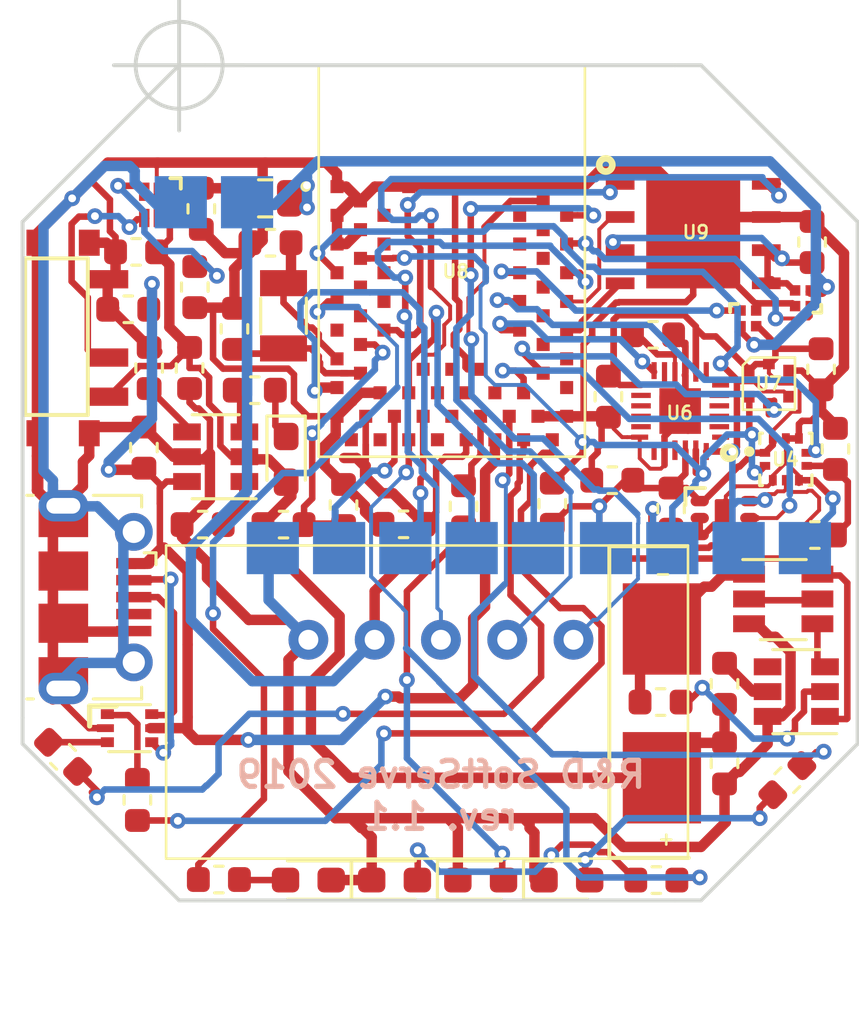
<source format=kicad_pcb>
(kicad_pcb (version 20171130) (host pcbnew "(5.0.2)-1")
  (layers (0 F.Cu signal) (31 B.Cu signal) (34 B.Paste user) (35 F.Paste user) (36 B.SilkS user) (37 F.SilkS user) (38 B.Mask user) (39 F.Mask user) (44 Edge.Cuts user))
  (net 0 "")
  (net 1 "Net-(BT1-Pad2)")
  (net 2 V_BAT)
  (net 3 VBUS)
  (net 4 GND)
  (net 5 VCC)
  (net 6 +1V8)
  (net 7 "Net-(C8-Pad1)")
  (net 8 "Net-(C12-Pad2)")
  (net 9 P0_0)
  (net 10 P0_1)
  (net 11 "Net-(D1-Pad1)")
  (net 12 "Net-(D2-Pad2)")
  (net 13 "Net-(D3-Pad2)")
  (net 14 "Net-(D4-Pad2)")
  (net 15 "Net-(D5-Pad2)")
  (net 16 "Net-(J1-Pad3)")
  (net 17 "Net-(J1-Pad2)")
  (net 18 RESET)
  (net 19 SWDIO)
  (net 20 SWDCLK)
  (net 21 "Net-(Q1-Pad4)")
  (net 22 "Net-(R1-Pad1)")
  (net 23 "Net-(R2-Pad2)")
  (net 24 "Net-(R4-Pad1)")
  (net 25 V_BAT_LEV)
  (net 26 I2C_SCL)
  (net 27 I2C_SDA)
  (net 28 "Net-(R14-Pad2)")
  (net 29 USB_N)
  (net 30 USB_P)
  (net 31 "Net-(R15-Pad2)")
  (net 32 "Net-(SW1-Pad2)")
  (net 33 INT1_IMU)
  (net 34 DRDY)
  (net 35 SPI_NSS)
  (net 36 SPI_SCK)
  (net 37 SPI_MOSI)
  (net 38 SPI_MISO)
  (net 39 VCCQ)
  (net 40 SENS_PWR_EN)
  (net 41 INT_DTR)
  (net 42 FLASH_PWR_EN)
  (net 43 INT_OPT3004)
  (net 44 VDDF)
  (net 45 P1_14)
  (net 46 P0.11)
  (net 47 P0.09)
  (net 48 P0_28)
  (net 49 Analog_3_P0.02)
  (net 50 Analog_1_P0.03)
  (net 51 Analog_2_P0.05)
  (net 52 Analog_4_P0.04)
  (net 53 "Net-(J1-Pad4)")
  (net 54 "Net-(U6-Pad21)")
  (net 55 "Net-(U6-Pad19)")
  (net 56 "Net-(U6-Pad17)")
  (net 57 "Net-(U6-Pad16)")
  (net 58 "Net-(U6-Pad15)")
  (net 59 "Net-(U6-Pad14)")
  (net 60 "Net-(U6-Pad11)")
  (net 61 "Net-(U6-Pad7)")
  (net 62 "Net-(U6-Pad6)")
  (net 63 "Net-(U6-Pad5)")
  (net 64 "Net-(U6-Pad4)")
  (net 65 "Net-(U6-Pad3)")
  (net 66 "Net-(U6-Pad2)")
  (net 67 "Net-(U6-Pad1)")
  (net 68 "Net-(U8-Pad8)")
  (net 69 "Net-(U8-Pad10)")
  (net 70 "Net-(U8-Pad11)")
  (net 71 "Net-(U8-Pad22)")
  (net 72 "Net-(U8-Pad23)")
  (net 73 "Net-(U8-Pad24)")
  (net 74 "Net-(U8-Pad26)")
  (net 75 "Net-(U8-Pad31)")
  (net 76 "Net-(U8-Pad33)")
  (net 77 "Net-(U8-Pad34)")
  (net 78 "Net-(U8-Pad36)")
  (net 79 "Net-(U8-Pad38)")
  (net 80 "Net-(U8-Pad40)")
  (net 81 "Net-(U8-Pad42)")
  (net 82 "Net-(U8-Pad48)")
  (net 83 "Net-(U8-Pad49)")
  (net 84 "Net-(U8-Pad50)")
  (net 85 "Net-(U8-Pad51)")
  (net 86 "Net-(U8-Pad54)")
  (net 87 "Net-(U8-Pad59)")
  (net 88 "Net-(U8-Pad60)")
  (net 89 "Net-(U8-Pad61)")
  (net 90 "Net-(U8-Pad62)")
  (net 91 "Net-(U8-Pad64)")
  (net 92 "Net-(U13-Pad5)")
  (net 93 "Net-(R3-Pad1)")
  (net 94 "Net-(R5-Pad1)")
  (net 95 "Net-(U2-Pad4)")
  (net 96 "Net-(Q1-Pad2)")
  (net 97 "Net-(Q1-Pad6)")
  (module ss:BMD340AR (layer F.Cu) (at 115.45 112.45 270)
    (fp_text reference U8 (at -5.55 -0.15) (layer F.SilkS) (effects (font (size 0.5 0.5) (thickness 0.1))))
    (fp_text value BMD-340-A-R hide)
    (pad 68 smd rect (at 0.9 -3.85) (size 0.5 0.5) (layers F.Cu F.Paste F.Mask) (net 31 "Net-(R15-Pad2)"))
    (pad 67 smd rect (at 0.9 -2.75) (size 0.5 0.5) (layers F.Cu F.Paste F.Mask) (net 28 "Net-(R14-Pad2)"))
    (pad 66 smd rect (at 0.9 -1.65) (size 0.5 0.5) (layers F.Cu F.Paste F.Mask) (net 3 VBUS))
    (pad 65 smd rect (at 0.9 -0.55) (size 0.5 0.5) (layers F.Cu F.Paste F.Mask) (net 5 VCC))
    (pad 64 smd rect (at 0.9 0.55) (size 0.5 0.5) (layers F.Cu F.Paste F.Mask) (net 91 "Net-(U8-Pad64)"))
    (pad 63 smd rect (at 0.9 1.65) (size 0.5 0.5) (layers F.Cu F.Paste F.Mask) (net 45 P1_14))
    (pad 62 smd rect (at 0.9 2.75) (size 0.5 0.5) (layers F.Cu F.Paste F.Mask) (net 90 "Net-(U8-Pad62)"))
    (pad 61 smd rect (at 0.9 3.85) (size 0.5 0.5) (layers F.Cu F.Paste F.Mask) (net 89 "Net-(U8-Pad61)"))
    (pad 60 smd rect (at -7.7 -2.6) (size 0.5 0.5) (layers F.Cu F.Paste F.Mask) (net 88 "Net-(U8-Pad60)"))
    (pad 59 smd rect (at -6.6 -2.6) (size 0.5 0.5) (layers F.Cu F.Paste F.Mask) (net 87 "Net-(U8-Pad59)"))
    (pad 58 smd rect (at -5.5 -2.6) (size 0.5 0.5) (layers F.Cu F.Paste F.Mask) (net 40 SENS_PWR_EN))
    (pad 57 smd rect (at -4.4 -2.6) (size 0.5 0.5) (layers F.Cu F.Paste F.Mask) (net 41 INT_DTR))
    (pad 56 smd rect (at -3.3 -2.6) (size 0.5 0.5) (layers F.Cu F.Paste F.Mask) (net 33 INT1_IMU))
    (pad 55 smd rect (at -1.8 -1.1) (size 0.5 0.5) (layers F.Cu F.Paste F.Mask) (net 4 GND))
    (pad 54 smd rect (at -1.8 0) (size 0.5 0.5) (layers F.Cu F.Paste F.Mask) (net 86 "Net-(U8-Pad54)"))
    (pad 53 smd rect (at -1.8 1.1) (size 0.5 0.5) (layers F.Cu F.Paste F.Mask) (net 38 SPI_MISO))
    (pad 52 smd rect (at -3.3 2.6) (size 0.5 0.5) (layers F.Cu F.Paste F.Mask) (net 37 SPI_MOSI))
    (pad 51 smd rect (at -4.4 2.6) (size 0.5 0.5) (layers F.Cu F.Paste F.Mask) (net 85 "Net-(U8-Pad51)"))
    (pad 50 smd rect (at -5.5 2.6) (size 0.5 0.5) (layers F.Cu F.Paste F.Mask) (net 84 "Net-(U8-Pad50)"))
    (pad 49 smd rect (at -6.6 2.6) (size 0.5 0.5) (layers F.Cu F.Paste F.Mask) (net 83 "Net-(U8-Pad49)"))
    (pad 48 smd rect (at -7.7 2.6) (size 0.5 0.5) (layers F.Cu F.Paste F.Mask) (net 82 "Net-(U8-Pad48)"))
    (pad 47 smd rect (at -8.8 1.65) (size 0.5 0.5) (layers F.Cu F.Paste F.Mask) (net 4 GND))
    (pad 46 smd rect (at -8.8 -1.65) (size 0.5 0.5) (layers F.Cu F.Paste F.Mask) (net 4 GND))
    (pad 45 smd rect (at -8.8 -4.4) (size 0.5 0.5) (layers F.Cu F.Paste F.Mask) (net 4 GND))
    (pad 44 smd rect (at -8.25 -3.5) (size 0.5 0.5) (layers F.Cu F.Paste F.Mask) (net 19 SWDIO))
    (pad 43 smd rect (at -7.7 -4.4) (size 0.5 0.5) (layers F.Cu F.Paste F.Mask) (net 20 SWDCLK))
    (pad 42 smd rect (at -7.15 -3.5) (size 0.5 0.5) (layers F.Cu F.Paste F.Mask) (net 81 "Net-(U8-Pad42)"))
    (pad 41 smd rect (at -6.6 -4.4) (size 0.5 0.5) (layers F.Cu F.Paste F.Mask) (net 42 FLASH_PWR_EN))
    (pad 40 smd rect (at -6.05 -3.5) (size 0.5 0.5) (layers F.Cu F.Paste F.Mask) (net 80 "Net-(U8-Pad40)"))
    (pad 39 smd rect (at -5.5 -4.4) (size 0.5 0.5) (layers F.Cu F.Paste F.Mask) (net 18 RESET))
    (pad 38 smd rect (at -4.95 -3.5) (size 0.5 0.5) (layers F.Cu F.Paste F.Mask) (net 79 "Net-(U8-Pad38)"))
    (pad 37 smd rect (at -4.4 -4.4) (size 0.5 0.5) (layers F.Cu F.Paste F.Mask) (net 36 SPI_SCK))
    (pad 36 smd rect (at -3.85 -3.5) (size 0.5 0.5) (layers F.Cu F.Paste F.Mask) (net 78 "Net-(U8-Pad36)"))
    (pad 35 smd rect (at -3.3 -4.4) (size 0.5 0.5) (layers F.Cu F.Paste F.Mask) (net 35 SPI_NSS))
    (pad 34 smd rect (at -2.75 -3.5) (size 0.5 0.5) (layers F.Cu F.Paste F.Mask) (net 77 "Net-(U8-Pad34)"))
    (pad 33 smd rect (at -2.2 -4.4) (size 0.5 0.5) (layers F.Cu F.Paste F.Mask) (net 76 "Net-(U8-Pad33)"))
    (pad 32 smd rect (at -1.65 -3.5) (size 0.5 0.5) (layers F.Cu F.Paste F.Mask) (net 34 DRDY))
    (pad 31 smd rect (at -1.1 -4.4) (size 0.5 0.5) (layers F.Cu F.Paste F.Mask) (net 75 "Net-(U8-Pad31)"))
    (pad 30 smd rect (at 0 -4.4) (size 0.5 0.5) (layers F.Cu F.Paste F.Mask) (net 4 GND))
    (pad 29 smd rect (at 0 -3.3) (size 0.5 0.5) (layers F.Cu F.Paste F.Mask) (net 4 GND))
    (pad 28 smd rect (at -0.9 -2.75) (size 0.5 0.5) (layers F.Cu F.Paste F.Mask) (net 43 INT_OPT3004))
    (pad 27 smd rect (at 0 -2.2) (size 0.5 0.5) (layers F.Cu F.Paste F.Mask) (net 46 P0.11))
    (pad 26 smd rect (at -0.9 -1.65) (size 0.5 0.5) (layers F.Cu F.Paste F.Mask) (net 74 "Net-(U8-Pad26)"))
    (pad 25 smd rect (at 0 -1.1) (size 0.5 0.5) (layers F.Cu F.Paste F.Mask) (net 47 P0.09))
    (pad 24 smd rect (at -0.9 -0.55) (size 0.5 0.5) (layers F.Cu F.Paste F.Mask) (net 73 "Net-(U8-Pad24)"))
    (pad 23 smd rect (at 0 0) (size 0.5 0.5) (layers F.Cu F.Paste F.Mask) (net 72 "Net-(U8-Pad23)"))
    (pad 22 smd rect (at -0.9 0.55) (size 0.5 0.5) (layers F.Cu F.Paste F.Mask) (net 71 "Net-(U8-Pad22)"))
    (pad 21 smd rect (at 0 1.1) (size 0.5 0.5) (layers F.Cu F.Paste F.Mask) (net 51 Analog_2_P0.05))
    (pad 20 smd rect (at -0.9 1.65) (size 0.5 0.5) (layers F.Cu F.Paste F.Mask) (net 52 Analog_4_P0.04))
    (pad 19 smd rect (at 0 2.2) (size 0.5 0.5) (layers F.Cu F.Paste F.Mask) (net 50 Analog_1_P0.03))
    (pad 18 smd rect (at -0.9 2.75) (size 0.5 0.5) (layers F.Cu F.Paste F.Mask) (net 4 GND))
    (pad 17 smd rect (at 0 3.3) (size 0.5 0.5) (layers F.Cu F.Paste F.Mask) (net 5 VCC))
    (pad 16 smd rect (at 0 4.4) (size 0.5 0.5) (layers F.Cu F.Paste F.Mask) (net 4 GND))
    (pad 15 smd rect (at -1.1 4.4) (size 0.5 0.5) (layers F.Cu F.Paste F.Mask) (net 49 Analog_3_P0.02))
    (pad 14 smd rect (at -1.65 3.5) (size 0.5 0.5) (layers F.Cu F.Paste F.Mask) (net 10 P0_1))
    (pad 13 smd rect (at -2.2 4.4) (size 0.5 0.5) (layers F.Cu F.Paste F.Mask) (net 9 P0_0))
    (pad 12 smd rect (at -2.75 3.5) (size 0.5 0.5) (layers F.Cu F.Paste F.Mask) (net 25 V_BAT_LEV))
    (pad 11 smd rect (at -3.3 4.4) (size 0.5 0.5) (layers F.Cu F.Paste F.Mask) (net 70 "Net-(U8-Pad11)"))
    (pad 10 smd rect (at -3.85 3.5) (size 0.5 0.5) (layers F.Cu F.Paste F.Mask) (net 69 "Net-(U8-Pad10)"))
    (pad 9 smd rect (at -4.4 4.4) (size 0.5 0.5) (layers F.Cu F.Paste F.Mask) (net 48 P0_28))
    (pad 8 smd rect (at -4.95 3.5) (size 0.5 0.5) (layers F.Cu F.Paste F.Mask) (net 68 "Net-(U8-Pad8)"))
    (pad 7 smd rect (at -5.5 4.4) (size 0.5 0.5) (layers F.Cu F.Paste F.Mask) (net 27 I2C_SDA))
    (pad 6 smd rect (at -6.05 3.5) (size 0.5 0.5) (layers F.Cu F.Paste F.Mask) (net 26 I2C_SCL))
    (pad 5 smd rect (at -6.6 4.4) (size 0.5 0.5) (layers F.Cu F.Paste F.Mask) (net 4 GND))
    (pad 4 smd rect (at -7.15 3.5) (size 0.5 0.5) (layers F.Cu F.Paste F.Mask) (net 4 GND))
    (pad 3 smd rect (at -7.7 4.4) (size 0.5 0.5) (layers F.Cu F.Paste F.Mask) (net 4 GND))
    (pad 2 smd rect (at -8.25 3.5) (size 0.5 0.5) (layers F.Cu F.Paste F.Mask) (net 4 GND))
    (pad 1 smd rect (at -8.8 4.4) (size 0.5 0.5) (layers F.Cu F.Paste F.Mask) (net 4 GND))
  )
  (module ss:BATT-xx1220 (layer F.Cu) (at 114.5 123.4 180)
    (fp_text reference BT1 hide)
    (fp_text value Battery)
    (fp_text user + (at -9.168 -5.233 180) (layer F.SilkS) (effects (font (size 0.5 0.5) (thickness 0.1))))
    (fp_text user - (at -9.041 4.927 180) (layer F.SilkS) (effects (font (size 0.5 0.5) (thickness 0.1))))
    (pad 2 smd rect (at -9 2.8 180) (size 3 3.5) (layers F.Cu F.Paste F.Mask) (net 1 "Net-(BT1-Pad2)"))
    (pad 1 smd rect (at -9 -2.9 180) (size 3 3.5) (layers F.Cu F.Paste F.Mask) (net 2 V_BAT))
  )
  (module ss:HLGA-6L (layer F.Cu) (at 127.6 111.2)
    (fp_text reference U7 (at -0.01 0) (layer F.SilkS) (effects (font (size 0.5 0.5) (thickness 0.1))))
    (fp_text value HTS221 hide)
    (pad 4 smd rect (at 0.75 0.5) (size 0.4 0.45) (layers F.Cu F.Paste F.Mask) (net 27 I2C_SDA))
    (pad 5 smd rect (at 0.75 -0.5) (size 0.4 0.45) (layers F.Cu F.Paste F.Mask) (net 4 GND))
    (pad 2 smd rect (at -0.75 0.5) (size 0.4 0.45) (layers F.Cu F.Paste F.Mask) (net 26 I2C_SCL))
    (pad 1 smd rect (at -0.75 -0.5) (size 0.4 0.45) (layers F.Cu F.Paste F.Mask) (net 39 VCCQ))
    (pad 3 smd rect (at 0 0.75) (size 0.45 0.4) (layers F.Cu F.Paste F.Mask) (net 34 DRDY))
    (pad 6 smd rect (at 0 -0.75) (size 0.45 0.4) (layers F.Cu F.Paste F.Mask) (net 39 VCCQ))
  )
  (module ss:LGA10R50P2X3_200X200X80 (layer F.Cu) (at 128.25 114.1)
    (fp_text reference U4 (at -0.017 0) (layer F.SilkS) (effects (font (size 0.5 0.5) (thickness 0.1))))
    (fp_text value LPS22HBTR hide)
    (pad 1 smd rect (at -0.8 -0.25) (size 0.4 0.3) (layers F.Cu F.Paste F.Mask) (net 39 VCCQ))
    (pad 2 smd rect (at -0.8 0.25) (size 0.4 0.3) (layers F.Cu F.Paste F.Mask) (net 26 I2C_SCL))
    (pad 10 smd rect (at -0.5 -0.8 270) (size 0.4 0.3) (layers F.Cu F.Paste F.Mask) (net 39 VCCQ))
    (pad 9 smd rect (at 0 -0.8 270) (size 0.4 0.3) (layers F.Cu F.Paste F.Mask) (net 4 GND))
    (pad 8 smd rect (at 0.5 -0.8 270) (size 0.4 0.3) (layers F.Cu F.Paste F.Mask) (net 4 GND))
    (pad 6 smd rect (at 0.8 0.25 180) (size 0.4 0.3) (layers F.Cu F.Paste F.Mask) (net 39 VCCQ))
    (pad 7 smd rect (at 0.8 -0.25 180) (size 0.4 0.3) (layers F.Cu F.Paste F.Mask) (net 41 INT_DTR))
    (pad 5 smd rect (at 0.5 0.8 90) (size 0.4 0.3) (layers F.Cu F.Paste F.Mask) (net 4 GND))
    (pad 4 smd rect (at 0 0.8 90) (size 0.4 0.3) (layers F.Cu F.Paste F.Mask) (net 27 I2C_SDA))
    (pad 3 smd rect (at -0.5 0.8 90) (size 0.4 0.3) (layers F.Cu F.Paste F.Mask) (net 4 GND))
  )
  (module ss:ICM-20948 (layer F.Cu) (at 124.2 112.25 180)
    (fp_text reference U6 (at 0.02 -0.07 180) (layer F.SilkS) (effects (font (size 0.5 0.5) (thickness 0.1))))
    (fp_text value Val** hide)
    (pad 25 smd rect (at 0 0 180) (size 1.59 1.75) (layers F.Cu F.Paste F.Mask) (net 4 GND))
    (pad 24 smd rect (at -1 -1.55 180) (size 0.2 0.65) (layers F.Cu F.Paste F.Mask) (net 27 I2C_SDA))
    (pad 23 smd rect (at -0.6 -1.5 180) (size 0.2 0.75) (layers F.Cu F.Paste F.Mask) (net 26 I2C_SCL))
    (pad 22 smd rect (at -0.2 -1.5 180) (size 0.2 0.75) (layers F.Cu F.Paste F.Mask) (net 39 VCCQ))
    (pad 21 smd rect (at 0.2 -1.5 180) (size 0.2 0.75) (layers F.Cu F.Paste F.Mask) (net 54 "Net-(U6-Pad21)"))
    (pad 20 smd rect (at 0.6 -1.5 180) (size 0.2 0.75) (layers F.Cu F.Paste F.Mask) (net 4 GND))
    (pad 19 smd rect (at 1 -1.55 180) (size 0.2 0.65) (layers F.Cu F.Paste F.Mask) (net 55 "Net-(U6-Pad19)"))
    (pad 18 smd rect (at 1.55 -1 270) (size 0.2 0.65) (layers F.Cu F.Paste F.Mask) (net 4 GND))
    (pad 17 smd rect (at 1.5 -0.6 270) (size 0.2 0.75) (layers F.Cu F.Paste F.Mask) (net 56 "Net-(U6-Pad17)"))
    (pad 16 smd rect (at 1.5 -0.2 270) (size 0.2 0.75) (layers F.Cu F.Paste F.Mask) (net 57 "Net-(U6-Pad16)"))
    (pad 15 smd rect (at 1.5 0.2 270) (size 0.2 0.75) (layers F.Cu F.Paste F.Mask) (net 58 "Net-(U6-Pad15)"))
    (pad 14 smd rect (at 1.5 0.6 270) (size 0.2 0.75) (layers F.Cu F.Paste F.Mask) (net 59 "Net-(U6-Pad14)"))
    (pad 13 smd rect (at 1.55 1 270) (size 0.2 0.65) (layers F.Cu F.Paste F.Mask) (net 39 VCCQ))
    (pad 12 smd rect (at 1 1.55 180) (size 0.2 0.65) (layers F.Cu F.Paste F.Mask) (net 33 INT1_IMU))
    (pad 11 smd rect (at 0.6 1.5 180) (size 0.2 0.75) (layers F.Cu F.Paste F.Mask) (net 60 "Net-(U6-Pad11)"))
    (pad 10 smd rect (at 0.2 1.5 180) (size 0.2 0.75) (layers F.Cu F.Paste F.Mask) (net 8 "Net-(C12-Pad2)"))
    (pad 9 smd rect (at -0.2 1.5 180) (size 0.2 0.75) (layers F.Cu F.Paste F.Mask) (net 4 GND))
    (pad 8 smd rect (at -0.6 1.5 180) (size 0.2 0.75) (layers F.Cu F.Paste F.Mask) (net 39 VCCQ))
    (pad 7 smd rect (at -1 1.55 180) (size 0.2 0.65) (layers F.Cu F.Paste F.Mask) (net 61 "Net-(U6-Pad7)"))
    (pad 6 smd rect (at -1.55 1 270) (size 0.2 0.65) (layers F.Cu F.Mask) (net 62 "Net-(U6-Pad6)"))
    (pad 5 smd rect (at -1.5 0.6 270) (size 0.2 0.75) (layers F.Cu F.Paste F.Mask) (net 63 "Net-(U6-Pad5)"))
    (pad 4 smd rect (at -1.5 0.2 270) (size 0.2 0.75) (layers F.Cu F.Paste F.Mask) (net 64 "Net-(U6-Pad4)"))
    (pad 3 smd rect (at -1.5 -0.2 270) (size 0.2 0.75) (layers F.Cu F.Paste F.Mask) (net 65 "Net-(U6-Pad3)"))
    (pad 2 smd rect (at -1.5 -0.6 270) (size 0.2 0.75) (layers F.Cu F.Paste F.Mask) (net 66 "Net-(U6-Pad2)"))
    (pad 1 smd rect (at -1.55 -1 270) (size 0.2 0.65) (layers F.Cu F.Paste F.Mask) (net 67 "Net-(U6-Pad1)"))
  )
  (module ss:SON127P600X500X60-9N-D (layer F.Cu) (at 124.7 105.45)
    (fp_text reference U9 (at 0.1 -0.05) (layer F.SilkS) (effects (font (size 0.5 0.5) (thickness 0.1))))
    (fp_text value AT45DB641E-MHN-Y hide)
    (pad 9 smd rect (at 0 0) (size 3.6 4.2) (layers F.Cu F.Paste F.Mask) (net 4 GND))
    (pad 8 smd rect (at 2.8 -1.905 90) (size 0.45 1.1) (layers F.Cu F.Paste F.Mask) (net 38 SPI_MISO))
    (pad 7 smd rect (at 2.8 -0.635 90) (size 0.45 1.1) (layers F.Cu F.Paste F.Mask) (net 4 GND))
    (pad 6 smd rect (at 2.8 0.635 90) (size 0.45 1.1) (layers F.Cu F.Paste F.Mask) (net 44 VDDF))
    (pad 5 smd rect (at 2.8 1.905 90) (size 0.45 1.1) (layers F.Cu F.Paste F.Mask) (net 44 VDDF))
    (pad 4 smd rect (at -2.8 1.905 90) (size 0.45 1.1) (layers F.Cu F.Paste F.Mask) (net 35 SPI_NSS))
    (pad 3 smd rect (at -2.8 0.635 90) (size 0.45 1.1) (layers F.Cu F.Paste F.Mask) (net 44 VDDF))
    (pad 2 smd rect (at -2.8 -0.635 90) (size 0.45 1.1) (layers F.Cu F.Paste F.Mask) (net 36 SPI_SCK))
    (pad 1 smd rect (at -2.8 -1.905 90) (size 0.45 1.1) (layers F.Cu F.Paste F.Mask) (net 37 SPI_MOSI))
  )
  (module ss:PCM12SMTR (layer F.Cu) (at 102.3 107.2 90)
    (fp_text reference SW1 hide)
    (fp_text value SW_SPDT_GND hide)
    (pad 4 smd rect (at -5.9 -2.75 270) (size 1 0.8) (layers F.Cu F.Paste B.Mask) (net 4 GND))
    (pad 4 smd rect (at -5.9 -0.745 270) (size 1 0.8) (layers F.Cu F.Paste F.Mask) (net 4 GND))
    (pad 4 smd rect (at 1.4 -2.75 270) (size 1 0.8) (layers F.Cu F.Paste F.Mask) (net 4 GND))
    (pad 4 smd rect (at 1.4 -0.745 270) (size 1 0.8) (layers F.Cu F.Paste F.Mask) (net 4 GND))
    (pad "" np_thru_hole circle (at -3.75 -1.75 270) (size 0.8 0.8) (drill 0.8) (layers *.Cu *.Mask))
    (pad "" np_thru_hole circle (at -0.75 -1.75 270) (size 0.8 0.8) (drill 0.8) (layers *.Cu *.Mask))
    (pad 1 smd rect (at 0 0 270) (size 0.7 1.5) (layers F.Cu F.Paste F.Mask) (net 4 GND))
    (pad 2 smd rect (at -3 0 270) (size 0.7 1.5) (layers F.Cu F.Paste F.Mask) (net 32 "Net-(SW1-Pad2)"))
    (pad 3 smd rect (at -4.5 0 270) (size 0.7 1.5) (layers F.Cu F.Paste F.Mask) (net 2 V_BAT))
  )
  (module ss:DFN6L (layer F.Cu) (at 104.3132 104.4268 270)
    (fp_text reference U13)
    (fp_text value LDK120_ hide)
    (pad 1 smd rect (at -0.58 -0.33 180) (size 0.4 0.7) (layers F.Cu F.Paste F.Mask) (net 6 +1V8))
    (pad 2 smd rect (at -0.58 0.16) (size 0.26 0.7) (layers F.Cu F.Paste F.Mask) (net 4 GND))
    (pad 3 smd rect (at -0.58 0.65) (size 0.4 0.7) (layers F.Cu F.Paste F.Mask) (net 7 "Net-(C8-Pad1)"))
    (pad 4 smd rect (at 0.4248 0.65) (size 0.4 0.7) (layers F.Cu F.Paste F.Mask) (net 32 "Net-(SW1-Pad2)"))
    (pad 5 smd rect (at 0.4248 0.16) (size 0.26 0.7) (layers F.Cu F.Paste F.Mask) (net 92 "Net-(U13-Pad5)"))
    (pad 6 smd rect (at 0.4248 -0.33) (size 0.4 0.7) (layers F.Cu F.Paste F.Mask) (net 2 V_BAT))
  )
  (module ss:Pogo_5_pins (layer B.Cu) (at 113.67 117.5)
    (fp_text reference J4 hide)
    (fp_text value Conn_01x05_Female hide)
    (pad 5 smd rect (at 5.08 0) (size 2 2) (layers B.Cu B.Paste B.Mask) (net 52 Analog_4_P0.04))
    (pad 4 smd rect (at 2.54 0) (size 2 2) (layers B.Cu B.Paste B.Mask) (net 49 Analog_3_P0.02))
    (pad 3 smd rect (at 0 0) (size 2 2) (layers B.Cu B.Paste B.Mask) (net 51 Analog_2_P0.05))
    (pad 2 smd rect (at -2.54 0) (size 2 2) (layers B.Cu B.Paste B.Mask) (net 50 Analog_1_P0.03))
    (pad 1 smd rect (at -5.08 0) (size 2 2) (layers B.Cu B.Paste B.Mask) (net 4 GND))
  )
  (module "ss:μDFN-4L_1_mm_x_1 mm" (layer F.Cu) (at 127.605 107.678 180)
    (fp_text reference U12)
    (fp_text value "SiP32475 " hide)
    (pad 4 smd rect (at -1 -0.5508 270) (size 0.4 0.4) (layers F.Cu F.Paste F.Mask) (net 4 GND))
    (pad 3 smd rect (at -1 0.0508 270) (size 0.4 0.4) (layers F.Cu F.Paste F.Mask) (net 44 VDDF))
    (pad 2 smd rect (at -1.6 0.0508 270) (size 0.4 0.4) (layers F.Cu F.Paste F.Mask) (net 5 VCC))
    (pad 1 smd rect (at -1.6 -0.5508 270) (size 0.4 0.4) (layers F.Cu F.Paste F.Mask) (net 42 FLASH_PWR_EN))
  )
  (module "ss:μDFN-4L_1_mm_x_1 mm" (layer F.Cu) (at 128.113 108.948)
    (fp_text reference U10)
    (fp_text value "SiP32475 " hide)
    (pad 4 smd rect (at -1 -0.5508 90) (size 0.4 0.4) (layers F.Cu F.Paste F.Mask) (net 4 GND))
    (pad 3 smd rect (at -1 0.0508 90) (size 0.4 0.4) (layers F.Cu F.Paste F.Mask) (net 39 VCCQ))
    (pad 2 smd rect (at -1.6 0.0508 90) (size 0.4 0.4) (layers F.Cu F.Paste F.Mask) (net 5 VCC))
    (pad 1 smd rect (at -1.6 -0.5508 90) (size 0.4 0.4) (layers F.Cu F.Paste F.Mask) (net 40 SENS_PWR_EN))
  )
  (module ss:USON_PACKAGE (layer F.Cu) (at 125.9 116.5)
    (fp_text reference U11)
    (fp_text value OPT3001 hide)
    (fp_poly (pts (xy -0.3 -0.8) (xy 0.35 -0.8) (xy 0.35 0.5) (xy -0.3 0.5) (xy -0.3 0.1)) (layer F.Cu) (width 0.15))
    (pad 6 smd oval (at 0.95 -0.8) (size 0.7 0.4) (layers F.Cu F.Paste F.Mask) (net 27 I2C_SDA))
    (pad 5 smd oval (at 0.95 -0.15) (size 0.7 0.4) (layers F.Cu F.Paste F.Mask) (net 43 INT_OPT3004))
    (pad 4 smd oval (at 0.95 0.5) (size 0.7 0.4) (layers F.Cu F.Paste F.Mask) (net 26 I2C_SCL))
    (pad 3 smd oval (at -0.95 0.5) (size 0.7 0.4) (layers F.Cu F.Paste F.Mask) (net 4 GND))
    (pad 2 smd oval (at -0.95 -0.15) (size 0.7 0.4) (layers F.Cu F.Paste F.Mask) (net 4 GND))
    (pad 1 smd oval (at -0.95 -0.8) (size 0.7 0.4) (layers F.Cu F.Paste F.Mask) (net 39 VCCQ))
  )
  (module Capacitor_SMD:C_0603_1608Metric (layer F.Cu) (at 123.16 109.329 180)
    (fp_text reference C12 hide)
    (fp_text value 0.1uF)
    (pad 2 smd roundrect (at 0.7875 0 180) (size 0.875 0.95) (layers F.Cu F.Paste F.Mask) (net 8 "Net-(C12-Pad2)"))
    (pad 1 smd roundrect (at -0.7875 0 180) (size 0.875 0.95) (layers F.Cu F.Paste F.Mask) (net 4 GND))
  )
  (module Capacitor_SMD:C_0603_1608Metric (layer F.Cu) (at 130.15 113.7 270)
    (fp_text reference C5 hide)
    (fp_text value 0.1uF)
    (pad 1 smd roundrect (at -0.7875 0 270) (size 0.875 0.95) (layers F.Cu F.Paste F.Mask) (net 4 GND))
    (pad 2 smd roundrect (at 0.7875 0 270) (size 0.875 0.95) (layers F.Cu F.Paste F.Mask) (net 39 VCCQ))
  )
  (module ss:SWD (layer B.Cu) (at 112.492 121.013)
    (fp_text reference J2 hide)
    (fp_text value SWD hide)
    (pad 5 thru_hole circle (at 7.62 0) (size 1.524 1.524) (drill 0.762) (layers *.Cu *.Mask) (net 19 SWDIO))
    (pad 4 thru_hole circle (at 5.08 0) (size 1.524 1.524) (drill 0.762) (layers *.Cu *.Mask) (net 20 SWDCLK))
    (pad 3 thru_hole circle (at 2.54 0) (size 1.524 1.524) (drill 0.762) (layers *.Cu *.Mask) (net 18 RESET))
    (pad 2 thru_hole circle (at 0 0) (size 1.524 1.524) (drill 0.762) (layers *.Cu *.Mask) (net 5 VCC))
    (pad 1 thru_hole circle (at -2.54 0) (size 1.524 1.524) (drill 0.762) (layers *.Cu *.Mask) (net 4 GND))
  )
  (module Capacitor_SMD:C_0603_1608Metric (layer F.Cu) (at 105.4 110.6 270)
    (fp_text reference C3 hide)
    (fp_text value 1uF)
    (pad 2 smd roundrect (at 0.7875 0 270) (size 0.875 0.95) (layers F.Cu F.Paste F.Mask) (net 4 GND))
    (pad 1 smd roundrect (at -0.7875 0 270) (size 0.875 0.95) (layers F.Cu F.Paste F.Mask) (net 2 V_BAT))
  )
  (module Resistor_SMD:R_0603_1608Metric (layer F.Cu) (at 123.287 130.2205)
    (fp_text reference R11 hide)
    (fp_text value 220R)
    (pad 2 smd roundrect (at 0.787501 0) (size 0.875 0.95) (layers F.Cu F.Paste F.Mask) (net 45 P1_14))
    (pad 1 smd roundrect (at -0.787501 0) (size 0.875 0.95) (layers F.Cu F.Paste F.Mask) (net 13 "Net-(D3-Pad2)"))
  )
  (module Resistor_SMD:R_0603_1608Metric (layer F.Cu) (at 119.3 115.8 270)
    (fp_text reference R8 hide)
    (fp_text value 4.7k)
    (pad 2 smd roundrect (at 0.7875 0 270) (size 0.875 0.95) (layers F.Cu F.Paste F.Mask) (net 39 VCCQ))
    (pad 1 smd roundrect (at -0.7875 0 270) (size 0.875 0.95) (layers F.Cu F.Paste F.Mask) (net 26 I2C_SCL))
  )
  (module ss:4x_pins (layer B.Cu) (at 126.44 117.5 180)
    (fp_text reference J5 hide)
    (fp_text value I2C_sensors)
    (pad 1 smd rect (at -2.54 0 180) (size 2 2) (layers B.Cu B.Paste B.Mask) (net 4 GND))
    (pad 2 smd rect (at 0 0 180) (size 2 2) (layers B.Cu B.Paste B.Mask) (net 27 I2C_SDA))
    (pad 3 smd rect (at 2.54 0 180) (size 2 2) (layers B.Cu B.Paste B.Mask) (net 26 I2C_SCL))
    (pad 4 smd rect (at 5.079999 0 180) (size 2 2) (layers B.Cu B.Paste B.Mask) (net 39 VCCQ))
  )
  (module Capacitor_SMD:C_0603_1608Metric (layer F.Cu) (at 121.45 111.7 90)
    (fp_text reference C9 hide)
    (fp_text value 0.1uF)
    (pad 2 smd roundrect (at 0.7875 0 90) (size 0.875 0.95) (layers F.Cu F.Paste F.Mask) (net 39 VCCQ))
    (pad 1 smd roundrect (at -0.7875 0 90) (size 0.875 0.95) (layers F.Cu F.Paste F.Mask) (net 4 GND))
  )
  (module Resistor_SMD:R_0603_1608Metric (layer F.Cu) (at 115.9 115.9 90)
    (fp_text reference R13 hide)
    (fp_text value 220R)
    (pad 1 smd roundrect (at -0.787501 0 90) (size 0.875 0.95) (layers F.Cu F.Paste F.Mask) (net 15 "Net-(D5-Pad2)"))
    (pad 2 smd roundrect (at 0.787501 0 90) (size 0.875 0.95) (layers F.Cu F.Paste F.Mask) (net 47 P0.09))
  )
  (module Capacitor_SMD:C_0603_1608Metric (layer F.Cu) (at 103.65 113.65 90)
    (fp_text reference C1 hide)
    (fp_text value 1uF)
    (pad 1 smd roundrect (at -0.7875 0 90) (size 0.875 0.95) (layers F.Cu F.Paste F.Mask) (net 3 VBUS))
    (pad 2 smd roundrect (at 0.7875 0 90) (size 0.875 0.95) (layers F.Cu F.Paste F.Mask) (net 4 GND))
  )
  (module Capacitor_SMD:C_0603_1608Metric (layer F.Cu) (at 105.6 107.5 270)
    (fp_text reference C8 hide)
    (fp_text value 0.01)
    (pad 2 smd roundrect (at 0.7875 0 270) (size 0.875 0.95) (layers F.Cu F.Paste F.Mask) (net 4 GND))
    (pad 1 smd roundrect (at -0.7875 0 270) (size 0.875 0.95) (layers F.Cu F.Paste F.Mask) (net 7 "Net-(C8-Pad1)"))
  )
  (module Capacitor_SMD:C_0603_1608Metric (layer F.Cu) (at 121.6 114.9)
    (fp_text reference C11 hide)
    (fp_text value 0.1uF)
    (pad 1 smd roundrect (at -0.7875 0) (size 0.875 0.95) (layers F.Cu F.Paste F.Mask) (net 4 GND))
    (pad 2 smd roundrect (at 0.7875 0) (size 0.875 0.95) (layers F.Cu F.Paste F.Mask) (net 39 VCCQ))
  )
  (module Resistor_SMD:R_0603_1608Metric (layer F.Cu) (at 128.306847 126.393153 45)
    (fp_text reference R12 hide)
    (fp_text value 220R)
    (pad 1 smd roundrect (at -0.787501 0 45) (size 0.875 0.95) (layers F.Cu F.Paste F.Mask) (net 14 "Net-(D4-Pad2)"))
    (pad 2 smd roundrect (at 0.787501 0 45) (size 0.875 0.95) (layers F.Cu F.Paste F.Mask) (net 46 P0.11))
  )
  (module ss:USB_Micro-B_Molex-105017-0001 (layer F.Cu) (at 101.8 119.38 270)
    (fp_text reference J1 hide)
    (fp_text value USB_OTG hide)
    (pad 6 smd rect (at -2.9 1.2375 270) (size 1.2 1.9) (layers F.Cu F.Mask) (net 4 GND))
    (pad 6 smd rect (at 2.9 1.2375 270) (size 1.2 1.9) (layers F.Cu F.Mask) (net 4 GND))
    (pad 6 thru_hole oval (at 3.5 1.2375 270) (size 1.2 1.9) (drill oval 0.6 1.3) (layers *.Cu *.Mask) (net 4 GND))
    (pad 6 thru_hole oval (at -3.5 1.2375 90) (size 1.2 1.9) (drill oval 0.6 1.3) (layers *.Cu *.Mask) (net 4 GND))
    (pad 6 smd rect (at -1 1.2375 270) (size 1.5 1.9) (layers F.Cu F.Paste F.Mask) (net 4 GND))
    (pad 6 thru_hole circle (at 2.5 -1.4625 270) (size 1.45 1.45) (drill 0.85) (layers *.Cu *.Mask) (net 4 GND))
    (pad 3 smd rect (at 0 -1.4625 270) (size 0.4 1.35) (layers F.Cu F.Paste F.Mask) (net 16 "Net-(J1-Pad3)"))
    (pad 4 smd rect (at 0.65 -1.4625 270) (size 0.4 1.35) (layers F.Cu F.Paste F.Mask) (net 53 "Net-(J1-Pad4)"))
    (pad 5 smd rect (at 1.3 -1.4625 270) (size 0.4 1.35) (layers F.Cu F.Paste F.Mask) (net 4 GND))
    (pad 1 smd rect (at -1.3 -1.4625 270) (size 0.4 1.35) (layers F.Cu F.Paste F.Mask) (net 3 VBUS))
    (pad 2 smd rect (at -0.65 -1.4625 270) (size 0.4 1.35) (layers F.Cu F.Paste F.Mask) (net 17 "Net-(J1-Pad2)"))
    (pad 6 thru_hole circle (at -2.5 -1.4625 270) (size 1.45 1.45) (drill 0.85) (layers *.Cu *.Mask) (net 4 GND))
    (pad 6 smd rect (at 1 1.2375 270) (size 1.5 1.9) (layers F.Cu F.Paste F.Mask) (net 4 GND))
  )
  (module Capacitor_SMD:C_0603_1608Metric (layer F.Cu) (at 103.05 108.35 180)
    (fp_text reference C2 hide)
    (fp_text value 0.1)
    (pad 2 smd roundrect (at 0.7875 0 180) (size 0.875 0.95) (layers F.Cu F.Paste F.Mask) (net 4 GND))
    (pad 1 smd roundrect (at -0.7875 0 180) (size 0.875 0.95) (layers F.Cu F.Paste F.Mask) (net 3 VBUS))
  )
  (module Capacitor_SMD:C_0603_1608Metric (layer F.Cu) (at 125.9 125.75 90)
    (fp_text reference C4 hide)
    (fp_text value 100nF)
    (pad 1 smd roundrect (at -0.787501 0 90) (size 0.875 0.95) (layers F.Cu F.Paste F.Mask) (net 4 GND))
    (pad 2 smd roundrect (at 0.787501 0 90) (size 0.875 0.95) (layers F.Cu F.Paste F.Mask) (net 2 V_BAT))
  )
  (module Capacitor_SMD:C_0603_1608Metric (layer F.Cu) (at 103.35 106.15 180)
    (fp_text reference C6 hide)
    (fp_text value 1uF)
    (pad 1 smd roundrect (at -0.7875 0 180) (size 0.875 0.95) (layers F.Cu F.Paste F.Mask) (net 2 V_BAT))
    (pad 2 smd roundrect (at 0.7875 0 180) (size 0.875 0.95) (layers F.Cu F.Paste F.Mask) (net 4 GND))
  )
  (module Capacitor_SMD:C_0603_1608Metric (layer F.Cu) (at 105.85 104.5 270)
    (fp_text reference C7 hide)
    (fp_text value 4.7)
    (pad 1 smd roundrect (at -0.787501 0 270) (size 0.875 0.95) (layers F.Cu F.Paste F.Mask) (net 6 +1V8))
    (pad 2 smd roundrect (at 0.787501 0 270) (size 0.875 0.95) (layers F.Cu F.Paste F.Mask) (net 4 GND))
  )
  (module Capacitor_SMD:C_0603_1608Metric (layer F.Cu) (at 129.6 110.65 90)
    (fp_text reference C10 hide)
    (fp_text value 0.1uF)
    (pad 1 smd roundrect (at -0.7875 0 90) (size 0.875 0.95) (layers F.Cu F.Paste F.Mask) (net 4 GND))
    (pad 2 smd roundrect (at 0.7875 0 90) (size 0.875 0.95) (layers F.Cu F.Paste F.Mask) (net 39 VCCQ))
  )
  (module Capacitor_SMD:C_0603_1608Metric (layer F.Cu) (at 113.6 116.59)
    (fp_text reference C13 hide)
    (fp_text value 4.7uF)
    (pad 2 smd roundrect (at 0.7875 0) (size 0.875 0.95) (layers F.Cu F.Paste F.Mask) (net 5 VCC))
    (pad 1 smd roundrect (at -0.7875 0) (size 0.875 0.95) (layers F.Cu F.Paste F.Mask) (net 4 GND))
  )
  (module Capacitor_SMD:C_0603_1608Metric (layer F.Cu) (at 129.256 105.773 90)
    (fp_text reference C14 hide)
    (fp_text value 0.1)
    (pad 2 smd roundrect (at 0.7875 0 90) (size 0.875 0.95) (layers F.Cu F.Paste F.Mask) (net 4 GND))
    (pad 1 smd roundrect (at -0.7875 0 90) (size 0.875 0.95) (layers F.Cu F.Paste F.Mask) (net 44 VDDF))
  )
  (module Capacitor_SMD:C_0603_1608Metric (layer F.Cu) (at 108.5 105.8)
    (fp_text reference C15 hide)
    (fp_text value 6pF)
    (pad 1 smd roundrect (at -0.7875 0) (size 0.875 0.95) (layers F.Cu F.Paste F.Mask) (net 4 GND))
    (pad 2 smd roundrect (at 0.7875 0) (size 0.875 0.95) (layers F.Cu F.Paste F.Mask) (net 9 P0_0))
  )
  (module Capacitor_SMD:C_0603_1608Metric (layer F.Cu) (at 107.12 109.1 270)
    (fp_text reference C16 hide)
    (fp_text value 6pF)
    (pad 2 smd roundrect (at 0.7875 0 270) (size 0.875 0.95) (layers F.Cu F.Paste F.Mask) (net 10 P0_1))
    (pad 1 smd roundrect (at -0.7875 0 270) (size 0.875 0.95) (layers F.Cu F.Paste F.Mask) (net 4 GND))
  )
  (module LED_SMD:LED_0603_1608Metric_Pad1.05x0.95mm_HandSolder (layer F.Cu) (at 109.1 114.1 270)
    (fp_text reference D1 hide)
    (fp_text value LED)
    (pad 2 smd roundrect (at 0.875 0 270) (size 1.05 0.95) (layers F.Cu F.Paste F.Mask) (net 2 V_BAT))
    (pad 1 smd roundrect (at -0.875 0 270) (size 1.05 0.95) (layers F.Cu F.Paste F.Mask) (net 11 "Net-(D1-Pad1)"))
  )
  (module LED_SMD:LED_0603_1608Metric_Pad1.05x0.95mm_HandSolder (layer F.Cu) (at 109.952 130.2205 180)
    (fp_text reference D2 hide)
    (fp_text value LED_RED)
    (pad 1 smd roundrect (at -0.875 0 180) (size 1.05 0.95) (layers F.Cu F.Paste F.Mask) (net 4 GND))
    (pad 2 smd roundrect (at 0.875 0 180) (size 1.05 0.95) (layers F.Cu F.Paste F.Mask) (net 12 "Net-(D2-Pad2)"))
  )
  (module LED_SMD:LED_0603_1608Metric_Pad1.05x0.95mm_HandSolder (layer F.Cu) (at 113.254 130.22)
    (fp_text reference D3 hide)
    (fp_text value LED_GREEN)
    (pad 1 smd roundrect (at -0.875 0) (size 1.05 0.95) (layers F.Cu F.Paste F.Mask) (net 4 GND))
    (pad 2 smd roundrect (at 0.875 0) (size 1.05 0.95) (layers F.Cu F.Paste F.Mask) (net 13 "Net-(D3-Pad2)"))
  )
  (module LED_SMD:LED_0603_1608Metric_Pad1.05x0.95mm_HandSolder (layer F.Cu) (at 119.858 130.2205)
    (fp_text reference D4 hide)
    (fp_text value LED_BLUE)
    (pad 1 smd roundrect (at -0.875 0) (size 1.05 0.95) (layers F.Cu F.Paste F.Mask) (net 4 GND))
    (pad 2 smd roundrect (at 0.875 0) (size 1.05 0.95) (layers F.Cu F.Paste F.Mask) (net 14 "Net-(D4-Pad2)"))
  )
  (module LED_SMD:LED_0603_1608Metric_Pad1.05x0.95mm_HandSolder (layer F.Cu) (at 116.556 130.2205)
    (fp_text reference D5 hide)
    (fp_text value LED_YELLOW)
    (pad 2 smd roundrect (at 0.875 0) (size 1.05 0.95) (layers F.Cu F.Paste F.Mask) (net 15 "Net-(D5-Pad2)"))
    (pad 1 smd roundrect (at -0.875 0) (size 1.05 0.95) (layers F.Cu F.Paste F.Mask) (net 4 GND))
  )
  (module Inductor_SMD:L_0805_2012Metric (layer F.Cu) (at 108.3 104.1)
    (fp_text reference L1 hide)
    (fp_text value "330 OHM @ 100MHz" hide)
    (pad 1 smd roundrect (at -0.9375 0) (size 0.975 1.4) (layers F.Cu F.Paste F.Mask) (net 6 +1V8))
    (pad 2 smd roundrect (at 0.9375 0) (size 0.975 1.4) (layers F.Cu F.Paste F.Mask) (net 5 VCC))
  )
  (module Resistor_SMD:R_0603_1608Metric (layer F.Cu) (at 105.9 116.6 180)
    (fp_text reference R1 hide)
    (fp_text value 10k)
    (pad 2 smd roundrect (at 0.7875 0 180) (size 0.875 0.95) (layers F.Cu F.Paste F.Mask) (net 4 GND))
    (pad 1 smd roundrect (at -0.7875 0 180) (size 0.875 0.95) (layers F.Cu F.Paste F.Mask) (net 22 "Net-(R1-Pad1)"))
  )
  (module Resistor_SMD:R_0603_1608Metric (layer F.Cu) (at 107.9 111.45 180)
    (fp_text reference R2 hide)
    (fp_text value 1.5k)
    (pad 2 smd roundrect (at 0.7875 0 180) (size 0.875 0.95) (layers F.Cu F.Paste F.Mask) (net 23 "Net-(R2-Pad2)"))
    (pad 1 smd roundrect (at -0.7875 0 180) (size 0.875 0.95) (layers F.Cu F.Paste F.Mask) (net 11 "Net-(D1-Pad1)"))
  )
  (module Resistor_SMD:R_0603_1608Metric (layer F.Cu) (at 125.9 122.7 270)
    (fp_text reference R3 hide)
    (fp_text value 100R)
    (pad 1 smd roundrect (at -0.787501 0 270) (size 0.875 0.95) (layers F.Cu F.Paste F.Mask) (net 93 "Net-(R3-Pad1)"))
    (pad 2 smd roundrect (at 0.787501 0 270) (size 0.875 0.95) (layers F.Cu F.Paste F.Mask) (net 2 V_BAT))
  )
  (module Resistor_SMD:R_0603_1608Metric (layer F.Cu) (at 103.85 110.6 90)
    (fp_text reference R4 hide)
    (fp_text value 10k)
    (pad 1 smd roundrect (at -0.787501 0 90) (size 0.875 0.95) (layers F.Cu F.Paste F.Mask) (net 24 "Net-(R4-Pad1)"))
    (pad 2 smd roundrect (at 0.787501 0 90) (size 0.875 0.95) (layers F.Cu F.Paste F.Mask) (net 4 GND))
  )
  (module Resistor_SMD:R_0603_1608Metric (layer F.Cu) (at 123.45 123.4 180)
    (fp_text reference R5 hide)
    (fp_text value 1k)
    (pad 1 smd roundrect (at -0.7875 0 180) (size 0.875 0.95) (layers F.Cu F.Paste F.Mask) (net 94 "Net-(R5-Pad1)"))
    (pad 2 smd roundrect (at 0.7875 0 180) (size 0.875 0.95) (layers F.Cu F.Paste F.Mask) (net 1 "Net-(BT1-Pad2)"))
  )
  (module Resistor_SMD:R_0603_1608Metric (layer F.Cu) (at 109 116.6)
    (fp_text reference R6 hide)
    (fp_text value 1M)
    (pad 2 smd roundrect (at 0.7875 0) (size 0.875 0.95) (layers F.Cu F.Paste F.Mask) (net 25 V_BAT_LEV))
    (pad 1 smd roundrect (at -0.7875 0) (size 0.875 0.95) (layers F.Cu F.Paste F.Mask) (net 2 V_BAT))
  )
  (module Resistor_SMD:R_0603_1608Metric (layer F.Cu) (at 111.3 115.85 90)
    (fp_text reference R7 hide)
    (fp_text value 220k)
    (pad 1 smd roundrect (at -0.7875 0 90) (size 0.875 0.95) (layers F.Cu F.Paste F.Mask) (net 25 V_BAT_LEV))
    (pad 2 smd roundrect (at 0.7875 0 90) (size 0.875 0.95) (layers F.Cu F.Paste F.Mask) (net 4 GND))
  )
  (module Resistor_SMD:R_0603_1608Metric (layer F.Cu) (at 129.3625 117)
    (fp_text reference R9 hide)
    (fp_text value 4.7k)
    (pad 1 smd roundrect (at -0.7875 0) (size 0.875 0.95) (layers F.Cu F.Paste F.Mask) (net 27 I2C_SDA))
    (pad 2 smd roundrect (at 0.7875 0) (size 0.875 0.95) (layers F.Cu F.Paste F.Mask) (net 39 VCCQ))
  )
  (module Resistor_SMD:R_0603_1608Metric (layer F.Cu) (at 106.523 130.2 180)
    (fp_text reference R10 hide)
    (fp_text value 220R)
    (pad 1 smd roundrect (at -0.787501 0 180) (size 0.875 0.95) (layers F.Cu F.Paste F.Mask) (net 12 "Net-(D2-Pad2)"))
    (pad 2 smd roundrect (at 0.787501 0 180) (size 0.875 0.95) (layers F.Cu F.Paste F.Mask) (net 48 P0_28))
  )
  (module Resistor_SMD:R_0603_1608Metric (layer F.Cu) (at 100.55 125.5 315)
    (fp_text reference R14 hide)
    (fp_text value 27R)
    (pad 2 smd roundrect (at 0.787501 0 315) (size 0.875 0.95) (layers F.Cu F.Paste F.Mask) (net 28 "Net-(R14-Pad2)"))
    (pad 1 smd roundrect (at -0.787501 0 315) (size 0.875 0.95) (layers F.Cu F.Paste F.Mask) (net 29 USB_N))
  )
  (module Resistor_SMD:R_0603_1608Metric (layer F.Cu) (at 103.4 127.15 270)
    (fp_text reference R15 hide)
    (fp_text value 27R)
    (pad 1 smd roundrect (at -0.787501 0 270) (size 0.875 0.95) (layers F.Cu F.Paste F.Mask) (net 30 USB_P))
    (pad 2 smd roundrect (at 0.787501 0 270) (size 0.875 0.95) (layers F.Cu F.Paste F.Mask) (net 31 "Net-(R15-Pad2)"))
  )
  (module ss:Crystal_SMD_3215-2pin_3.2x1.5mm (layer F.Cu) (at 109 108.6 90)
    (fp_text reference Y1 hide)
    (fp_text value Crystal hide)
    (pad 2 smd rect (at -1.25 0 90) (size 1 1.8) (layers F.Cu F.Paste F.Mask) (net 10 P0_1))
    (pad 1 smd rect (at 1.25 0 90) (size 1 1.8) (layers F.Cu F.Paste F.Mask) (net 9 P0_0))
  )
  (module Capacitor_SMD:C_0603_1608Metric (layer F.Cu) (at 123.85 115.9875 90)
    (fp_text reference C17 hide)
    (fp_text value 0.1uF)
    (pad 1 smd roundrect (at -0.7875 0 90) (size 0.875 0.95) (layers F.Cu F.Paste F.Mask) (net 4 GND))
    (pad 2 smd roundrect (at 0.7875 0 90) (size 0.875 0.95) (layers F.Cu F.Paste F.Mask) (net 39 VCCQ))
  )
  (module ss:external_power (layer B.Cu) (at 107.6025 104.249)
    (fp_text reference J3 hide)
    (fp_text value Alternative_power hide)
    (pad 1 smd rect (at -2.54 0) (size 2 2) (layers B.Cu B.Paste B.Mask) (net 4 GND))
    (pad 2 smd rect (at 0 0) (size 2 2) (layers B.Cu B.Paste B.Mask) (net 5 VCC))
  )
  (module ss:SOT-23-6 (layer F.Cu) (at 106.4 114 180)
    (fp_text reference U1 hide)
    (fp_text value bq21040 hide)
    (pad 1 smd rect (at -1.1 -0.95 180) (size 1.06 0.65) (layers F.Cu F.Paste F.Mask) (net 22 "Net-(R1-Pad1)"))
    (pad 2 smd rect (at -1.1 0 180) (size 1.06 0.65) (layers F.Cu F.Paste F.Mask) (net 2 V_BAT))
    (pad 3 smd rect (at -1.1 0.95 180) (size 1.06 0.65) (layers F.Cu F.Paste F.Mask) (net 23 "Net-(R2-Pad2)"))
    (pad 4 smd rect (at 1.1 0.95 180) (size 1.06 0.65) (layers F.Cu F.Paste F.Mask) (net 24 "Net-(R4-Pad1)"))
    (pad 6 smd rect (at 1.1 -0.95 180) (size 1.06 0.65) (layers F.Cu F.Paste F.Mask) (net 3 VBUS))
    (pad 5 smd rect (at 1.1 0 180) (size 1.06 0.65) (layers F.Cu F.Paste F.Mask) (net 4 GND))
  )
  (module Package_TO_SOT_SMD:TSOT-23-6 (layer F.Cu) (at 128.15 119.45)
    (fp_text reference Q1 hide)
    (fp_text value SMC8205AS hide)
    (pad 1 smd rect (at -1.31 -0.95) (size 1.22 0.65) (layers F.Cu F.Paste F.Mask) (net 1 "Net-(BT1-Pad2)"))
    (pad 2 smd rect (at -1.31 0) (size 1.22 0.65) (layers F.Cu F.Paste F.Mask) (net 96 "Net-(Q1-Pad2)"))
    (pad 3 smd rect (at -1.31 0.95) (size 1.22 0.65) (layers F.Cu F.Paste F.Mask) (net 4 GND))
    (pad 4 smd rect (at 1.31 0.95) (size 1.22 0.65) (layers F.Cu F.Paste F.Mask) (net 21 "Net-(Q1-Pad4)"))
    (pad 5 smd rect (at 1.31 0) (size 1.22 0.65) (layers F.Cu F.Paste F.Mask) (net 96 "Net-(Q1-Pad2)"))
    (pad 6 smd rect (at 1.31 -0.95) (size 1.22 0.65) (layers F.Cu F.Paste F.Mask) (net 97 "Net-(Q1-Pad6)"))
  )
  (module Package_TO_SOT_SMD:SOT-23-6 (layer F.Cu) (at 128.65 123 180)
    (fp_text reference U2 hide)
    (fp_text value DW01 hide)
    (pad 1 smd rect (at -1.1 -0.95 180) (size 1.06 0.65) (layers F.Cu F.Paste F.Mask) (net 97 "Net-(Q1-Pad6)"))
    (pad 2 smd rect (at -1.1 0 180) (size 1.06 0.65) (layers F.Cu F.Paste F.Mask) (net 94 "Net-(R5-Pad1)"))
    (pad 3 smd rect (at -1.1 0.95 180) (size 1.06 0.65) (layers F.Cu F.Paste F.Mask) (net 21 "Net-(Q1-Pad4)"))
    (pad 4 smd rect (at 1.1 0.95 180) (size 1.06 0.65) (layers F.Cu F.Paste F.Mask) (net 95 "Net-(U2-Pad4)"))
    (pad 6 smd rect (at 1.1 -0.95 180) (size 1.06 0.65) (layers F.Cu F.Paste F.Mask) (net 4 GND))
    (pad 5 smd rect (at 1.1 0 180) (size 1.06 0.65) (layers F.Cu F.Paste F.Mask) (net 93 "Net-(R3-Pad1)"))
  )
  (module Package_TO_SOT_SMD:SOT-666 (layer F.Cu) (at 103.1 124.4)
    (fp_text reference U3)
    (fp_text value USBLC6-2P6 hide)
    (pad 1 smd rect (at -0.85 -0.5375) (size 0.5 0.375) (layers F.Cu F.Paste F.Mask) (net 30 USB_P))
    (pad 3 smd rect (at -0.85 0.5375) (size 0.5 0.375) (layers F.Cu F.Paste F.Mask) (net 29 USB_N))
    (pad 5 smd rect (at 0.925 0) (size 0.65 0.3) (layers F.Cu F.Paste F.Mask) (net 3 VBUS))
    (pad 2 smd rect (at -0.925 0) (size 0.65 0.3) (layers F.Cu F.Paste F.Mask) (net 4 GND))
    (pad 4 smd rect (at 0.85 0.5375) (size 0.5 0.375) (layers F.Cu F.Paste F.Mask) (net 17 "Net-(J1-Pad2)"))
    (pad 6 smd rect (at 0.85 -0.5375) (size 0.5 0.375) (layers F.Cu F.Paste F.Mask) (net 16 "Net-(J1-Pad3)"))
  )
  (target plus (at 105 99) (size 5) (width 0.15) (layer Edge.Cuts))
  (gr_line (start 101.57 123.553) (end 101.57 124.315) (layer F.SilkS) (width 0.2))
  (gr_line (start 102.586 123.553) (end 101.57 123.553) (layer F.SilkS) (width 0.2))
  (gr_text "R&D SoftServe 2019\nrev. 1.1" (at 115.032 126.982) (layer B.SilkS) (effects (font (size 1 1) (thickness 0.2)) (justify mirror)))
  (gr_line (start 125 99) (end 124 99) (layer Edge.Cuts) (width 0.15))
  (gr_line (start 131 105) (end 125 99) (layer Edge.Cuts) (width 0.15))
  (gr_line (start 131 106) (end 131 105) (layer Edge.Cuts) (width 0.15))
  (gr_line (start 105 99) (end 106 99) (layer Edge.Cuts) (width 0.15))
  (gr_line (start 99 105) (end 105 99) (layer Edge.Cuts) (width 0.15))
  (gr_line (start 99 106) (end 99 105) (layer Edge.Cuts) (width 0.15))
  (gr_line (start 99 125) (end 99 124) (layer Edge.Cuts) (width 0.15))
  (gr_line (start 105 131) (end 99 125) (layer Edge.Cuts) (width 0.15))
  (gr_line (start 106 131) (end 105 131) (layer Edge.Cuts) (width 0.15))
  (gr_line (start 125 131) (end 124 131) (layer Edge.Cuts) (width 0.15))
  (gr_line (start 131 125) (end 125 131) (layer Edge.Cuts) (width 0.15))
  (gr_line (start 131 124) (end 131 125) (layer Edge.Cuts) (width 0.15))
  (gr_line (start 106 131) (end 124 131) (layer Edge.Cuts) (width 0.15))
  (gr_line (start 131 106) (end 131 124) (layer Edge.Cuts) (width 0.15))
  (gr_line (start 99 106) (end 99 124) (layer Edge.Cuts) (width 0.15))
  (gr_line (start 124 99) (end 106 99) (layer Edge.Cuts) (width 0.15))
  (segment (start 124.2 120.6) (end 124.2 121.105635) (width 0.25) (layer F.Cu) (net 1))
  (segment (start 123.9 120.2) (end 123.5 120.6) (width 0.25) (layer F.Cu) (net 1))
  (segment (start 123.5 120.6) (end 123.5 121.489215) (width 0.25) (layer F.Cu) (net 1))
  (segment (start 124.4 119.7) (end 123.5 120.6) (width 0.25) (layer F.Cu) (net 1))
  (segment (start 123.65 120.45) (end 123.5 120.6) (width 0.4) (layer F.Cu) (net 1))
  (segment (start 125.83 118.55) (end 125.4 118.98) (width 0.4) (layer F.Cu) (net 1))
  (segment (start 126.84 118.55) (end 125.83 118.55) (width 0.4) (layer F.Cu) (net 1))
  (segment (start 125.12 118.98) (end 123.5 120.6) (width 0.4) (layer F.Cu) (net 1))
  (segment (start 125.4 118.98) (end 125.12 118.98) (width 0.4) (layer F.Cu) (net 1))
  (segment (start 122.6625 121.4375) (end 123.5 120.6) (width 0.4) (layer F.Cu) (net 1))
  (segment (start 122.6625 123.4) (end 122.6625 121.4375) (width 0.4) (layer F.Cu) (net 1))
  (segment (start 124.563694 126.663694) (end 124.2 126.3) (width 0.4) (layer F.Cu) (net 2))
  (segment (start 120.9 126.3) (end 122.45 126.3) (width 0.4) (layer F.Cu) (net 2))
  (segment (start 122.45 126.3) (end 124.2 126.3) (width 0.4) (layer F.Cu) (net 2))
  (segment (start 102.3 111.7) (end 102.539216 111.7) (width 0.4) (layer F.Cu) (net 2))
  (segment (start 102.45 111.7) (end 102.3 111.7) (width 0.4) (layer F.Cu) (net 2))
  (segment (start 105.35 109.8125) (end 105.123283 109.8125) (width 0.4) (layer F.Cu) (net 2))
  (segment (start 102.3 111.7) (end 102.7 111.7) (width 0.4) (layer F.Cu) (net 2))
  (segment (start 122.712499 125.512499) (end 123.5 126.3) (width 0.4) (layer F.Cu) (net 2))
  (segment (start 102.3 111.7) (end 102.75 111.7) (width 0.4) (layer F.Cu) (net 2))
  (segment (start 103.474991 110.525009) (end 102.3 111.7) (width 0.25) (layer F.Cu) (net 2))
  (segment (start 104.687491 110.525009) (end 103.474991 110.525009) (width 0.25) (layer F.Cu) (net 2))
  (segment (start 104.62501 109.03751) (end 105.4 109.8125) (width 0.4) (layer F.Cu) (net 2))
  (segment (start 104.1375 106.15) (end 104.62501 106.63751) (width 0.4) (layer F.Cu) (net 2))
  (segment (start 104.62501 106.63751) (end 104.62501 109.03751) (width 0.4) (layer F.Cu) (net 2))
  (segment (start 108.425 114.1) (end 109.3 114.975) (width 0.4) (layer F.Cu) (net 2))
  (segment (start 107.5 114.1) (end 108.425 114.1) (width 0.4) (layer F.Cu) (net 2))
  (segment (start 109.3 115.5125) (end 108.2125 116.6) (width 0.4) (layer F.Cu) (net 2))
  (segment (start 109.3 114.975) (end 109.3 115.5125) (width 0.4) (layer F.Cu) (net 2))
  (segment (start 107 114) (end 106.580011 113.580011) (width 0.25) (layer F.Cu) (net 2))
  (segment (start 107.5 114) (end 107 114) (width 0.25) (layer F.Cu) (net 2))
  (segment (start 104.687491 110.525009) (end 105.4 109.8125) (width 0.25) (layer F.Cu) (net 2))
  (segment (start 105.4 109.8125) (end 105.4 110.6) (width 0.25) (layer F.Cu) (net 2))
  (segment (start 105.4 110.6) (end 105.8 110.6) (width 0.25) (layer F.Cu) (net 2))
  (segment (start 105.95 110.764216) (end 106.15001 110.964226) (width 0.25) (layer F.Cu) (net 2))
  (segment (start 105.8 110.6) (end 105.95 110.75) (width 0.25) (layer F.Cu) (net 2))
  (segment (start 105.95 110.75) (end 105.95 110.764216) (width 0.25) (layer F.Cu) (net 2))
  (segment (start 106.580011 112.414311) (end 106.580011 113.580011) (width 0.25) (layer F.Cu) (net 2))
  (segment (start 106.15001 111.98431) (end 106.580011 112.414311) (width 0.25) (layer F.Cu) (net 2))
  (segment (start 106.15001 110.964226) (end 106.15001 111.98431) (width 0.25) (layer F.Cu) (net 2))
  (segment (start 124.837501 124.962499) (end 123.5 126.3) (width 0.4) (layer F.Cu) (net 2))
  (segment (start 125.9 124.962499) (end 124.837501 124.962499) (width 0.4) (layer F.Cu) (net 2))
  (segment (start 125.9 123.487501) (end 125.9 124.962499) (width 0.4) (layer F.Cu) (net 2))
  (segment (start 108.2125 116.6) (end 108.2125 117.175) (width 0.4) (layer F.Cu) (net 2))
  (segment (start 111.150001 120.112501) (end 110.9 119.8625) (width 0.4) (layer F.Cu) (net 2))
  (segment (start 111.150001 121.549999) (end 111.150001 120.112501) (width 0.4) (layer F.Cu) (net 2))
  (segment (start 123.5 126.3) (end 111.55 126.3) (width 0.4) (layer F.Cu) (net 2))
  (segment (start 111.55 126.3) (end 110.049999 124.799999) (width 0.4) (layer F.Cu) (net 2))
  (segment (start 110.049999 124.799999) (end 110.049999 122.650001) (width 0.4) (layer F.Cu) (net 2))
  (segment (start 108.2125 117.175) (end 110.9 119.8625) (width 0.4) (layer F.Cu) (net 2))
  (segment (start 110.049999 122.650001) (end 111.150001 121.549999) (width 0.4) (layer F.Cu) (net 2))
  (segment (start 104.6432 105.6443) (end 104.6432 104.8516) (width 0.25) (layer F.Cu) (net 2))
  (segment (start 104.1375 106.15) (end 104.6432 105.6443) (width 0.25) (layer F.Cu) (net 2))
  (segment (start 102.8625 118.1) (end 103.6875 118.1) (width 0.4) (layer F.Cu) (net 3))
  (segment (start 103.85 118.1) (end 102.8625 118.1) (width 0.4) (layer F.Cu) (net 3))
  (segment (start 103.7875 118.1) (end 102.8625 118.1) (width 0.4) (layer F.Cu) (net 3))
  (via (at 107.65 124.85) (size 0.6) (drill 0.3) (layers F.Cu B.Cu) (net 3))
  (segment (start 107.65 124.85) (end 111.126002 124.85) (width 0.4) (layer B.Cu) (net 3))
  (segment (start 111.237002 124.85) (end 112.02 124.067002) (width 0.4) (layer B.Cu) (net 3))
  (segment (start 111.126002 124.85) (end 111.237002 124.85) (width 0.4) (layer B.Cu) (net 3))
  (via (at 103.9576 107.3732) (size 0.6) (drill 0.3) (layers F.Cu B.Cu) (net 3))
  (segment (start 103.9576 108.2299) (end 103.8375 108.35) (width 0.4) (layer F.Cu) (net 3))
  (segment (start 103.9576 107.3732) (end 103.9576 108.2299) (width 0.4) (layer F.Cu) (net 3))
  (segment (start 103.3375 118.1) (end 102.8625 118.1) (width 0.4) (layer F.Cu) (net 3))
  (segment (start 112.02 124.067002) (end 112.025998 124.067002) (width 0.4) (layer B.Cu) (net 3))
  (via (at 112.903 123.19) (size 0.6) (drill 0.3) (layers F.Cu B.Cu) (net 3))
  (segment (start 112.025998 124.067002) (end 112.903 123.19) (width 0.4) (layer B.Cu) (net 3))
  (segment (start 103.7375 118.08) (end 103.2625 118.08) (width 0.25) (layer F.Cu) (net 3))
  (segment (start 104.417002 117.48) (end 105.325001 118.387999) (width 0.4) (layer F.Cu) (net 3))
  (segment (start 103.7375 118.08) (end 104.3375 117.48) (width 0.4) (layer F.Cu) (net 3))
  (segment (start 104.3375 117.48) (end 104.417002 117.48) (width 0.4) (layer F.Cu) (net 3))
  (segment (start 105.325001 118.387999) (end 105.325001 121.2) (width 0.4) (layer F.Cu) (net 3))
  (segment (start 105.325001 121.2) (end 105.325001 123.974999) (width 0.4) (layer F.Cu) (net 3))
  (segment (start 113.401498 123.19) (end 112.903 123.19) (width 0.4) (layer F.Cu) (net 3))
  (segment (start 113.464998 123.2535) (end 113.401498 123.19) (width 0.4) (layer F.Cu) (net 3))
  (segment (start 115.7605 123.2535) (end 113.464998 123.2535) (width 0.4) (layer F.Cu) (net 3))
  (segment (start 117.1 114.2) (end 116.72501 114.57499) (width 0.4) (layer F.Cu) (net 3))
  (segment (start 117.1 113.35) (end 117.1 114.2) (width 0.4) (layer F.Cu) (net 3))
  (segment (start 116.72501 114.57499) (end 116.72501 119.74899) (width 0.4) (layer F.Cu) (net 3))
  (segment (start 116.72501 119.74899) (end 116.2685 120.2055) (width 0.4) (layer F.Cu) (net 3))
  (segment (start 116.2685 120.2055) (end 116.2685 122.7455) (width 0.4) (layer F.Cu) (net 3))
  (segment (start 116.2685 122.7455) (end 115.7605 123.2535) (width 0.4) (layer F.Cu) (net 3))
  (segment (start 104.262501 115.050001) (end 103.65 114.4375) (width 0.25) (layer F.Cu) (net 3))
  (segment (start 103.7375 118.08) (end 104.262501 117.554999) (width 0.25) (layer F.Cu) (net 3))
  (segment (start 104.262501 115.207499) (end 104.262501 115.8) (width 0.25) (layer F.Cu) (net 3))
  (segment (start 104.52 114.95) (end 104.262501 115.207499) (width 0.25) (layer F.Cu) (net 3))
  (segment (start 105.3 114.95) (end 104.52 114.95) (width 0.25) (layer F.Cu) (net 3))
  (segment (start 104.262501 117.554999) (end 104.262501 115.8) (width 0.25) (layer F.Cu) (net 3))
  (segment (start 104.262501 115.8) (end 104.262501 115.050001) (width 0.25) (layer F.Cu) (net 3))
  (segment (start 103.9576 110) (end 103.9576 112.5424) (width 0.4) (layer B.Cu) (net 3))
  (segment (start 103.9576 110) (end 103.9576 112) (width 0.4) (layer B.Cu) (net 3))
  (segment (start 103.9576 107.3732) (end 103.9576 110) (width 0.4) (layer B.Cu) (net 3))
  (via (at 102.3 114.5) (size 0.6) (drill 0.3) (layers F.Cu B.Cu) (net 3))
  (segment (start 103.9576 112.5424) (end 102.3 114.2) (width 0.4) (layer B.Cu) (net 3))
  (segment (start 102.3 114.2) (end 102.3 114.5) (width 0.4) (layer B.Cu) (net 3))
  (segment (start 103.5875 114.5) (end 103.65 114.4375) (width 0.4) (layer F.Cu) (net 3))
  (segment (start 102.3 114.5) (end 103.5875 114.5) (width 0.4) (layer F.Cu) (net 3))
  (segment (start 107.65 124.85) (end 105.65 124.85) (width 0.4) (layer F.Cu) (net 3))
  (segment (start 105.65 124.85) (end 105.45 124.65) (width 0.4) (layer F.Cu) (net 3))
  (segment (start 105.325001 124.525001) (end 105.45 124.65) (width 0.4) (layer F.Cu) (net 3))
  (segment (start 105.325001 123.974999) (end 105.325001 124.525001) (width 0.4) (layer F.Cu) (net 3))
  (segment (start 105.2 124.4) (end 105.45 124.65) (width 0.4) (layer F.Cu) (net 3))
  (segment (start 103.899999 124.4) (end 105.2 124.4) (width 0.4) (layer F.Cu) (net 3))
  (segment (start 99.6 113.3) (end 99.6 106.75) (width 0.4) (layer F.Cu) (net 4))
  (segment (start 99.6 114.05) (end 99.6 113.3) (width 0.4) (layer F.Cu) (net 4))
  (segment (start 99.6 115.3375) (end 100.1625 115.9) (width 0.4) (layer F.Cu) (net 4))
  (segment (start 99.6 114.05) (end 99.6 115.3375) (width 0.4) (layer F.Cu) (net 4))
  (segment (start 100.1625 116.5) (end 100.1625 118.4) (width 0.4) (layer F.Cu) (net 4))
  (segment (start 100.1625 118.4) (end 100.1625 120.4) (width 0.4) (layer F.Cu) (net 4))
  (segment (start 100.1625 120.4) (end 100.1625 122.9) (width 0.4) (layer F.Cu) (net 4))
  (segment (start 102.8625 121.9) (end 103.262499 121.9) (width 0.4) (layer F.Cu) (net 4))
  (segment (start 111.05 103.65) (end 111.05 103.55) (width 0.4) (layer F.Cu) (net 4))
  (segment (start 99.6 105.894988) (end 99.6 106.75) (width 0.4) (layer F.Cu) (net 4))
  (segment (start 102.5125 108.3125) (end 102.35 108.15) (width 0.4) (layer F.Cu) (net 4))
  (segment (start 100.1625 123.012499) (end 100.1625 122.9) (width 0.4) (layer F.Cu) (net 4))
  (segment (start 110.85 102.95) (end 111.05 103.15) (width 0.4) (layer F.Cu) (net 4))
  (segment (start 103.670003 109.975001) (end 104.162501 109.975001) (width 0.4) (layer F.Cu) (net 4))
  (via (at 100.9 104.1) (size 0.6) (drill 0.3) (layers F.Cu B.Cu) (net 4))
  (segment (start 124.4 105.75) (end 124.7 105.45) (width 0.4) (layer F.Cu) (net 4))
  (segment (start 125.385 104.815) (end 124.75 105.45) (width 0.4) (layer F.Cu) (net 4))
  (segment (start 127.55 104.815) (end 125.385 104.815) (width 0.4) (layer F.Cu) (net 4))
  (segment (start 125.25 105.95) (end 124.75 105.45) (width 0.4) (layer F.Cu) (net 4))
  (segment (start 123.699112 106.500888) (end 124.75 105.45) (width 0.4) (layer F.Cu) (net 4))
  (segment (start 124.7 107.275) (end 124.7 105.45) (width 0.4) (layer F.Cu) (net 4))
  (segment (start 124.7 105.45) (end 125.38634 106.13634) (width 0.4) (layer F.Cu) (net 4))
  (segment (start 123.95 106.2) (end 124.7 105.45) (width 0.4) (layer F.Cu) (net 4))
  (segment (start 113.8 103.65) (end 114.3 103.65) (width 0.4) (layer F.Cu) (net 4))
  (segment (start 124.4 112.05) (end 124.4 110.9) (width 0.25) (layer F.Cu) (net 4))
  (segment (start 124.4 110.9) (end 124.375888 110.875888) (width 0.25) (layer F.Cu) (net 4))
  (segment (start 123.6 112.6) (end 123.6 111.7) (width 0.4) (layer F.Cu) (net 4))
  (segment (start 124.7 106.3625) (end 124.7 105.45) (width 0.4) (layer F.Cu) (net 4))
  (segment (start 123.625 112.825) (end 124.2 112.25) (width 0.4) (layer F.Cu) (net 4))
  (segment (start 124.5 112.8875) (end 124.5 112.927574) (width 0.4) (layer F.Cu) (net 4))
  (segment (start 124.75 105.45) (end 124.75 105.15) (width 0.4) (layer F.Cu) (net 4))
  (segment (start 109.9 121) (end 110.05 121) (width 0.4) (layer F.Cu) (net 4))
  (segment (start 111.3 115.0625) (end 112.05001 115.81251) (width 0.4) (layer F.Cu) (net 4))
  (segment (start 100.1625 115.9) (end 100.1625 115.1) (width 0.4) (layer B.Cu) (net 4))
  (segment (start 112.7 111.55) (end 112.7 111.6) (width 0.4) (layer F.Cu) (net 4))
  (segment (start 111.64 111.88) (end 111.63 111.87) (width 0.4) (layer F.Cu) (net 4))
  (segment (start 111.63 111.87) (end 111.05 112.45) (width 0.4) (layer F.Cu) (net 4))
  (segment (start 101.8625 115.9) (end 102.8625 116.9) (width 0.4) (layer B.Cu) (net 4))
  (segment (start 100.1625 115.9) (end 101.8625 115.9) (width 0.4) (layer B.Cu) (net 4))
  (segment (start 102.8625 117.925304) (end 102.8625 121.9) (width 0.4) (layer B.Cu) (net 4))
  (segment (start 102.8625 116.9) (end 102.8625 117.925304) (width 0.4) (layer B.Cu) (net 4))
  (segment (start 101.1625 121.9) (end 100.1625 122.9) (width 0.4) (layer B.Cu) (net 4))
  (segment (start 102.8625 121.9) (end 101.1625 121.9) (width 0.4) (layer B.Cu) (net 4))
  (segment (start 99.799999 105.200001) (end 100.9 104.1) (width 0.4) (layer B.Cu) (net 4))
  (segment (start 99.799999 114.537499) (end 99.799999 105.200001) (width 0.4) (layer B.Cu) (net 4))
  (segment (start 100.1625 115.9) (end 100.1625 114.9) (width 0.4) (layer B.Cu) (net 4))
  (segment (start 100.1625 114.9) (end 99.799999 114.537499) (width 0.4) (layer B.Cu) (net 4))
  (segment (start 100.1625 116.5) (end 100.1625 122.3) (width 0.4) (layer F.Cu) (net 4))
  (segment (start 102.8625 120.7) (end 102.8625 121.9) (width 0.4) (layer F.Cu) (net 4))
  (segment (start 100.4625 120.7) (end 100.1625 120.4) (width 0.4) (layer F.Cu) (net 4))
  (segment (start 102.8625 120.7) (end 100.4625 120.7) (width 0.4) (layer F.Cu) (net 4))
  (segment (start 99.55 115.2875) (end 100.1625 115.9) (width 0.4) (layer F.Cu) (net 4))
  (segment (start 99.55 113.97) (end 99.55 115.2875) (width 0.4) (layer F.Cu) (net 4))
  (segment (start 99.55 113.1) (end 99.55 113.97) (width 0.4) (layer F.Cu) (net 4))
  (segment (start 99.55 113.1) (end 99.55 105.8) (width 0.4) (layer F.Cu) (net 4))
  (segment (start 102.3 108.3125) (end 102.2625 108.35) (width 0.4) (layer F.Cu) (net 4))
  (segment (start 102.387501 108.35) (end 103.85 109.812499) (width 0.4) (layer F.Cu) (net 4))
  (segment (start 102.2625 108.35) (end 102.387501 108.35) (width 0.4) (layer F.Cu) (net 4))
  (segment (start 100.1625 122.3) (end 100.1625 123.3) (width 0.4) (layer F.Cu) (net 4))
  (segment (start 107.7125 106.2) (end 107.1 106.8125) (width 0.4) (layer F.Cu) (net 4))
  (segment (start 106.762499 106.2) (end 107.7125 106.2) (width 0.4) (layer F.Cu) (net 4))
  (segment (start 105.85 105.287501) (end 106.762499 106.2) (width 0.4) (layer F.Cu) (net 4))
  (segment (start 110.63 102.73) (end 111.05 103.15) (width 0.4) (layer F.Cu) (net 4))
  (segment (start 111.05 103.15) (end 111.05 103.65) (width 0.4) (layer F.Cu) (net 4))
  (segment (start 111.4 103.65) (end 111.95 104.2) (width 0.4) (layer F.Cu) (net 4))
  (segment (start 111.05 103.65) (end 111.4 103.65) (width 0.4) (layer F.Cu) (net 4))
  (segment (start 111.6 104.2) (end 111.05 104.75) (width 0.4) (layer F.Cu) (net 4))
  (segment (start 111.95 104.2) (end 111.6 104.2) (width 0.4) (layer F.Cu) (net 4))
  (segment (start 111.05 104.75) (end 111.05 105.85) (width 0.4) (layer F.Cu) (net 4))
  (segment (start 111.4 105.85) (end 111.95 105.3) (width 0.4) (layer F.Cu) (net 4))
  (segment (start 111.05 105.85) (end 111.4 105.85) (width 0.4) (layer F.Cu) (net 4))
  (segment (start 112.12501 115.88751) (end 112.05001 115.81251) (width 0.4) (layer F.Cu) (net 4))
  (segment (start 111.3 115.0625) (end 112.12501 115.88751) (width 0.4) (layer F.Cu) (net 4))
  (segment (start 111.95 111.55) (end 111.05 112.45) (width 0.4) (layer F.Cu) (net 4))
  (segment (start 112.7 111.55) (end 111.95 111.55) (width 0.4) (layer F.Cu) (net 4))
  (segment (start 111.95 104.2) (end 112.5 103.65) (width 0.4) (layer F.Cu) (net 4))
  (segment (start 119.799999 103.599999) (end 119.85 103.65) (width 0.4) (layer F.Cu) (net 4))
  (segment (start 117.800001 103.599999) (end 119.799999 103.599999) (width 0.4) (layer F.Cu) (net 4))
  (segment (start 117.75 103.65) (end 117.800001 103.599999) (width 0.4) (layer F.Cu) (net 4))
  (segment (start 117.1 103.65) (end 117.75 103.65) (width 0.4) (layer F.Cu) (net 4))
  (segment (start 124.4 109.6375) (end 124.4 110.75) (width 0.25) (layer F.Cu) (net 4))
  (segment (start 125.335 104.815) (end 124.7 105.45) (width 0.4) (layer F.Cu) (net 4))
  (segment (start 127.5 104.815) (end 125.335 104.815) (width 0.4) (layer F.Cu) (net 4))
  (segment (start 105.1125 116.5) (end 105.1125 117.075) (width 0.4) (layer F.Cu) (net 4))
  (segment (start 105.2125 116.5) (end 105.2125 117.075) (width 0.4) (layer F.Cu) (net 4))
  (segment (start 105.1125 117.075) (end 106.0675 118.03) (width 0.4) (layer F.Cu) (net 4))
  (segment (start 106.0675 118.11) (end 106.0675 118.03) (width 0.4) (layer F.Cu) (net 4))
  (segment (start 116.55 110.65) (end 116.498998 110.65) (width 0.4) (layer F.Cu) (net 4))
  (segment (start 119.85 112.45) (end 118.75 112.45) (width 0.4) (layer F.Cu) (net 4))
  (segment (start 123.6 113.75) (end 123.6 114.320002) (width 0.25) (layer F.Cu) (net 4))
  (segment (start 118.615 130.2) (end 118.615 128.41) (width 0.4) (layer F.Cu) (net 4))
  (segment (start 103.2972 103.4972) (end 104.15 104.35) (width 0.4) (layer B.Cu) (net 4))
  (segment (start 103.2972 103.0552) (end 103.2972 103.4972) (width 0.4) (layer B.Cu) (net 4))
  (segment (start 103.85 109.812499) (end 103.85 109.8375) (width 0.4) (layer F.Cu) (net 4))
  (segment (start 112.12501 116.11251) (end 112.6025 116.59) (width 0.4) (layer F.Cu) (net 4))
  (segment (start 112.12501 115.88751) (end 112.12501 116.11251) (width 0.4) (layer F.Cu) (net 4))
  (segment (start 112.379 128.579) (end 112.379 130.22) (width 0.4) (layer F.Cu) (net 4))
  (segment (start 112.025 128.225) (end 112.379 128.579) (width 0.4) (layer F.Cu) (net 4))
  (segment (start 129.0855 104.815) (end 129.256 104.9855) (width 0.4) (layer F.Cu) (net 4))
  (segment (start 127.5 104.815) (end 129.0855 104.815) (width 0.4) (layer F.Cu) (net 4))
  (segment (start 121.180001 102.969999) (end 123.277999 102.969999) (width 0.4) (layer F.Cu) (net 4))
  (segment (start 120.5 103.65) (end 121.180001 102.969999) (width 0.4) (layer F.Cu) (net 4))
  (segment (start 124.7 104.392) (end 124.7 105.45) (width 0.4) (layer F.Cu) (net 4))
  (segment (start 123.277999 102.969999) (end 124.7 104.392) (width 0.4) (layer F.Cu) (net 4))
  (segment (start 99.55 105.45) (end 99.55 105.8) (width 0.4) (layer F.Cu) (net 4))
  (segment (start 100.9 104.1) (end 99.55 105.45) (width 0.4) (layer F.Cu) (net 4))
  (segment (start 103.1005 102.8585) (end 103.2972 103.0552) (width 0.4) (layer B.Cu) (net 4))
  (segment (start 102.1415 102.8585) (end 103.1005 102.8585) (width 0.4) (layer B.Cu) (net 4))
  (segment (start 100.9 104.1) (end 102.1415 102.8585) (width 0.4) (layer B.Cu) (net 4))
  (segment (start 100.1625 123.162499) (end 100.1625 122.9) (width 0.4) (layer F.Cu) (net 4))
  (segment (start 110.8275 130.22) (end 110.827 130.2205) (width 0.4) (layer F.Cu) (net 4))
  (segment (start 112.379 130.22) (end 110.8275 130.22) (width 0.4) (layer F.Cu) (net 4))
  (segment (start 118.43 128.225) (end 118.615 128.41) (width 0.4) (layer F.Cu) (net 4))
  (segment (start 102.2625 107.2375) (end 102.3 107.2) (width 0.4) (layer F.Cu) (net 4))
  (segment (start 102.2625 108.35) (end 102.2625 107.2375) (width 0.4) (layer F.Cu) (net 4))
  (segment (start 102.5625 106.9375) (end 102.3 107.2) (width 0.4) (layer F.Cu) (net 4))
  (segment (start 102.5625 106.15) (end 102.5625 106.9375) (width 0.4) (layer F.Cu) (net 4))
  (segment (start 102.2125 105.8) (end 102.5625 106.15) (width 0.4) (layer F.Cu) (net 4))
  (segment (start 101.555 105.8) (end 102.2125 105.8) (width 0.4) (layer F.Cu) (net 4))
  (segment (start 119.85 103.65) (end 120.5 103.65) (width 0.4) (layer F.Cu) (net 4))
  (segment (start 102.16 102.8385) (end 102.2685 102.73) (width 0.4) (layer F.Cu) (net 4))
  (segment (start 102.16 102.84) (end 102.16 102.8385) (width 0.4) (layer F.Cu) (net 4))
  (segment (start 102.2685 102.73) (end 104.1735 102.73) (width 0.4) (layer F.Cu) (net 4))
  (segment (start 108.20001 102.83099) (end 108.301 102.73) (width 0.4) (layer F.Cu) (net 4))
  (segment (start 108.20001 105.71249) (end 108.20001 102.83099) (width 0.4) (layer F.Cu) (net 4))
  (segment (start 107.7125 106.2) (end 108.20001 105.71249) (width 0.4) (layer F.Cu) (net 4))
  (segment (start 104.1735 102.73) (end 108.301 102.73) (width 0.4) (layer F.Cu) (net 4))
  (segment (start 108.301 102.73) (end 110.63 102.73) (width 0.4) (layer F.Cu) (net 4))
  (segment (start 115.55 103.65) (end 115.575002 103.675002) (width 0.4) (layer F.Cu) (net 4))
  (segment (start 113.8 103.65) (end 115.55 103.65) (width 0.4) (layer F.Cu) (net 4))
  (segment (start 115.600004 103.65) (end 117.1 103.65) (width 0.4) (layer F.Cu) (net 4))
  (segment (start 115.575002 103.675002) (end 115.600004 103.65) (width 0.4) (layer F.Cu) (net 4))
  (segment (start 112.5 103.65) (end 113.8 103.65) (width 0.4) (layer F.Cu) (net 4))
  (segment (start 108.428 119.489) (end 109.952 121.013) (width 0.4) (layer B.Cu) (net 4))
  (segment (start 108.428 117.203) (end 108.428 119.489) (width 0.4) (layer B.Cu) (net 4))
  (segment (start 124.2 112.625) (end 124.2 112.25) (width 0.4) (layer F.Cu) (net 4))
  (segment (start 123.6 113.225) (end 124.2 112.625) (width 0.25) (layer F.Cu) (net 4))
  (segment (start 123.6 113.75) (end 123.6 113.225) (width 0.25) (layer F.Cu) (net 4))
  (segment (start 124.4 109.7815) (end 124.4 110.75) (width 0.25) (layer F.Cu) (net 4))
  (segment (start 123.9475 109.329) (end 124.4 109.7815) (width 0.25) (layer F.Cu) (net 4))
  (segment (start 124.4 112.05) (end 124.2 112.25) (width 0.4) (layer F.Cu) (net 4))
  (segment (start 124.4 110.75) (end 124.4 112.05) (width 0.25) (layer F.Cu) (net 4))
  (segment (start 124.7 105.45) (end 124.7 105.75) (width 0.4) (layer F.Cu) (net 4))
  (segment (start 102.5625 105.575) (end 102.5625 106.15) (width 0.25) (layer F.Cu) (net 4))
  (segment (start 102.348201 105.360701) (end 102.5625 105.575) (width 0.25) (layer F.Cu) (net 4))
  (segment (start 102.348201 104.148201) (end 102.348201 105.360701) (width 0.25) (layer F.Cu) (net 4))
  (segment (start 101.6 103.4) (end 102.348201 104.148201) (width 0.25) (layer F.Cu) (net 4))
  (segment (start 101.6 103.4) (end 100.9 104.1) (width 0.4) (layer F.Cu) (net 4))
  (segment (start 102.16 102.84) (end 101.6 103.4) (width 0.4) (layer F.Cu) (net 4))
  (segment (start 115.975001 110.577501) (end 116.0475 110.65) (width 0.25) (layer F.Cu) (net 4))
  (segment (start 115.975001 110.179999) (end 115.975001 110.577501) (width 0.25) (layer F.Cu) (net 4))
  (segment (start 115.575002 107.922787) (end 115.734278 108.082063) (width 0.25) (layer F.Cu) (net 4))
  (segment (start 115.575002 103.675002) (end 115.575002 107.922787) (width 0.25) (layer F.Cu) (net 4))
  (segment (start 115.734278 108.082063) (end 115.734278 109.11472) (width 0.25) (layer F.Cu) (net 4))
  (segment (start 115.734278 109.11472) (end 115.525004 109.323994) (width 0.25) (layer F.Cu) (net 4))
  (segment (start 115.525004 109.323994) (end 115.525004 109.730002) (width 0.25) (layer F.Cu) (net 4))
  (segment (start 115.525004 109.730002) (end 115.975001 110.179999) (width 0.25) (layer F.Cu) (net 4))
  (segment (start 104.1532 103.8468) (end 104.1532 103.5302) (width 0.15) (layer F.Cu) (net 4))
  (segment (start 104.1532 103.5302) (end 104.143201 103.520201) (width 0.15) (layer F.Cu) (net 4))
  (segment (start 104.143201 102.760299) (end 104.1735 102.73) (width 0.4) (layer F.Cu) (net 4))
  (segment (start 104.143201 103.520201) (end 104.143201 102.760299) (width 0.15) (layer F.Cu) (net 4))
  (segment (start 124.7 105.960002) (end 124.7 105.45) (width 0.4) (layer F.Cu) (net 4))
  (segment (start 127.113 108.163) (end 124.7 105.75) (width 0.25) (layer F.Cu) (net 4))
  (segment (start 127.1535 108.1225) (end 127.113 108.163) (width 0.25) (layer F.Cu) (net 4))
  (segment (start 128.605 108.2288) (end 128.4987 108.1225) (width 0.25) (layer F.Cu) (net 4))
  (segment (start 128.4987 108.1225) (end 127.1535 108.1225) (width 0.25) (layer F.Cu) (net 4))
  (segment (start 127.1535 108.3567) (end 127.113 108.3972) (width 0.25) (layer F.Cu) (net 4))
  (segment (start 127.1535 108.1225) (end 127.1535 108.3567) (width 0.25) (layer F.Cu) (net 4))
  (segment (start 101.550001 124.4) (end 102.300001 124.4) (width 0.25) (layer F.Cu) (net 4))
  (segment (start 100.5625 123.412499) (end 101.550001 124.4) (width 0.25) (layer F.Cu) (net 4))
  (segment (start 100.5625 122.28) (end 100.5625 123.412499) (width 0.25) (layer F.Cu) (net 4))
  (segment (start 118.43 128.079989) (end 118.2 127.849989) (width 0.4) (layer F.Cu) (net 4))
  (segment (start 118.43 128.225) (end 118.43 128.079989) (width 0.4) (layer F.Cu) (net 4))
  (segment (start 115.681 128.230989) (end 115.3 127.849989) (width 0.4) (layer F.Cu) (net 4))
  (segment (start 115.681 130.2205) (end 115.681 128.230989) (width 0.4) (layer F.Cu) (net 4))
  (segment (start 115.3 127.849989) (end 118.2 127.849989) (width 0.4) (layer F.Cu) (net 4))
  (segment (start 111.975011 128.225) (end 111.6 127.849989) (width 0.4) (layer F.Cu) (net 4))
  (segment (start 112.025 128.225) (end 111.975011 128.225) (width 0.4) (layer F.Cu) (net 4))
  (segment (start 110.987989 127.849989) (end 111.6 127.849989) (width 0.4) (layer F.Cu) (net 4))
  (segment (start 111.6 127.849989) (end 115.3 127.849989) (width 0.4) (layer F.Cu) (net 4))
  (segment (start 106.935 108.2875) (end 107.12 108.4725) (width 0.4) (layer F.Cu) (net 4))
  (segment (start 101.555 113.9575) (end 101.3125 114.2) (width 0.4) (layer F.Cu) (net 4))
  (segment (start 101.555 113.1) (end 101.555 113.9575) (width 0.4) (layer F.Cu) (net 4))
  (segment (start 101.3125 115.13) (end 100.5625 115.88) (width 0.4) (layer F.Cu) (net 4))
  (segment (start 101.3125 114.2) (end 101.3125 115.13) (width 0.4) (layer F.Cu) (net 4))
  (segment (start 105.23 114.1) (end 105.4 113.93) (width 0.2) (layer F.Cu) (net 4))
  (segment (start 107.12 106.8325) (end 107.12 108.3125) (width 0.4) (layer F.Cu) (net 4))
  (segment (start 107.1 106.8125) (end 107.12 106.8325) (width 0.25) (layer F.Cu) (net 4))
  (segment (start 105.960002 114.1) (end 105.3 114.1) (width 0.4) (layer F.Cu) (net 4))
  (segment (start 106.180001 113.880001) (end 105.960002 114.1) (width 0.4) (layer F.Cu) (net 4))
  (segment (start 106.180001 115.632499) (end 105.1125 116.7) (width 0.4) (layer F.Cu) (net 4))
  (segment (start 106.180001 113.880001) (end 106.180001 115.632499) (width 0.4) (layer F.Cu) (net 4))
  (segment (start 121.5375 112.45) (end 121.65 112.3375) (width 0.4) (layer F.Cu) (net 4))
  (segment (start 110.999999 112.500001) (end 111.05 112.45) (width 0.4) (layer F.Cu) (net 4))
  (segment (start 110.999999 113.162003) (end 110.999999 112.500001) (width 0.4) (layer F.Cu) (net 4))
  (segment (start 110.57501 113.586992) (end 110.999999 113.162003) (width 0.4) (layer F.Cu) (net 4))
  (segment (start 110.57501 114.33751) (end 110.57501 113.586992) (width 0.4) (layer F.Cu) (net 4))
  (segment (start 111.3 115.0625) (end 110.57501 114.33751) (width 0.4) (layer F.Cu) (net 4))
  (segment (start 119.85 112.45) (end 120.5 112.45) (width 0.4) (layer F.Cu) (net 4))
  (segment (start 120.5 112.45) (end 121.5375 112.45) (width 0.4) (layer F.Cu) (net 4))
  (segment (start 120.8125 114.065699) (end 120.8125 114.9) (width 0.25) (layer F.Cu) (net 4))
  (segment (start 121.038786 113.839413) (end 120.8125 114.065699) (width 0.25) (layer F.Cu) (net 4))
  (segment (start 121.038786 113.661214) (end 121.038786 113.839413) (width 0.25) (layer F.Cu) (net 4))
  (segment (start 121.188388 113.511612) (end 121.038786 113.661214) (width 0.25) (layer F.Cu) (net 4))
  (segment (start 121.65 112.3875) (end 121.188388 112.849112) (width 0.25) (layer F.Cu) (net 4))
  (segment (start 121.188388 112.849112) (end 121.188388 113.511612) (width 0.25) (layer F.Cu) (net 4))
  (segment (start 122.65 114.059926) (end 122.65 113.25) (width 0.15) (layer F.Cu) (net 4))
  (segment (start 123.05001 114.459936) (end 122.65 114.059926) (width 0.15) (layer F.Cu) (net 4))
  (segment (start 123.6 114.320002) (end 123.460066 114.459936) (width 0.15) (layer F.Cu) (net 4))
  (segment (start 123.460066 114.459936) (end 123.05001 114.459936) (width 0.15) (layer F.Cu) (net 4))
  (segment (start 122.175 113.25) (end 122.65 113.25) (width 0.15) (layer F.Cu) (net 4))
  (segment (start 121.65 112.3875) (end 121.65 112.925) (width 0.15) (layer F.Cu) (net 4))
  (segment (start 120.922756 127.849989) (end 118.2 127.849989) (width 0.4) (layer F.Cu) (net 4))
  (segment (start 101.7925 112.8625) (end 101.555 113.1) (width 0.4) (layer F.Cu) (net 4))
  (segment (start 103.65 112.8625) (end 101.7925 112.8625) (width 0.4) (layer F.Cu) (net 4))
  (segment (start 104.7875 114) (end 105.3 114) (width 0.4) (layer F.Cu) (net 4))
  (segment (start 103.65 112.8625) (end 104.7875 114) (width 0.4) (layer F.Cu) (net 4))
  (segment (start 106.180001 112.579999) (end 105.750002 112.15) (width 0.25) (layer F.Cu) (net 4))
  (segment (start 106.180001 113.880001) (end 106.180001 112.579999) (width 0.25) (layer F.Cu) (net 4))
  (segment (start 105.4 111.925) (end 105.4 111.3875) (width 0.25) (layer F.Cu) (net 4))
  (segment (start 105.625 112.15) (end 105.4 111.925) (width 0.25) (layer F.Cu) (net 4))
  (segment (start 105.750002 112.15) (end 105.625 112.15) (width 0.25) (layer F.Cu) (net 4))
  (segment (start 109.40001 111.910774) (end 109.40001 110.85001) (width 0.25) (layer F.Cu) (net 4))
  (segment (start 111.05 112.45) (end 109.939236 112.45) (width 0.25) (layer F.Cu) (net 4))
  (segment (start 109.939236 112.45) (end 109.40001 111.910774) (width 0.25) (layer F.Cu) (net 4))
  (segment (start 106.684217 110.625001) (end 106.3 110.240784) (width 0.25) (layer F.Cu) (net 4))
  (segment (start 109.40001 110.85001) (end 109.175001 110.625001) (width 0.25) (layer F.Cu) (net 4))
  (segment (start 109.175001 110.625001) (end 106.684217 110.625001) (width 0.25) (layer F.Cu) (net 4))
  (segment (start 106.3 110.240784) (end 106.3 108.2875) (width 0.25) (layer F.Cu) (net 4))
  (segment (start 105.6 108.2875) (end 106.3 108.2875) (width 0.4) (layer F.Cu) (net 4))
  (segment (start 106.3 108.2875) (end 106.935 108.2875) (width 0.4) (layer F.Cu) (net 4))
  (segment (start 120.922756 127.849989) (end 122.022767 128.95) (width 0.4) (layer F.Cu) (net 4))
  (segment (start 122.022767 128.95) (end 125 128.95) (width 0.4) (layer F.Cu) (net 4))
  (segment (start 125 128.95) (end 125.95 128) (width 0.4) (layer F.Cu) (net 4))
  (segment (start 125.9 127.95) (end 125.9 126.537501) (width 0.4) (layer F.Cu) (net 4))
  (segment (start 125.95 128) (end 125.9 127.95) (width 0.4) (layer F.Cu) (net 4))
  (segment (start 126.361612 126.075889) (end 126.474111 126.075889) (width 0.4) (layer F.Cu) (net 4))
  (segment (start 125.9 126.537501) (end 126.361612 126.075889) (width 0.4) (layer F.Cu) (net 4))
  (segment (start 127.55 125) (end 127.55 123.95) (width 0.4) (layer F.Cu) (net 4))
  (segment (start 126.474111 126.075889) (end 127.55 125) (width 0.4) (layer F.Cu) (net 4))
  (segment (start 127.55 123.95) (end 128.085002 123.95) (width 0.4) (layer F.Cu) (net 4))
  (segment (start 128.085002 123.95) (end 128.430001 123.605001) (width 0.4) (layer F.Cu) (net 4))
  (segment (start 128.430001 123.605001) (end 128.430001 121.480001) (width 0.4) (layer F.Cu) (net 4))
  (segment (start 128.430001 121.480001) (end 127.85 120.9) (width 0.4) (layer F.Cu) (net 4))
  (segment (start 127.625 120.9) (end 127.85 120.9) (width 0.4) (layer F.Cu) (net 4))
  (segment (start 127.125 120.4) (end 127.625 120.9) (width 0.4) (layer F.Cu) (net 4))
  (segment (start 126.84 120.4) (end 127.125 120.4) (width 0.4) (layer F.Cu) (net 4))
  (segment (start 107.668501 120.251001) (end 106.0675 118.65) (width 0.4) (layer F.Cu) (net 4))
  (segment (start 109.190001 120.251001) (end 107.668501 120.251001) (width 0.4) (layer F.Cu) (net 4))
  (segment (start 109.952 121.013) (end 109.190001 120.251001) (width 0.4) (layer F.Cu) (net 4))
  (segment (start 106.0675 118.11) (end 106.0675 118.65) (width 0.4) (layer F.Cu) (net 4))
  (segment (start 124.989998 117.0125) (end 125.0875 117.0125) (width 0.25) (layer F.Cu) (net 4))
  (segment (start 129.55 111.325) (end 129.55 111.3) (width 0.25) (layer F.Cu) (net 4))
  (segment (start 128.8625 110.7) (end 129.6 111.4375) (width 0.25) (layer F.Cu) (net 4))
  (segment (start 128.35 110.7) (end 128.8625 110.7) (width 0.25) (layer F.Cu) (net 4))
  (segment (start 130.477501 110.559999) (end 129.6 111.4375) (width 0.4) (layer F.Cu) (net 4))
  (segment (start 129.256 104.9855) (end 130.477501 106.207001) (width 0.4) (layer F.Cu) (net 4))
  (segment (start 130.477501 106.207001) (end 130.477501 110.559999) (width 0.4) (layer F.Cu) (net 4))
  (segment (start 129.6 111.4375) (end 129.6 112.25) (width 0.4) (layer F.Cu) (net 4))
  (segment (start 127.75 114.725001) (end 127.75 114.9) (width 0.15) (layer F.Cu) (net 4))
  (segment (start 128.75 114.725001) (end 128.75 114.9) (width 0.15) (layer F.Cu) (net 4))
  (segment (start 128.75 114.9) (end 128.75 115) (width 0.25) (layer F.Cu) (net 4))
  (segment (start 129.3 116.88) (end 128.98 117.2) (width 0.25) (layer B.Cu) (net 4))
  (segment (start 124.95 116.35) (end 124.95 117) (width 0.25) (layer F.Cu) (net 4))
  (segment (start 124.725 116.775) (end 124.95 117) (width 0.25) (layer F.Cu) (net 4))
  (segment (start 123.85 116.775) (end 124.725 116.775) (width 0.25) (layer F.Cu) (net 4))
  (segment (start 121.975 113.25) (end 122.175 113.25) (width 0.15) (layer F.Cu) (net 4))
  (segment (start 121.65 112.925) (end 121.975 113.25) (width 0.15) (layer F.Cu) (net 4))
  (segment (start 125.1 117) (end 124.95 117) (width 0.25) (layer F.Cu) (net 4))
  (segment (start 127.75 114.9) (end 127.75 115) (width 0.25) (layer F.Cu) (net 4))
  (segment (start 125.95 115.7) (end 125.95 116.15) (width 0.25) (layer F.Cu) (net 4))
  (segment (start 128.75 114.9) (end 128.999997 114.9) (width 0.25) (layer F.Cu) (net 4))
  (segment (start 129.549997 116.630003) (end 128.98 117.2) (width 0.25) (layer B.Cu) (net 4))
  (segment (start 129.6 112.25) (end 130.15 112.8) (width 0.4) (layer F.Cu) (net 4))
  (segment (start 128.25 114.225001) (end 128.75 114.725001) (width 0.15) (layer F.Cu) (net 4))
  (segment (start 128.25 114.225001) (end 127.75 114.725001) (width 0.15) (layer F.Cu) (net 4))
  (segment (start 128.25 113.3) (end 128.25 114.225001) (width 0.15) (layer F.Cu) (net 4))
  (segment (start 128.75 113.3) (end 128.25 113.3) (width 0.25) (layer F.Cu) (net 4))
  (segment (start 128.874989 112.625011) (end 128.75 112.75) (width 0.25) (layer F.Cu) (net 4))
  (segment (start 129.6 112.25) (end 129.224989 112.625011) (width 0.25) (layer F.Cu) (net 4))
  (segment (start 128.75 112.75) (end 128.75 113.3) (width 0.25) (layer F.Cu) (net 4))
  (segment (start 129.224989 112.625011) (end 128.874989 112.625011) (width 0.25) (layer F.Cu) (net 4))
  (segment (start 127.567911 115.132089) (end 126.332089 115.132089) (width 0.15) (layer F.Cu) (net 4))
  (segment (start 127.75 114.9) (end 127.75 114.95) (width 0.15) (layer F.Cu) (net 4))
  (segment (start 127.75 114.95) (end 127.567911 115.132089) (width 0.15) (layer F.Cu) (net 4))
  (segment (start 125.95 115.514178) (end 125.95 115.7) (width 0.15) (layer F.Cu) (net 4))
  (segment (start 126.332089 115.132089) (end 125.95 115.514178) (width 0.15) (layer F.Cu) (net 4))
  (via (at 130.05 115.6) (size 0.6) (drill 0.3) (layers F.Cu B.Cu) (net 4))
  (segment (start 128.999997 114.9) (end 129.35 114.9) (width 0.25) (layer F.Cu) (net 4))
  (segment (start 129.35 114.9) (end 130.05 115.6) (width 0.25) (layer F.Cu) (net 4))
  (segment (start 130.05 116.13) (end 128.98 117.2) (width 0.25) (layer B.Cu) (net 4))
  (segment (start 130.05 115.6) (end 130.05 116.13) (width 0.25) (layer B.Cu) (net 4))
  (segment (start 125.95 116.15) (end 125.5 116.6) (width 0.15) (layer F.Cu) (net 4))
  (segment (start 125.5 116.6) (end 125.1 117) (width 0.25) (layer F.Cu) (net 4))
  (segment (start 107.675 120.2575) (end 107.668501 120.251001) (width 0.4) (layer F.Cu) (net 4))
  (segment (start 109.190001 126.052001) (end 109.288 126.15) (width 0.4) (layer F.Cu) (net 4))
  (segment (start 109.190001 121.774999) (end 109.190001 126.052001) (width 0.4) (layer F.Cu) (net 4))
  (segment (start 109.952 121.013) (end 109.190001 121.774999) (width 0.4) (layer F.Cu) (net 4))
  (segment (start 109.288 126.15) (end 110.987989 127.849989) (width 0.4) (layer F.Cu) (net 4))
  (segment (start 120.5 109.7) (end 120.5 112.45) (width 0.25) (layer F.Cu) (net 4))
  (segment (start 120.82951 109.37049) (end 120.5 109.7) (width 0.25) (layer F.Cu) (net 4))
  (segment (start 120.82951 109.004791) (end 120.82951 109.37049) (width 0.25) (layer F.Cu) (net 4))
  (segment (start 124.7 105.45) (end 124.7 107.8) (width 0.25) (layer F.Cu) (net 4))
  (segment (start 124.7 107.8) (end 124.423 108.077) (width 0.25) (layer F.Cu) (net 4))
  (segment (start 124.423 108.077) (end 121.8565 108.077) (width 0.25) (layer F.Cu) (net 4))
  (segment (start 121.8565 108.077) (end 121.839509 108.093991) (width 0.25) (layer F.Cu) (net 4))
  (segment (start 121.839509 108.093991) (end 121.74031 108.093991) (width 0.25) (layer F.Cu) (net 4))
  (segment (start 121.74031 108.093991) (end 120.82951 109.004791) (width 0.25) (layer F.Cu) (net 4))
  (segment (start 116.55 110.65) (end 116.0475 110.65) (width 0.25) (layer F.Cu) (net 4))
  (segment (start 112.15 114.074255) (end 112.15 113.55) (width 0.25) (layer F.Cu) (net 5))
  (segment (start 112.15 112.45) (end 112.15 113.55) (width 0.25) (layer F.Cu) (net 5))
  (segment (start 111.32501 114.049307) (end 111.800693 114.049307) (width 0.4) (layer F.Cu) (net 5))
  (via (at 109.9 103.6) (size 0.6) (drill 0.3) (layers F.Cu B.Cu) (net 5))
  (segment (start 110.06 102.94) (end 109.9 103.1) (width 0.4) (layer B.Cu) (net 5))
  (segment (start 110.15 102.85) (end 110.06 102.94) (width 0.4) (layer B.Cu) (net 5))
  (segment (start 108.65 104.35) (end 110.15 102.85) (width 0.4) (layer B.Cu) (net 5))
  (segment (start 109.9 103.7375) (end 109.2375 104.4) (width 0.4) (layer F.Cu) (net 5))
  (segment (start 109.9 103.6) (end 109.9 103.7375) (width 0.4) (layer F.Cu) (net 5))
  (segment (start 110.15 102.85) (end 109.9 103.1) (width 0.4) (layer B.Cu) (net 5))
  (via (at 127.03301 109.71) (size 0.6) (drill 0.3) (layers F.Cu B.Cu) (net 5))
  (segment (start 129.205 107.678) (end 129.51 107.678) (width 0.4) (layer F.Cu) (net 5))
  (via (at 129.8275 107.4875) (size 0.6) (drill 0.3) (layers F.Cu B.Cu) (net 5))
  (segment (start 129.51 107.678) (end 129.637 107.678) (width 0.4) (layer F.Cu) (net 5))
  (segment (start 129.637 107.678) (end 129.8275 107.4875) (width 0.4) (layer F.Cu) (net 5))
  (segment (start 110.15 102.85) (end 110.15 102.8445) (width 0.4) (layer B.Cu) (net 5))
  (segment (start 110.3145 102.68) (end 110.5235 102.68) (width 0.4) (layer B.Cu) (net 5))
  (segment (start 110.15 102.8445) (end 110.3145 102.68) (width 0.4) (layer B.Cu) (net 5))
  (segment (start 110.419998 102.68) (end 110.5235 102.68) (width 0.4) (layer B.Cu) (net 5))
  (segment (start 127.814002 109.71) (end 127.03301 109.71) (width 0.4) (layer B.Cu) (net 5))
  (segment (start 129.4 108.124002) (end 127.814002 109.71) (width 0.4) (layer B.Cu) (net 5))
  (segment (start 129.4 107.06) (end 129.8275 107.4875) (width 0.4) (layer B.Cu) (net 5))
  (segment (start 129.4 107.043) (end 129.4 107.06) (width 0.4) (layer B.Cu) (net 5))
  (segment (start 129.4 107.043) (end 129.4 108.124002) (width 0.4) (layer B.Cu) (net 5))
  (segment (start 129.4 104.446998) (end 129.4 107.043) (width 0.4) (layer B.Cu) (net 5))
  (segment (start 127.633002 102.68) (end 129.4 104.446998) (width 0.4) (layer B.Cu) (net 5))
  (segment (start 110.5235 102.68) (end 127.633002 102.68) (width 0.4) (layer B.Cu) (net 5))
  (segment (start 107.7035 104.35) (end 107.6025 104.249) (width 0.4) (layer B.Cu) (net 5))
  (segment (start 108.65 104.35) (end 107.7035 104.35) (width 0.4) (layer B.Cu) (net 5))
  (segment (start 107.6025 104.249) (end 107.6025 111.6325) (width 0.4) (layer B.Cu) (net 5))
  (segment (start 112.492 119.156) (end 112.492 121.013) (width 0.4) (layer F.Cu) (net 5))
  (segment (start 114.1775 117.4705) (end 112.492 119.156) (width 0.4) (layer F.Cu) (net 5))
  (segment (start 112.12501 114.373624) (end 112.12501 114.750012) (width 0.4) (layer F.Cu) (net 5))
  (segment (start 111.800693 114.049307) (end 112.12501 114.373624) (width 0.4) (layer F.Cu) (net 5))
  (segment (start 112.15 114.348634) (end 112.12501 114.373624) (width 0.4) (layer F.Cu) (net 5))
  (segment (start 112.15 113.55) (end 112.15 114.348634) (width 0.25) (layer F.Cu) (net 5))
  (segment (start 126.513 109.18999) (end 127.03301 109.71) (width 0.25) (layer F.Cu) (net 5))
  (segment (start 112.12501 114.750012) (end 112.774998 115.4) (width 0.4) (layer F.Cu) (net 5))
  (segment (start 113.1975 115.4) (end 114.3875 116.59) (width 0.4) (layer F.Cu) (net 5))
  (segment (start 112.774998 115.4) (end 113.1975 115.4) (width 0.4) (layer F.Cu) (net 5))
  (segment (start 114.1775 117.375) (end 114.1775 117.4705) (width 0.4) (layer F.Cu) (net 5))
  (segment (start 114.3875 117.165) (end 114.1775 117.375) (width 0.4) (layer F.Cu) (net 5))
  (segment (start 114.3875 116.59) (end 114.3875 117.165) (width 0.4) (layer F.Cu) (net 5))
  (segment (start 116 113.35) (end 116 113.85) (width 0.25) (layer F.Cu) (net 5))
  (segment (start 116 113.85) (end 115.85 114) (width 0.25) (layer F.Cu) (net 5))
  (segment (start 115.85 114) (end 115.2 114) (width 0.25) (layer F.Cu) (net 5))
  (segment (start 114.849112 116.128388) (end 114.3875 116.59) (width 0.25) (layer F.Cu) (net 5))
  (segment (start 114.849112 114.350888) (end 114.849112 116.128388) (width 0.25) (layer F.Cu) (net 5))
  (segment (start 115.2 114) (end 114.849112 114.350888) (width 0.25) (layer F.Cu) (net 5))
  (segment (start 109.9 103.3) (end 109.9 103.6) (width 0.4) (layer B.Cu) (net 5))
  (segment (start 109.9 103.1) (end 109.9 103.3) (width 0.4) (layer B.Cu) (net 5))
  (segment (start 109.2875 104.15) (end 109.2375 104.1) (width 0.4) (layer F.Cu) (net 5))
  (via (at 109.9 104.45) (size 0.6) (drill 0.3) (layers F.Cu B.Cu) (net 5))
  (segment (start 109.9 103.6) (end 109.9 104.45) (width 0.4) (layer B.Cu) (net 5))
  (segment (start 109.5875 104.45) (end 109.2375 104.1) (width 0.4) (layer F.Cu) (net 5))
  (segment (start 109.9 104.45) (end 109.5875 104.45) (width 0.4) (layer F.Cu) (net 5))
  (segment (start 110.905 122.6) (end 112.492 121.013) (width 0.4) (layer B.Cu) (net 5))
  (segment (start 107.8 122.6) (end 110.905 122.6) (width 0.4) (layer B.Cu) (net 5))
  (segment (start 105.45 120.25) (end 107.8 122.6) (width 0.4) (layer B.Cu) (net 5))
  (segment (start 105.45 117.473234) (end 105.45 120.25) (width 0.4) (layer B.Cu) (net 5))
  (segment (start 107.6025 115.320734) (end 105.45 117.473234) (width 0.4) (layer B.Cu) (net 5))
  (segment (start 107.6025 104.249) (end 107.6025 115.320734) (width 0.4) (layer B.Cu) (net 5))
  (segment (start 107.3125 104.35) (end 107.3625 104.4) (width 0.4) (layer F.Cu) (net 6))
  (segment (start 105.637501 103.5) (end 105.85 103.712499) (width 0.4) (layer F.Cu) (net 6))
  (segment (start 105.715699 103.8468) (end 105.85 103.712499) (width 0.4) (layer F.Cu) (net 6))
  (segment (start 104.5532 103.8468) (end 105.715699 103.8468) (width 0.15) (layer F.Cu) (net 6))
  (segment (start 104.702502 103.712499) (end 104.568201 103.8468) (width 0.25) (layer F.Cu) (net 6))
  (segment (start 105.85 103.712499) (end 104.702502 103.712499) (width 0.4) (layer F.Cu) (net 6))
  (segment (start 106.674999 103.712499) (end 107.3625 104.4) (width 0.4) (layer F.Cu) (net 6))
  (segment (start 105.85 103.712499) (end 106.674999 103.712499) (width 0.4) (layer F.Cu) (net 6))
  (via (at 102.658812 103.619515) (size 0.6) (drill 0.3) (layers F.Cu B.Cu) (net 7))
  (segment (start 103.669001 105.394281) (end 104.392534 106.117814) (width 0.25) (layer B.Cu) (net 7))
  (segment (start 103.669001 104.629704) (end 103.669001 105.394281) (width 0.25) (layer B.Cu) (net 7))
  (segment (start 102.658812 103.619515) (end 103.669001 104.629704) (width 0.25) (layer B.Cu) (net 7))
  (via (at 106.4468 107.0684) (size 0.6) (drill 0.3) (layers F.Cu B.Cu) (net 7))
  (segment (start 104.392534 106.117814) (end 105.496214 106.117814) (width 0.25) (layer B.Cu) (net 7))
  (segment (start 105.496214 106.117814) (end 106.4468 107.0684) (width 0.25) (layer B.Cu) (net 7))
  (segment (start 105.7909 106.4125) (end 106.4468 107.0684) (width 0.25) (layer F.Cu) (net 7))
  (segment (start 105.65 106.4125) (end 105.7909 106.4125) (width 0.25) (layer F.Cu) (net 7))
  (segment (start 102.658812 103.619515) (end 103.525915 103.619515) (width 0.25) (layer F.Cu) (net 7))
  (segment (start 103.525915 103.619515) (end 103.738199 103.831799) (width 0.25) (layer F.Cu) (net 7))
  (segment (start 122.574991 109.329) (end 122.3725 109.329) (width 0.25) (layer F.Cu) (net 8))
  (segment (start 123.325001 110.07901) (end 122.574991 109.329) (width 0.25) (layer F.Cu) (net 8))
  (segment (start 123.95401 110.07901) (end 123.325001 110.07901) (width 0.25) (layer F.Cu) (net 8))
  (segment (start 124 110.125) (end 123.95401 110.07901) (width 0.25) (layer F.Cu) (net 8))
  (segment (start 124 110.75) (end 124 110.125) (width 0.15) (layer F.Cu) (net 8))
  (segment (start 109.2875 106.2) (end 109.2875 107.4625) (width 0.4) (layer F.Cu) (net 9))
  (segment (start 111.05 110.15) (end 111.05 110.25) (width 0.15) (layer F.Cu) (net 9))
  (segment (start 109 108.1) (end 109.95 109.05) (width 0.25) (layer F.Cu) (net 9))
  (segment (start 109 107.35) (end 109 108.1) (width 0.25) (layer F.Cu) (net 9))
  (segment (start 110.095002 109.05) (end 110.35 109.304998) (width 0.25) (layer F.Cu) (net 9))
  (segment (start 109.95 109.05) (end 110.095002 109.05) (width 0.25) (layer F.Cu) (net 9))
  (segment (start 110.35 109.55) (end 111.05 110.25) (width 0.25) (layer F.Cu) (net 9))
  (segment (start 110.35 109.304998) (end 110.35 109.55) (width 0.25) (layer F.Cu) (net 9))
  (segment (start 107.2375 110.05) (end 107.1 110.1875) (width 0.25) (layer F.Cu) (net 10))
  (segment (start 111.95 110.8) (end 111.2 110.8) (width 0.25) (layer F.Cu) (net 10))
  (segment (start 111.2 110.8) (end 111.45 110.8) (width 0.25) (layer F.Cu) (net 10))
  (segment (start 109.3 110.05) (end 107.8 110.05) (width 0.25) (layer F.Cu) (net 10))
  (segment (start 108.9 110.05) (end 107.8 110.05) (width 0.25) (layer F.Cu) (net 10))
  (segment (start 107.8 110.05) (end 107.2375 110.05) (width 0.25) (layer F.Cu) (net 10))
  (segment (start 110.05 109.85) (end 109 109.85) (width 0.25) (layer F.Cu) (net 10))
  (segment (start 111.95 110.8) (end 110.604998 110.8) (width 0.25) (layer F.Cu) (net 10))
  (segment (start 110.4 110.595002) (end 110.4 110.4) (width 0.25) (layer F.Cu) (net 10))
  (segment (start 110.4 110.4) (end 110.35 110.35) (width 0.25) (layer F.Cu) (net 10))
  (segment (start 110.35 110.35) (end 110.35 110.15) (width 0.25) (layer F.Cu) (net 10))
  (segment (start 110.604998 110.8) (end 110.4 110.595002) (width 0.25) (layer F.Cu) (net 10))
  (segment (start 110.35 110.15) (end 110.05 109.85) (width 0.25) (layer F.Cu) (net 10))
  (segment (start 108.6875 112.8125) (end 109.1 113.225) (width 0.25) (layer F.Cu) (net 11))
  (segment (start 108.6875 111.4) (end 108.6875 112.8125) (width 0.25) (layer F.Cu) (net 11))
  (segment (start 107.137501 130.25) (end 107.087501 130.2) (width 0.25) (layer F.Cu) (net 12))
  (segment (start 107.331001 130.2205) (end 107.310501 130.2) (width 0.25) (layer F.Cu) (net 12))
  (segment (start 109.077 130.2205) (end 107.331001 130.2205) (width 0.25) (layer F.Cu) (net 12))
  (via (at 119.265 129.268) (size 0.6) (drill 0.3) (layers F.Cu B.Cu) (net 13))
  (via (at 114.143 129.0775) (size 0.6) (drill 0.3) (layers F.Cu B.Cu) (net 13))
  (segment (start 114.143 130.206) (end 114.129 130.22) (width 0.25) (layer F.Cu) (net 13))
  (segment (start 114.143 129.0775) (end 114.143 130.206) (width 0.25) (layer F.Cu) (net 13))
  (segment (start 114.143 129.0775) (end 114.9655 129.9) (width 0.25) (layer B.Cu) (net 13))
  (segment (start 118.633 129.9) (end 119.265 129.268) (width 0.25) (layer B.Cu) (net 13))
  (segment (start 114.9655 129.9) (end 118.633 129.9) (width 0.25) (layer B.Cu) (net 13))
  (segment (start 121.428999 129.15) (end 122.499499 130.2205) (width 0.25) (layer F.Cu) (net 13))
  (segment (start 121.1 129.15) (end 121.428999 129.15) (width 0.25) (layer F.Cu) (net 13))
  (segment (start 120.813662 128.863662) (end 121.1 129.15) (width 0.25) (layer F.Cu) (net 13))
  (segment (start 119.265 129.268) (end 119.669338 128.863662) (width 0.25) (layer F.Cu) (net 13))
  (segment (start 119.669338 128.863662) (end 120.813662 128.863662) (width 0.25) (layer F.Cu) (net 13))
  (segment (start 120.45 129.9375) (end 120.733 130.2205) (width 0.25) (layer F.Cu) (net 14))
  (via (at 120.561337 129.438663) (size 0.6) (drill 0.3) (layers F.Cu B.Cu) (net 14))
  (segment (start 120.699999 129.300001) (end 120.561337 129.438663) (width 0.25) (layer B.Cu) (net 14))
  (segment (start 120.561337 130.048837) (end 120.733 130.2205) (width 0.25) (layer F.Cu) (net 14))
  (segment (start 120.561337 129.438663) (end 120.561337 130.048837) (width 0.25) (layer F.Cu) (net 14))
  (via (at 127.25 127.85) (size 0.6) (drill 0.3) (layers F.Cu B.Cu) (net 14))
  (segment (start 127.25 127.45) (end 127.75 126.95) (width 0.25) (layer F.Cu) (net 14))
  (segment (start 127.25 127.85) (end 127.25 127.45) (width 0.25) (layer F.Cu) (net 14))
  (segment (start 122.15 127.85) (end 120.561337 129.438663) (width 0.25) (layer B.Cu) (net 14))
  (segment (start 127.25 127.85) (end 122.15 127.85) (width 0.25) (layer B.Cu) (net 14))
  (via (at 117.3815 129.2045) (size 0.6) (drill 0.3) (layers F.Cu B.Cu) (net 15))
  (segment (start 117.3815 130.171) (end 117.431 130.2205) (width 0.25) (layer F.Cu) (net 15))
  (segment (start 117.3815 129.2045) (end 117.3815 130.171) (width 0.25) (layer F.Cu) (net 15))
  (via (at 113.7285 122.555) (size 0.6) (drill 0.3) (layers F.Cu B.Cu) (net 15))
  (segment (start 113.635 122.6485) (end 113.7285 122.555) (width 0.25) (layer B.Cu) (net 15))
  (segment (start 113.7285 122.555) (end 113.7285 119.157498) (width 0.25) (layer F.Cu) (net 15))
  (segment (start 113.7285 119.157498) (end 115.742998 117.143) (width 0.25) (layer F.Cu) (net 15))
  (segment (start 113.7285 125.5515) (end 117.3815 129.2045) (width 0.25) (layer B.Cu) (net 15))
  (segment (start 113.7285 122.555) (end 113.7285 125.5515) (width 0.25) (layer B.Cu) (net 15))
  (segment (start 115.744501 117.143) (end 116.2 116.687501) (width 0.25) (layer F.Cu) (net 15))
  (segment (start 115.742998 117.143) (end 115.744501 117.143) (width 0.25) (layer F.Cu) (net 15))
  (segment (start 102.879998 119.417498) (end 102.8625 119.4) (width 0.25) (layer F.Cu) (net 16))
  (segment (start 103.6 119.417498) (end 102.879998 119.417498) (width 0.25) (layer F.Cu) (net 16))
  (segment (start 103.7875 119.4) (end 102.8625 119.4) (width 0.25) (layer F.Cu) (net 16))
  (segment (start 104.65 123.9) (end 103.9 123.9) (width 0.25) (layer F.Cu) (net 16))
  (segment (start 104.8 123.75) (end 104.65 123.9) (width 0.25) (layer F.Cu) (net 16))
  (segment (start 104.8 119.9925) (end 104.8 123.75) (width 0.25) (layer F.Cu) (net 16))
  (segment (start 104.1875 119.38) (end 104.8 119.9925) (width 0.25) (layer F.Cu) (net 16))
  (segment (start 103.2625 119.38) (end 104.1875 119.38) (width 0.25) (layer F.Cu) (net 16))
  (segment (start 102.8625 118.75) (end 103.6875 118.75) (width 0.25) (layer F.Cu) (net 17))
  (segment (start 102.8625 118.75) (end 103.7875 118.75) (width 0.25) (layer F.Cu) (net 17))
  (via (at 104.393413 125.343413) (size 0.6) (drill 0.3) (layers F.Cu B.Cu) (net 17))
  (segment (start 104.343413 125.343413) (end 103.9 124.9) (width 0.25) (layer F.Cu) (net 17))
  (segment (start 104.393413 125.343413) (end 104.343413 125.343413) (width 0.25) (layer F.Cu) (net 17))
  (segment (start 104.475 125.261826) (end 104.393413 125.343413) (width 0.25) (layer B.Cu) (net 17))
  (segment (start 103.2625 118.73) (end 103.895736 118.73) (width 0.25) (layer F.Cu) (net 17))
  (via (at 104.675 118.7) (size 0.6) (drill 0.3) (layers F.Cu B.Cu) (net 17))
  (segment (start 103.2925 118.7) (end 103.2625 118.73) (width 0.25) (layer F.Cu) (net 17))
  (segment (start 104.675 118.7) (end 103.2925 118.7) (width 0.25) (layer F.Cu) (net 17))
  (segment (start 104.675 118.7) (end 104.675 124.875) (width 0.25) (layer B.Cu) (net 17))
  (segment (start 104.693412 125.043414) (end 104.393413 125.343413) (width 0.25) (layer B.Cu) (net 17))
  (segment (start 104.693412 124.893412) (end 104.693412 125.043414) (width 0.25) (layer B.Cu) (net 17))
  (segment (start 104.675 124.875) (end 104.693412 124.893412) (width 0.25) (layer B.Cu) (net 17))
  (via (at 113.635 108.625) (size 0.6) (drill 0.3) (layers F.Cu B.Cu) (net 18))
  (via (at 113.664846 107.134454) (size 0.6) (drill 0.3) (layers F.Cu B.Cu) (net 18))
  (segment (start 112.619 106.512872) (end 112.619 106.154) (width 0.25) (layer B.Cu) (net 18))
  (segment (start 113.240582 107.134454) (end 112.619 106.512872) (width 0.25) (layer B.Cu) (net 18))
  (segment (start 113.664846 107.134454) (end 113.240582 107.134454) (width 0.25) (layer B.Cu) (net 18))
  (segment (start 112.619 106.154) (end 112.619 106.281) (width 0.25) (layer B.Cu) (net 18))
  (segment (start 114.98801 105.773) (end 115.129839 105.914829) (width 0.25) (layer B.Cu) (net 18))
  (segment (start 113 105.773) (end 114.98801 105.773) (width 0.25) (layer B.Cu) (net 18))
  (segment (start 112.619 106.154) (end 113 105.773) (width 0.25) (layer B.Cu) (net 18))
  (segment (start 113.664846 108.595154) (end 113.635 108.625) (width 0.25) (layer F.Cu) (net 18))
  (segment (start 113.664846 107.134454) (end 113.664846 108.595154) (width 0.25) (layer F.Cu) (net 18))
  (via (at 120.575 107.297) (size 0.6) (drill 0.3) (layers F.Cu B.Cu) (net 18))
  (segment (start 119.604 106.326) (end 120.575 107.297) (width 0.25) (layer B.Cu) (net 18))
  (segment (start 119.223 105.945) (end 119.604 106.326) (width 0.25) (layer B.Cu) (net 18))
  (segment (start 119.223 105.914829) (end 119.223 105.945) (width 0.25) (layer B.Cu) (net 18))
  (segment (start 115.129839 105.914829) (end 119.223 105.914829) (width 0.25) (layer B.Cu) (net 18))
  (segment (start 120.35 106.95) (end 120.366 106.966) (width 0.25) (layer F.Cu) (net 18))
  (segment (start 119.85 106.95) (end 120.35 106.95) (width 0.25) (layer F.Cu) (net 18))
  (segment (start 120.366 107.088) (end 120.575 107.297) (width 0.25) (layer F.Cu) (net 18))
  (segment (start 120.366 106.966) (end 120.366 107.088) (width 0.25) (layer F.Cu) (net 18))
  (segment (start 113.716745 108.625) (end 113.762 108.670255) (width 0.25) (layer B.Cu) (net 18))
  (segment (start 113.635 108.625) (end 113.716745 108.625) (width 0.25) (layer B.Cu) (net 18))
  (segment (start 113.762 108.670255) (end 113.762 113.810998) (width 0.25) (layer B.Cu) (net 18))
  (segment (start 113.762 113.810998) (end 114.3 114.348998) (width 0.25) (layer B.Cu) (net 18))
  (segment (start 114.3 114.348998) (end 114.3 114.593226) (width 0.25) (layer B.Cu) (net 18))
  (segment (start 114.3 114.593226) (end 114.770411 115.063637) (width 0.25) (layer B.Cu) (net 18))
  (segment (start 114.770411 115.063637) (end 114.895001 115.188227) (width 0.15) (layer B.Cu) (net 18))
  (segment (start 115.032 119.93537) (end 115.032 121.013) (width 0.15) (layer B.Cu) (net 18))
  (segment (start 114.895001 119.798371) (end 115.032 119.93537) (width 0.15) (layer B.Cu) (net 18))
  (segment (start 114.895001 115.188227) (end 114.895001 119.798371) (width 0.15) (layer B.Cu) (net 18))
  (via (at 116.2 109.5) (size 0.6) (drill 0.3) (layers F.Cu B.Cu) (net 19))
  (segment (start 118.55 104.2) (end 118.95 104.2) (width 0.25) (layer F.Cu) (net 19))
  (segment (start 117.70101 104.2) (end 118.55 104.2) (width 0.25) (layer F.Cu) (net 19))
  (segment (start 116.700001 105.201009) (end 117.70101 104.2) (width 0.25) (layer F.Cu) (net 19))
  (segment (start 116.2 109.5) (end 116.2 111.65) (width 0.25) (layer B.Cu) (net 19))
  (segment (start 116.2 111.65) (end 117.851302 113.301302) (width 0.25) (layer B.Cu) (net 19))
  (segment (start 117.851302 113.301302) (end 118.95 113.301302) (width 0.25) (layer B.Cu) (net 19))
  (segment (start 118.95 113.301302) (end 120.9 115.251301) (width 0.25) (layer B.Cu) (net 19))
  (segment (start 120.9 115.251301) (end 121.051301 115.251301) (width 0.25) (layer B.Cu) (net 19))
  (segment (start 121.051301 115.251301) (end 121.1 115.3) (width 0.25) (layer B.Cu) (net 19))
  (segment (start 121.655003 115.3) (end 122.555003 116.2) (width 0.25) (layer B.Cu) (net 19))
  (segment (start 121.6 115.3) (end 121.655003 115.3) (width 0.25) (layer B.Cu) (net 19))
  (segment (start 121.1 115.3) (end 121.6 115.3) (width 0.25) (layer B.Cu) (net 19))
  (segment (start 122.555003 116.29) (end 122.6 116.334997) (width 0.15) (layer B.Cu) (net 19))
  (segment (start 122.555003 116.2) (end 122.555003 116.29) (width 0.15) (layer B.Cu) (net 19))
  (segment (start 122.6 116.334997) (end 122.6 116.55) (width 0.15) (layer B.Cu) (net 19))
  (segment (start 122.6 116.55) (end 122.585002 116.564998) (width 0.15) (layer B.Cu) (net 19))
  (segment (start 120.873999 120.251001) (end 120.112 121.013) (width 0.15) (layer B.Cu) (net 19))
  (segment (start 121.014002 120.251001) (end 120.873999 120.251001) (width 0.15) (layer B.Cu) (net 19))
  (segment (start 122.585002 118.680001) (end 121.014002 120.251001) (width 0.15) (layer B.Cu) (net 19))
  (segment (start 122.585002 118.55) (end 122.585002 118.680001) (width 0.15) (layer B.Cu) (net 19))
  (segment (start 122.585002 116.564998) (end 122.585002 118.55) (width 0.15) (layer B.Cu) (net 19))
  (segment (start 116.700001 107.295001) (end 116.700001 105.201009) (width 0.15) (layer F.Cu) (net 19))
  (segment (start 116.084288 107.910714) (end 116.700001 107.295001) (width 0.15) (layer F.Cu) (net 19))
  (segment (start 116.084288 109.384288) (end 116.084288 107.910714) (width 0.15) (layer F.Cu) (net 19))
  (segment (start 116.2 109.5) (end 116.084288 109.384288) (width 0.15) (layer F.Cu) (net 19))
  (via (at 116.175 104.503) (size 0.6) (drill 0.3) (layers F.Cu B.Cu) (net 20))
  (via (at 116.175 107.043) (size 0.6) (drill 0.3) (layers F.Cu B.Cu) (net 20))
  (segment (start 116.175 104.503) (end 116.175 107.043) (width 0.25) (layer F.Cu) (net 20))
  (segment (start 119.85 104.75) (end 120.266051 104.75) (width 0.25) (layer F.Cu) (net 20))
  (via (at 120.874 104.757) (size 0.6) (drill 0.3) (layers F.Cu B.Cu) (net 20))
  (segment (start 120.867 104.75) (end 120.874 104.757) (width 0.25) (layer F.Cu) (net 20))
  (segment (start 120.266051 104.75) (end 120.867 104.75) (width 0.25) (layer F.Cu) (net 20))
  (segment (start 120.874 104.6935) (end 120.874 104.757) (width 0.25) (layer B.Cu) (net 20))
  (segment (start 120.661625 104.481125) (end 120.874 104.6935) (width 0.25) (layer B.Cu) (net 20))
  (segment (start 116.175 104.503) (end 116.196875 104.481125) (width 0.25) (layer B.Cu) (net 20))
  (segment (start 116.196875 104.481125) (end 120.661625 104.481125) (width 0.25) (layer B.Cu) (net 20))
  (segment (start 116.175 108.524999) (end 115.624999 109.075) (width 0.25) (layer B.Cu) (net 20))
  (segment (start 116.175 107.043) (end 116.175 108.524999) (width 0.25) (layer B.Cu) (net 20))
  (segment (start 115.624999 109.075) (end 115.624999 110.556999) (width 0.25) (layer B.Cu) (net 20))
  (segment (start 118.450001 113.8) (end 120.000001 115.35) (width 0.25) (layer B.Cu) (net 20))
  (segment (start 117.6 113.8) (end 118.450001 113.8) (width 0.25) (layer B.Cu) (net 20))
  (segment (start 115.624999 111.824999) (end 117.6 113.8) (width 0.25) (layer B.Cu) (net 20))
  (segment (start 115.624999 110.556999) (end 115.624999 111.824999) (width 0.25) (layer B.Cu) (net 20))
  (segment (start 120.000001 115.35) (end 120.000001 118.519999) (width 0.15) (layer B.Cu) (net 20))
  (segment (start 119.985 118.6) (end 117.572 121.013) (width 0.15) (layer B.Cu) (net 20))
  (segment (start 120.000001 118.6) (end 119.985 118.6) (width 0.15) (layer B.Cu) (net 20))
  (segment (start 120.000001 118.519999) (end 120.000001 118.6) (width 0.15) (layer B.Cu) (net 20))
  (segment (start 129.46 121.81) (end 129.8 122.15) (width 0.25) (layer F.Cu) (net 21))
  (segment (start 129.46 120.45) (end 129.46 121.81) (width 0.25) (layer F.Cu) (net 21))
  (segment (start 107.5 115.8875) (end 106.6875 116.7) (width 0.4) (layer F.Cu) (net 22))
  (segment (start 107.5 115.05) (end 107.5 115.8875) (width 0.4) (layer F.Cu) (net 22))
  (segment (start 107.4125 113.0625) (end 107.5 113.15) (width 0.4) (layer F.Cu) (net 23))
  (segment (start 107.4125 111.5) (end 107.4125 113.0625) (width 0.4) (layer F.Cu) (net 23))
  (segment (start 105.3 112.837501) (end 103.85 111.387501) (width 0.25) (layer F.Cu) (net 24))
  (segment (start 105.3 113.15) (end 105.3 112.837501) (width 0.25) (layer F.Cu) (net 24))
  (segment (start 109.85 116.6375) (end 109.8375 116.65) (width 0.25) (layer F.Cu) (net 25))
  (via (at 112.8 110.01) (size 0.6) (drill 0.3) (layers F.Cu B.Cu) (net 25))
  (segment (start 112.500001 110.309999) (end 112.8 110.01) (width 0.25) (layer B.Cu) (net 25))
  (segment (start 112.500001 110.663589) (end 112.500001 110.309999) (width 0.25) (layer B.Cu) (net 25))
  (segment (start 110.45 112.71359) (end 112.500001 110.663589) (width 0.25) (layer B.Cu) (net 25))
  (segment (start 109.9075 116.58) (end 109.8375 116.65) (width 0.25) (layer F.Cu) (net 25))
  (segment (start 112.49 109.7) (end 112.8 110.01) (width 0.25) (layer F.Cu) (net 25))
  (segment (start 111.95 109.7) (end 112.49 109.7) (width 0.25) (layer F.Cu) (net 25))
  (segment (start 109.825 116.6375) (end 109.7875 116.6) (width 0.4) (layer F.Cu) (net 25))
  (segment (start 111.3 116.6375) (end 109.825 116.6375) (width 0.4) (layer F.Cu) (net 25))
  (via (at 110.1 113.1) (size 0.6) (drill 0.3) (layers F.Cu B.Cu) (net 25))
  (segment (start 110.45 112.71359) (end 110.45 112.75) (width 0.25) (layer B.Cu) (net 25))
  (segment (start 110.45 112.75) (end 110.1 113.1) (width 0.25) (layer B.Cu) (net 25))
  (segment (start 109.7875 115.9125) (end 109.7875 116.6) (width 0.25) (layer F.Cu) (net 25))
  (segment (start 110.1 113.1) (end 110.1 115.6) (width 0.25) (layer F.Cu) (net 25))
  (segment (start 110.1 115.6) (end 109.7875 115.9125) (width 0.25) (layer F.Cu) (net 25))
  (segment (start 124.15 116.95) (end 123.9 117.2) (width 0.25) (layer B.Cu) (net 26))
  (segment (start 124.35 116.95) (end 124.15 116.95) (width 0.25) (layer B.Cu) (net 26))
  (segment (start 124.8 113.75) (end 124.8 114.616954) (width 0.25) (layer F.Cu) (net 26))
  (segment (start 111.95 106.4) (end 112.32 106.4) (width 0.25) (layer F.Cu) (net 26))
  (segment (start 124.8 113.75) (end 124.8 114.367168) (width 0.25) (layer F.Cu) (net 26))
  (segment (start 124.42501 117.72501) (end 123.9 117.2) (width 0.25) (layer B.Cu) (net 26))
  (via (at 113.634059 106.385084) (size 0.6) (drill 0.3) (layers F.Cu B.Cu) (net 26))
  (segment (start 114.349267 106.324999) (end 113.694144 106.324999) (width 0.25) (layer B.Cu) (net 26))
  (segment (start 113.694144 106.324999) (end 113.634059 106.385084) (width 0.25) (layer B.Cu) (net 26))
  (segment (start 113.209795 106.385084) (end 113.194879 106.4) (width 0.25) (layer F.Cu) (net 26))
  (segment (start 113.634059 106.385084) (end 113.209795 106.385084) (width 0.25) (layer F.Cu) (net 26))
  (segment (start 113.205002 106.4) (end 113.127 106.4) (width 0.25) (layer F.Cu) (net 26))
  (segment (start 116.750001 106.766999) (end 116.750001 107.147999) (width 0.25) (layer B.Cu) (net 26))
  (segment (start 114.349267 106.324999) (end 116.308001 106.324999) (width 0.25) (layer B.Cu) (net 26))
  (segment (start 116.308001 106.324999) (end 116.750001 106.766999) (width 0.25) (layer B.Cu) (net 26))
  (segment (start 125.171168 114.646) (end 125.125 114.692168) (width 0.25) (layer B.Cu) (net 26))
  (segment (start 116.750001 107.147999) (end 116.749999 107.148001) (width 0.25) (layer B.Cu) (net 26))
  (segment (start 125.132832 114.7) (end 125.125 114.692168) (width 0.25) (layer B.Cu) (net 26))
  (via (at 125.088125 114.647148) (size 0.6) (drill 0.3) (layers F.Cu B.Cu) (net 26))
  (segment (start 125.125 114.692168) (end 125.088125 114.647148) (width 0.25) (layer B.Cu) (net 26))
  (segment (start 125.088125 114.647148) (end 125.07998 114.647148) (width 0.25) (layer F.Cu) (net 26))
  (segment (start 113.127 106.4) (end 112.873 106.4) (width 0.25) (layer F.Cu) (net 26))
  (segment (start 113.127 106.4) (end 111.95 106.4) (width 0.25) (layer F.Cu) (net 26))
  (segment (start 116.750001 107.147999) (end 116.750001 107.282001) (width 0.25) (layer B.Cu) (net 26))
  (segment (start 119.3 115.0125) (end 119.3 114.9) (width 0.25) (layer F.Cu) (net 26))
  (via (at 120.463785 113.436215) (size 0.6) (drill 0.3) (layers F.Cu B.Cu) (net 26))
  (segment (start 120.32757 113.3) (end 120.463785 113.436215) (width 0.25) (layer B.Cu) (net 26))
  (segment (start 120.463785 113.848715) (end 119.3 115.0125) (width 0.25) (layer F.Cu) (net 26))
  (segment (start 120.463785 113.436215) (end 120.463785 113.848715) (width 0.25) (layer F.Cu) (net 26))
  (segment (start 124.788126 114.947147) (end 125.088125 114.647148) (width 0.25) (layer B.Cu) (net 26))
  (segment (start 124.788126 115.061874) (end 124.788126 114.947147) (width 0.25) (layer B.Cu) (net 26))
  (segment (start 123.9 115.95) (end 124.788126 115.061874) (width 0.25) (layer B.Cu) (net 26))
  (segment (start 123.9 117.2) (end 123.9 115.95) (width 0.25) (layer B.Cu) (net 26))
  (segment (start 120.888049 113.436215) (end 121.001834 113.55) (width 0.25) (layer B.Cu) (net 26))
  (segment (start 120.463785 113.436215) (end 120.888049 113.436215) (width 0.25) (layer B.Cu) (net 26))
  (segment (start 123.990977 113.55) (end 125.088125 114.647148) (width 0.25) (layer B.Cu) (net 26))
  (segment (start 121.001834 113.55) (end 123.990977 113.55) (width 0.25) (layer B.Cu) (net 26))
  (via (at 126.95 113.15) (size 0.6) (drill 0.3) (layers F.Cu B.Cu) (net 26))
  (segment (start 126.85 111.7) (end 126.85 113.05) (width 0.25) (layer F.Cu) (net 26))
  (segment (start 126.85 113.05) (end 126.95 113.15) (width 0.25) (layer F.Cu) (net 26))
  (segment (start 125.088125 114.222884) (end 125.088125 114.647148) (width 0.25) (layer B.Cu) (net 26))
  (segment (start 125.088125 114.060873) (end 125.088125 114.222884) (width 0.25) (layer B.Cu) (net 26))
  (segment (start 125.998998 113.15) (end 125.088125 114.060873) (width 0.25) (layer B.Cu) (net 26))
  (segment (start 126.95 113.15) (end 125.998998 113.15) (width 0.25) (layer B.Cu) (net 26))
  (via (at 127.057088 114.607088) (size 0.6) (drill 0.3) (layers F.Cu B.Cu) (net 26))
  (segment (start 126.95 113.15) (end 126.95 114.5) (width 0.25) (layer B.Cu) (net 26))
  (segment (start 126.95 114.5) (end 127.057088 114.607088) (width 0.25) (layer B.Cu) (net 26))
  (segment (start 127.192912 114.607088) (end 127.45 114.35) (width 0.25) (layer F.Cu) (net 26))
  (segment (start 127.057088 114.607088) (end 127.192912 114.607088) (width 0.25) (layer F.Cu) (net 26))
  (segment (start 126.85 117) (end 126.45 117.4) (width 0.25) (layer F.Cu) (net 26))
  (segment (start 123.4 117.7) (end 123.9 117.2) (width 0.25) (layer B.Cu) (net 26))
  (segment (start 123.4 118.35) (end 123.4 117.7) (width 0.25) (layer B.Cu) (net 26))
  (via (at 123.158858 115.996271) (size 0.6) (drill 0.3) (layers F.Cu B.Cu) (net 26))
  (segment (start 123.09999 116.055139) (end 123.158858 115.996271) (width 0.25) (layer F.Cu) (net 26))
  (segment (start 123.09999 117.198274) (end 123.09999 116.055139) (width 0.25) (layer F.Cu) (net 26))
  (segment (start 123.389226 117.48751) (end 123.09999 117.198274) (width 0.25) (layer F.Cu) (net 26))
  (segment (start 123.158858 116.758858) (end 123.9 117.5) (width 0.25) (layer B.Cu) (net 26))
  (segment (start 123.158858 115.996271) (end 123.158858 116.758858) (width 0.25) (layer B.Cu) (net 26))
  (segment (start 125.38751 117.4) (end 125.3 117.48751) (width 0.25) (layer F.Cu) (net 26))
  (segment (start 126.45 117.4) (end 125.38751 117.4) (width 0.25) (layer F.Cu) (net 26))
  (segment (start 125.3 117.48751) (end 123.389226 117.48751) (width 0.25) (layer F.Cu) (net 26))
  (segment (start 118.27757 111.25) (end 120.463785 113.436215) (width 0.15) (layer B.Cu) (net 26))
  (segment (start 116.55001 109.073008) (end 116.75 109.272998) (width 0.15) (layer B.Cu) (net 26))
  (segment (start 116.750001 107.282001) (end 116.55001 107.481992) (width 0.15) (layer B.Cu) (net 26))
  (segment (start 116.55001 107.481992) (end 116.55001 109.073008) (width 0.15) (layer B.Cu) (net 26))
  (segment (start 116.75 110.9) (end 117.1 111.25) (width 0.15) (layer B.Cu) (net 26))
  (segment (start 117.1 111.25) (end 118.27757 111.25) (width 0.15) (layer B.Cu) (net 26))
  (segment (start 116.75 109.272998) (end 116.75 110.9) (width 0.15) (layer B.Cu) (net 26))
  (segment (start 115.512989 105.37299) (end 111.82701 105.37299) (width 0.25) (layer B.Cu) (net 27))
  (segment (start 126.44 117.2) (end 126.44 117.09574) (width 0.25) (layer B.Cu) (net 27))
  (segment (start 126.445979 117.194021) (end 126.44 117.2) (width 0.25) (layer B.Cu) (net 27))
  (segment (start 116.664013 105.375001) (end 115.120354 105.375001) (width 0.25) (layer B.Cu) (net 27))
  (segment (start 116.869014 105.17) (end 116.664013 105.375001) (width 0.25) (layer B.Cu) (net 27))
  (segment (start 119.35 105.17) (end 116.869014 105.17) (width 0.25) (layer B.Cu) (net 27))
  (segment (start 119.76969 105.58969) (end 119.35 105.17) (width 0.25) (layer B.Cu) (net 27))
  (segment (start 119.76969 105.925992) (end 119.76969 105.58969) (width 0.25) (layer B.Cu) (net 27))
  (segment (start 126.399999 108.250999) (end 125.065 106.916) (width 0.25) (layer B.Cu) (net 27))
  (segment (start 120.565697 106.721999) (end 119.76969 105.925992) (width 0.25) (layer B.Cu) (net 27))
  (segment (start 125.065 106.916) (end 121.100301 106.916) (width 0.25) (layer B.Cu) (net 27))
  (segment (start 121.100301 106.916) (end 120.9063 106.721999) (width 0.25) (layer B.Cu) (net 27))
  (segment (start 120.9063 106.721999) (end 120.565697 106.721999) (width 0.25) (layer B.Cu) (net 27))
  (via (at 125.750002 110.4265) (size 0.6) (drill 0.3) (layers F.Cu B.Cu) (net 27))
  (segment (start 126.399999 109.776503) (end 126.399999 109.22) (width 0.25) (layer B.Cu) (net 27))
  (segment (start 125.750002 110.4265) (end 126.399999 109.776503) (width 0.25) (layer B.Cu) (net 27))
  (segment (start 126.399999 109.22) (end 126.399999 108.250999) (width 0.25) (layer B.Cu) (net 27))
  (via (at 110.3 106.2) (size 0.6) (drill 0.3) (layers F.Cu B.Cu) (net 27))
  (segment (start 111.82701 105.37299) (end 111.12701 105.37299) (width 0.25) (layer B.Cu) (net 27))
  (segment (start 111.12701 105.37299) (end 110.3 106.2) (width 0.25) (layer B.Cu) (net 27))
  (segment (start 110.3 106.2) (end 111.05 106.95) (width 0.25) (layer F.Cu) (net 27))
  (segment (start 125.750002 110.4265) (end 126.374999 111.051497) (width 0.25) (layer F.Cu) (net 27))
  (segment (start 128.35 111.7) (end 128.35 111.675) (width 0.2) (layer F.Cu) (net 27))
  (segment (start 126.374999 111.051497) (end 126.374999 111.2) (width 0.25) (layer F.Cu) (net 27))
  (segment (start 126.89 117.65) (end 126.44 117.2) (width 0.25) (layer B.Cu) (net 27))
  (segment (start 128.35 111.675) (end 128.175 111.5) (width 0.15) (layer F.Cu) (net 27))
  (segment (start 128.175 111.5) (end 127.4 111.5) (width 0.15) (layer F.Cu) (net 27))
  (segment (start 126.473503 111.150001) (end 126.374999 111.051497) (width 0.15) (layer F.Cu) (net 27))
  (segment (start 127.050001 111.150001) (end 126.473503 111.150001) (width 0.15) (layer F.Cu) (net 27))
  (segment (start 127.4 111.5) (end 127.050001 111.150001) (width 0.15) (layer F.Cu) (net 27))
  (segment (start 126.2 116.96) (end 126.44 117.2) (width 0.25) (layer B.Cu) (net 27))
  (segment (start 125.56125 118.07875) (end 126.44 117.2) (width 0.15) (layer B.Cu) (net 27))
  (segment (start 126.374999 111.2) (end 126.374999 113.625001) (width 0.25) (layer F.Cu) (net 27))
  (segment (start 125.2 113.8) (end 126.2 113.8) (width 0.25) (layer F.Cu) (net 27))
  (segment (start 126.374999 113.625001) (end 126.2 113.8) (width 0.25) (layer F.Cu) (net 27))
  (segment (start 126.121944 113.8) (end 125.2 113.8) (width 0.25) (layer F.Cu) (net 27))
  (via (at 126.2 113.8) (size 0.6) (drill 0.3) (layers F.Cu B.Cu) (net 27))
  (segment (start 126.85 115.7) (end 126.95 115.7) (width 0.15) (layer F.Cu) (net 27))
  (segment (start 126.2 113.8) (end 126.2 114.6) (width 0.15) (layer B.Cu) (net 27))
  (segment (start 126.856587 115.693413) (end 126.85 115.7) (width 0.15) (layer F.Cu) (net 27))
  (segment (start 127.45 115.7) (end 126.85 115.7) (width 0.25) (layer F.Cu) (net 27))
  (via (at 127.45 115.657089) (size 0.6) (drill 0.3) (layers F.Cu B.Cu) (net 27))
  (segment (start 126.892911 115.657089) (end 126.85 115.7) (width 0.25) (layer F.Cu) (net 27))
  (segment (start 127.45 115.657089) (end 126.892911 115.657089) (width 0.25) (layer F.Cu) (net 27))
  (segment (start 127.567901 115.432099) (end 127.817901 115.432099) (width 0.15) (layer F.Cu) (net 27))
  (segment (start 127.45 115.657089) (end 127.45 115.55) (width 0.15) (layer F.Cu) (net 27))
  (segment (start 127.45 115.55) (end 127.567901 115.432099) (width 0.15) (layer F.Cu) (net 27))
  (segment (start 128.25 115.25) (end 128.25 114.9) (width 0.15) (layer F.Cu) (net 27))
  (segment (start 128.174999 115.325001) (end 128.25 115.25) (width 0.15) (layer F.Cu) (net 27))
  (segment (start 127.924999 115.325001) (end 128.174999 115.325001) (width 0.15) (layer F.Cu) (net 27))
  (segment (start 127.817901 115.432099) (end 127.924999 115.325001) (width 0.15) (layer F.Cu) (net 27))
  (segment (start 128.35 115.25) (end 128.25 115.25) (width 0.15) (layer F.Cu) (net 27))
  (segment (start 128.45001 115.35001) (end 128.35 115.25) (width 0.15) (layer F.Cu) (net 27))
  (segment (start 129.054992 115.35001) (end 128.45001 115.35001) (width 0.15) (layer F.Cu) (net 27))
  (segment (start 129.524999 116.050001) (end 129.524999 115.569987) (width 0.15) (layer F.Cu) (net 27))
  (segment (start 128.575 117) (end 129.524999 116.050001) (width 0.15) (layer F.Cu) (net 27))
  (segment (start 129.524999 115.569987) (end 129.519987 115.569987) (width 0.15) (layer F.Cu) (net 27))
  (segment (start 129.519987 115.569987) (end 129.25 115.3) (width 0.15) (layer F.Cu) (net 27))
  (segment (start 129.25 115.3) (end 129.105002 115.3) (width 0.15) (layer F.Cu) (net 27))
  (segment (start 129.105002 115.3) (end 129.054992 115.35001) (width 0.15) (layer F.Cu) (net 27))
  (segment (start 126.4 115.7) (end 126.2 115.9) (width 0.25) (layer B.Cu) (net 27))
  (segment (start 127.407089 115.7) (end 126.4 115.7) (width 0.25) (layer B.Cu) (net 27))
  (segment (start 127.45 115.657089) (end 127.407089 115.7) (width 0.25) (layer B.Cu) (net 27))
  (segment (start 126.2 113.8) (end 126.2 115.9) (width 0.25) (layer B.Cu) (net 27))
  (segment (start 126.2 115.9) (end 126.2 116.96) (width 0.25) (layer B.Cu) (net 27))
  (via (at 101.85 127.05) (size 0.6) (drill 0.3) (layers F.Cu B.Cu) (net 28))
  (segment (start 101.656847 126.856847) (end 101.85 127.05) (width 0.25) (layer F.Cu) (net 28))
  (via (at 111.275 123.85) (size 0.6) (drill 0.3) (layers F.Cu B.Cu) (net 28))
  (segment (start 107.687998 123.85) (end 106.51 125.027998) (width 0.25) (layer B.Cu) (net 28))
  (segment (start 111.275 123.85) (end 107.687998 123.85) (width 0.25) (layer B.Cu) (net 28))
  (segment (start 102.149999 126.750001) (end 101.85 127.05) (width 0.25) (layer B.Cu) (net 28))
  (segment (start 106.51 125.027998) (end 106.51 126.15) (width 0.25) (layer B.Cu) (net 28))
  (segment (start 106.037001 126.601) (end 105.888 126.750001) (width 0.25) (layer B.Cu) (net 28))
  (segment (start 106.059 126.601) (end 106.037001 126.601) (width 0.25) (layer B.Cu) (net 28))
  (segment (start 106.059 126.601) (end 106.51 126.15) (width 0.25) (layer B.Cu) (net 28))
  (segment (start 118.872 122.428) (end 117.45 123.85) (width 0.25) (layer F.Cu) (net 28))
  (segment (start 118.872 120.472) (end 118.872 122.428) (width 0.25) (layer F.Cu) (net 28))
  (segment (start 117.7 119.3) (end 118.872 120.472) (width 0.25) (layer F.Cu) (net 28))
  (segment (start 117.7 115.5) (end 117.7 119.3) (width 0.25) (layer F.Cu) (net 28))
  (segment (start 118.2 113.85001) (end 118.05001 114) (width 0.25) (layer F.Cu) (net 28))
  (segment (start 118.2 113.35) (end 118.2 113.85001) (width 0.25) (layer F.Cu) (net 28))
  (segment (start 118.05001 114) (end 118.05001 114.94999) (width 0.25) (layer F.Cu) (net 28))
  (segment (start 117.45 123.85) (end 111.275 123.85) (width 0.25) (layer F.Cu) (net 28))
  (segment (start 118.05001 114.94999) (end 117.975001 115.024999) (width 0.25) (layer F.Cu) (net 28))
  (segment (start 117.975001 115.024999) (end 117.975001 115.224999) (width 0.25) (layer F.Cu) (net 28))
  (segment (start 117.975001 115.224999) (end 117.7 115.5) (width 0.25) (layer F.Cu) (net 28))
  (segment (start 101.85 126.8) (end 101.106847 126.056847) (width 0.25) (layer F.Cu) (net 28))
  (segment (start 101.85 127.05) (end 101.85 126.8) (width 0.25) (layer F.Cu) (net 28))
  (segment (start 105.888 126.750001) (end 102.149999 126.750001) (width 0.25) (layer B.Cu) (net 28))
  (segment (start 99.998806 124.9375) (end 99.993153 124.943153) (width 0.25) (layer F.Cu) (net 29))
  (segment (start 102.25 124.9375) (end 99.998806 124.9375) (width 0.25) (layer F.Cu) (net 29))
  (segment (start 103.4 124.25) (end 103.4 126.362499) (width 0.25) (layer F.Cu) (net 30))
  (segment (start 102.3 123.9) (end 103.05 123.9) (width 0.25) (layer F.Cu) (net 30))
  (segment (start 103.05 123.9) (end 103.4 124.25) (width 0.25) (layer F.Cu) (net 30))
  (segment (start 119.3 113.85) (end 119.3 113.35) (width 0.25) (layer F.Cu) (net 31))
  (segment (start 118.95 113.85) (end 119.3 113.85) (width 0.25) (layer F.Cu) (net 31))
  (segment (start 118.45002 115.715679) (end 118.45002 114.34998) (width 0.25) (layer F.Cu) (net 31))
  (segment (start 118.10001 116.065689) (end 118.45002 115.715679) (width 0.25) (layer F.Cu) (net 31))
  (segment (start 118.10001 118.29999) (end 118.10001 116.065689) (width 0.25) (layer F.Cu) (net 31))
  (segment (start 121.185001 120.5) (end 120.485001 119.8) (width 0.25) (layer F.Cu) (net 31))
  (segment (start 121.185001 121.9) (end 121.185001 120.5) (width 0.25) (layer F.Cu) (net 31))
  (segment (start 120.485001 119.8) (end 119.60002 119.8) (width 0.25) (layer F.Cu) (net 31))
  (segment (start 119.60002 119.8) (end 118.10001 118.29999) (width 0.25) (layer F.Cu) (net 31))
  (segment (start 118.5 124.6) (end 118.835001 124.264999) (width 0.25) (layer F.Cu) (net 31))
  (segment (start 118.835001 124.264999) (end 118.835001 124.25) (width 0.25) (layer F.Cu) (net 31))
  (segment (start 118.45002 114.34998) (end 118.95 113.85) (width 0.25) (layer F.Cu) (net 31))
  (segment (start 118.835001 124.25) (end 121.185001 121.9) (width 0.25) (layer F.Cu) (net 31))
  (via (at 104.95 127.95) (size 0.6) (drill 0.3) (layers F.Cu B.Cu) (net 31))
  (segment (start 110.6 127.95) (end 112.75 125.8) (width 0.25) (layer B.Cu) (net 31))
  (segment (start 104.95 127.95) (end 110.6 127.95) (width 0.25) (layer B.Cu) (net 31))
  (via (at 112.85 124.6) (size 0.6) (drill 0.3) (layers F.Cu B.Cu) (net 31))
  (segment (start 112.75 124.7) (end 112.85 124.6) (width 0.25) (layer B.Cu) (net 31))
  (segment (start 112.75 125.8) (end 112.75 124.7) (width 0.25) (layer B.Cu) (net 31))
  (segment (start 112.85 124.6) (end 118.5 124.6) (width 0.25) (layer F.Cu) (net 31))
  (segment (start 104.937501 127.937501) (end 104.95 127.95) (width 0.25) (layer F.Cu) (net 31))
  (segment (start 103.4 127.937501) (end 104.937501 127.937501) (width 0.25) (layer F.Cu) (net 31))
  (segment (start 102.3 110.2) (end 102 110.2) (width 0.25) (layer F.Cu) (net 32))
  (segment (start 102.7 110.2) (end 102.3 110.2) (width 0.25) (layer F.Cu) (net 32))
  (segment (start 102.3 110.2) (end 101.8 110.2) (width 0.25) (layer F.Cu) (net 32))
  (segment (start 101.5 107.900998) (end 101.5 109.9) (width 0.25) (layer F.Cu) (net 32))
  (segment (start 100.879999 107.280997) (end 101.5 107.900998) (width 0.25) (layer F.Cu) (net 32))
  (segment (start 100.879999 105.079999) (end 100.879999 107.280997) (width 0.25) (layer F.Cu) (net 32))
  (segment (start 101.159998 104.8) (end 100.879999 105.079999) (width 0.25) (layer F.Cu) (net 32))
  (segment (start 101.8 110.2) (end 101.5 109.9) (width 0.25) (layer F.Cu) (net 32))
  (segment (start 101.4176 104.8) (end 101.159998 104.8) (width 0.25) (layer F.Cu) (net 32))
  (via (at 101.7732 104.7824) (size 0.6) (drill 0.3) (layers F.Cu B.Cu) (net 32))
  (segment (start 101.4176 104.8) (end 101.7556 104.8) (width 0.25) (layer F.Cu) (net 32))
  (segment (start 101.7556 104.8) (end 101.7732 104.7824) (width 0.25) (layer F.Cu) (net 32))
  (segment (start 101.7732 104.7824) (end 101.870205 104.7824) (width 0.25) (layer B.Cu) (net 32))
  (via (at 103.093999 105.2015) (size 0.6) (drill 0.3) (layers F.Cu B.Cu) (net 32))
  (segment (start 102.674899 104.7824) (end 103.093999 105.2015) (width 0.25) (layer B.Cu) (net 32))
  (segment (start 101.7732 104.7824) (end 102.674899 104.7824) (width 0.25) (layer B.Cu) (net 32))
  (segment (start 103.093999 105.2015) (end 103.393998 104.901501) (width 0.25) (layer F.Cu) (net 32))
  (segment (start 103.703299 104.901501) (end 103.738199 104.866601) (width 0.25) (layer F.Cu) (net 32))
  (segment (start 103.393998 104.901501) (end 103.703299 104.901501) (width 0.25) (layer F.Cu) (net 32))
  (via (at 117.3 108.9) (size 0.6) (drill 0.3) (layers F.Cu B.Cu) (net 33))
  (via (at 122.75 110.35) (size 0.6) (drill 0.3) (layers F.Cu B.Cu) (net 33))
  (segment (start 122.8 110.35) (end 123.2 110.75) (width 0.25) (layer F.Cu) (net 33))
  (segment (start 122.75 110.35) (end 122.8 110.35) (width 0.25) (layer F.Cu) (net 33))
  (segment (start 117.35 109.15) (end 117.3 109.1) (width 0.25) (layer F.Cu) (net 33))
  (segment (start 118.05 109.15) (end 117.35 109.15) (width 0.25) (layer F.Cu) (net 33))
  (segment (start 121.9 109.5) (end 122.75 110.35) (width 0.25) (layer B.Cu) (net 33))
  (segment (start 119.086067 109.5) (end 121.9 109.5) (width 0.25) (layer B.Cu) (net 33))
  (segment (start 118.486067 108.9) (end 119.086067 109.5) (width 0.25) (layer B.Cu) (net 33))
  (segment (start 117.3 108.9) (end 118.486067 108.9) (width 0.25) (layer B.Cu) (net 33))
  (segment (start 118.1 109.95) (end 118.95 110.8) (width 0.25) (layer F.Cu) (net 34))
  (via (at 118.14591 109.85409) (size 0.6) (drill 0.3) (layers F.Cu B.Cu) (net 34))
  (segment (start 118.1 109.9) (end 118.14591 109.85409) (width 0.25) (layer F.Cu) (net 34))
  (segment (start 118.14591 109.85409) (end 118.1 109.95) (width 0.25) (layer F.Cu) (net 34))
  (segment (start 127.6 111.95) (end 127.6 112.375) (width 0.25) (layer F.Cu) (net 34))
  (via (at 127.799691 112.207463) (size 0.6) (drill 0.3) (layers F.Cu B.Cu) (net 34))
  (segment (start 127.799691 112.207463) (end 127.799691 111.85001) (width 0.25) (layer F.Cu) (net 34))
  (segment (start 127.192228 111.6) (end 127.35 111.757772) (width 0.25) (layer B.Cu) (net 34))
  (segment (start 127.35 111.757772) (end 127.799691 112.207463) (width 0.25) (layer B.Cu) (net 34))
  (segment (start 118.14591 109.85409) (end 118.445909 110.154089) (width 0.25) (layer B.Cu) (net 34))
  (segment (start 118.445909 110.154089) (end 121.554089 110.154089) (width 0.25) (layer B.Cu) (net 34))
  (segment (start 121.554089 110.154089) (end 122.634 111.234) (width 0.25) (layer B.Cu) (net 34))
  (segment (start 122.634 111.234) (end 124.049 111.234) (width 0.25) (layer B.Cu) (net 34))
  (segment (start 124.049 111.234) (end 124.415 111.6) (width 0.25) (layer B.Cu) (net 34))
  (segment (start 124.415 111.6) (end 127.192228 111.6) (width 0.25) (layer B.Cu) (net 34))
  (segment (start 120.3545 109.15) (end 119.85 109.15) (width 0.25) (layer F.Cu) (net 35))
  (segment (start 120.4295 109.075) (end 120.3545 109.15) (width 0.25) (layer F.Cu) (net 35))
  (segment (start 120.4295 108.8255) (end 120.4295 109.075) (width 0.25) (layer F.Cu) (net 35))
  (segment (start 121.9 107.355) (end 120.4295 108.8255) (width 0.25) (layer F.Cu) (net 35))
  (segment (start 121.100001 107.549001) (end 120.599002 108.05) (width 0.15) (layer F.Cu) (net 36))
  (segment (start 121.1 105.29) (end 121.100001 107.549001) (width 0.15) (layer F.Cu) (net 36))
  (segment (start 121.575 104.815) (end 121.1 105.29) (width 0.15) (layer F.Cu) (net 36))
  (segment (start 121.9 104.815) (end 121.575 104.815) (width 0.25) (layer F.Cu) (net 36))
  (segment (start 120.599002 108.05) (end 119.85 108.05) (width 0.15) (layer F.Cu) (net 36))
  (via (at 121.509 103.868) (size 0.6) (drill 0.3) (layers F.Cu B.Cu) (net 37))
  (segment (start 121.832 103.545) (end 121.509 103.868) (width 0.25) (layer F.Cu) (net 37))
  (segment (start 121.9 103.545) (end 121.832 103.545) (width 0.25) (layer F.Cu) (net 37))
  (segment (start 121.509 103.868) (end 114.38 103.868) (width 0.25) (layer B.Cu) (net 37))
  (via (at 113.762 104.350002) (size 0.6) (drill 0.3) (layers F.Cu B.Cu) (net 37))
  (segment (start 114.38 103.868) (end 114.244002 103.868) (width 0.25) (layer B.Cu) (net 37))
  (segment (start 114.244002 103.868) (end 113.762 104.350002) (width 0.25) (layer B.Cu) (net 37))
  (segment (start 113.762 104.350002) (end 113.762 104.884) (width 0.25) (layer F.Cu) (net 37))
  (segment (start 113.762 104.486) (end 113.762 104.884) (width 0.25) (layer F.Cu) (net 37))
  (segment (start 113.762 105.549153) (end 114.239847 106.027) (width 0.25) (layer F.Cu) (net 37))
  (segment (start 113.762 104.884) (end 113.762 105.549153) (width 0.25) (layer F.Cu) (net 37))
  (segment (start 114.239847 106.027) (end 114.239847 109.105153) (width 0.25) (layer F.Cu) (net 37))
  (segment (start 114.239847 109.105153) (end 114.016 109.329) (width 0.25) (layer F.Cu) (net 37))
  (segment (start 114.016 109.329) (end 113.529 109.329) (width 0.25) (layer F.Cu) (net 37))
  (segment (start 113.35 109.15) (end 112.85 109.15) (width 0.25) (layer F.Cu) (net 37))
  (segment (start 113.529 109.329) (end 113.35 109.15) (width 0.25) (layer F.Cu) (net 37))
  (segment (start 127.5 103.545) (end 127.945 103.545) (width 0.25) (layer F.Cu) (net 38))
  (segment (start 114.35 110.65) (end 114.35 110.25) (width 0.15) (layer F.Cu) (net 38))
  (segment (start 114.35 110.25) (end 114.509 110.091) (width 0.15) (layer F.Cu) (net 38))
  (segment (start 114.509 110.091) (end 114.778 110.091) (width 0.15) (layer F.Cu) (net 38))
  (segment (start 114.778 110.091) (end 115.159 109.71) (width 0.15) (layer F.Cu) (net 38))
  (segment (start 115.159 109.71) (end 115.159 108.948) (width 0.15) (layer F.Cu) (net 38))
  (via (at 114.651 104.757) (size 0.6) (drill 0.3) (layers F.Cu B.Cu) (net 38))
  (segment (start 115.167311 108.948) (end 115.159 108.948) (width 0.15) (layer F.Cu) (net 38))
  (segment (start 115.384268 108.731043) (end 115.167311 108.948) (width 0.15) (layer F.Cu) (net 38))
  (segment (start 115.384268 108.227041) (end 115.384268 108.731043) (width 0.15) (layer F.Cu) (net 38))
  (segment (start 114.651 104.757) (end 114.651 107.493773) (width 0.25) (layer F.Cu) (net 38))
  (segment (start 114.651 107.493773) (end 115.384268 108.227041) (width 0.15) (layer F.Cu) (net 38))
  (segment (start 113.168003 104.925003) (end 112.746 104.503) (width 0.25) (layer B.Cu) (net 38))
  (segment (start 114.058733 104.925003) (end 113.168003 104.925003) (width 0.25) (layer B.Cu) (net 38))
  (segment (start 114.226736 104.757) (end 114.058733 104.925003) (width 0.25) (layer B.Cu) (net 38))
  (segment (start 114.651 104.757) (end 114.226736 104.757) (width 0.25) (layer B.Cu) (net 38))
  (segment (start 112.746 104.503) (end 112.746 103.741) (width 0.25) (layer B.Cu) (net 38))
  (segment (start 112.746 103.741) (end 113.127 103.36) (width 0.25) (layer B.Cu) (net 38))
  (segment (start 120.96801 103.36) (end 121.035011 103.292999) (width 0.25) (layer B.Cu) (net 38))
  (segment (start 113.127 103.36) (end 120.96801 103.36) (width 0.25) (layer B.Cu) (net 38))
  (via (at 127.986 103.995) (size 0.6) (drill 0.3) (layers F.Cu B.Cu) (net 38))
  (segment (start 127.95 103.995) (end 127.5 103.545) (width 0.25) (layer F.Cu) (net 38))
  (segment (start 127.986 103.995) (end 127.95 103.995) (width 0.25) (layer F.Cu) (net 38))
  (segment (start 127.351 103.36) (end 127.605 103.614) (width 0.25) (layer B.Cu) (net 38))
  (segment (start 127.351 103.292999) (end 127.351 103.36) (width 0.25) (layer B.Cu) (net 38))
  (segment (start 127.605 103.614) (end 127.986 103.995) (width 0.25) (layer B.Cu) (net 38))
  (segment (start 121.035011 103.292999) (end 127.351 103.292999) (width 0.25) (layer B.Cu) (net 38))
  (segment (start 124.8 110.75) (end 124.8 110.225) (width 0.25) (layer F.Cu) (net 39))
  (segment (start 121.75 116.810001) (end 121.360001 117.2) (width 0.25) (layer B.Cu) (net 39))
  (segment (start 121.8875 111.25) (end 121.35 110.7125) (width 0.25) (layer F.Cu) (net 39))
  (segment (start 122.7 111.25) (end 121.8875 111.25) (width 0.25) (layer F.Cu) (net 39))
  (segment (start 127.113 108.948) (end 127.188 108.948) (width 0.25) (layer F.Cu) (net 39))
  (segment (start 127.113 108.948) (end 127.113 109.012988) (width 0.25) (layer F.Cu) (net 39))
  (segment (start 122.6625 115.175) (end 122.3875 114.9) (width 0.25) (layer F.Cu) (net 39))
  (segment (start 121.65 110.225) (end 121.65 108.948926) (width 0.25) (layer F.Cu) (net 39))
  (segment (start 121.65 108.75) (end 121.65 110.225) (width 0.25) (layer F.Cu) (net 39))
  (segment (start 121.82101 108.57899) (end 121.65 108.75) (width 0.25) (layer F.Cu) (net 39))
  (segment (start 124.370774 108.57899) (end 121.82101 108.57899) (width 0.25) (layer F.Cu) (net 39))
  (segment (start 124.8 110.75) (end 124.8 109.008216) (width 0.25) (layer F.Cu) (net 39))
  (segment (start 124.8 109.008216) (end 124.370774 108.57899) (width 0.25) (layer F.Cu) (net 39))
  (segment (start 121.65 110.225) (end 121.65 110.8125) (width 0.25) (layer F.Cu) (net 39))
  (segment (start 121.6375 110.8) (end 121.65 110.8125) (width 0.25) (layer F.Cu) (net 39))
  (segment (start 121.1 110.8) (end 121.6375 110.8) (width 0.25) (layer F.Cu) (net 39))
  (segment (start 121.360001 116.839999) (end 121.360001 117.2) (width 0.25) (layer B.Cu) (net 39))
  (segment (start 127.1 110.45) (end 126.85 110.7) (width 0.25) (layer F.Cu) (net 39))
  (segment (start 127.6 110.45) (end 127.1 110.45) (width 0.25) (layer F.Cu) (net 39))
  (segment (start 127.625 110.45) (end 127.6 110.45) (width 0.25) (layer F.Cu) (net 39))
  (segment (start 127.113 108.9988) (end 127.172812 108.9988) (width 0.25) (layer F.Cu) (net 39))
  (segment (start 127.75 113.55) (end 127.45 113.85) (width 0.25) (layer F.Cu) (net 39))
  (segment (start 127.75 113.3) (end 127.75 113.55) (width 0.25) (layer F.Cu) (net 39))
  (segment (start 130.125 114.35) (end 130.15 114.375) (width 0.25) (layer F.Cu) (net 39))
  (segment (start 129.05 114.35) (end 130.125 114.35) (width 0.25) (layer F.Cu) (net 39))
  (segment (start 126.85 110.675) (end 126.85 110.7) (width 0.25) (layer F.Cu) (net 39))
  (segment (start 125.565992 109.390992) (end 126.85 110.675) (width 0.25) (layer F.Cu) (net 39))
  (segment (start 125.112066 109.390992) (end 125.565992 109.390992) (width 0.25) (layer F.Cu) (net 39))
  (segment (start 124.8 109.078926) (end 125.112066 109.390992) (width 0.25) (layer F.Cu) (net 39))
  (segment (start 124.8 110.75) (end 124.8 109.078926) (width 0.25) (layer F.Cu) (net 39))
  (segment (start 124.4 114.65) (end 124.4 113.75) (width 0.25) (layer F.Cu) (net 39))
  (segment (start 123.85 115.2) (end 124.4 114.65) (width 0.25) (layer F.Cu) (net 39))
  (segment (start 124.45 115.2) (end 124.95 115.7) (width 0.25) (layer F.Cu) (net 39))
  (segment (start 123.85 115.2) (end 124.45 115.2) (width 0.25) (layer F.Cu) (net 39))
  (segment (start 122.6875 115.2) (end 122.3875 114.9) (width 0.25) (layer F.Cu) (net 39))
  (segment (start 123.85 115.2) (end 122.6875 115.2) (width 0.25) (layer F.Cu) (net 39))
  (segment (start 127.99999 111.19999) (end 128.69999 111.19999) (width 0.15) (layer F.Cu) (net 39))
  (segment (start 127.6 110.45) (end 127.6 110.8) (width 0.15) (layer F.Cu) (net 39))
  (segment (start 127.6 110.8) (end 127.99999 111.19999) (width 0.15) (layer F.Cu) (net 39))
  (segment (start 128.775001 111.275001) (end 128.775001 112.275001) (width 0.15) (layer F.Cu) (net 39))
  (segment (start 128.69999 111.19999) (end 128.775001 111.275001) (width 0.15) (layer F.Cu) (net 39))
  (segment (start 127.75 113.002002) (end 127.75 113.3) (width 0.15) (layer F.Cu) (net 39))
  (segment (start 128.477001 112.275001) (end 127.75 113.002002) (width 0.15) (layer F.Cu) (net 39))
  (segment (start 128.775001 112.275001) (end 128.477001 112.275001) (width 0.15) (layer F.Cu) (net 39))
  (via (at 121.1 115.9) (size 0.6) (drill 0.3) (layers F.Cu B.Cu) (net 39))
  (segment (start 122.3875 114.9) (end 122.1 114.9) (width 0.25) (layer F.Cu) (net 39))
  (segment (start 122.1 114.9) (end 121.1 115.9) (width 0.25) (layer F.Cu) (net 39))
  (segment (start 121.1 117.239999) (end 121.360001 117.5) (width 0.25) (layer B.Cu) (net 39))
  (segment (start 121.1 115.9) (end 121.1 117.239999) (width 0.25) (layer B.Cu) (net 39))
  (segment (start 119.9875 115.9) (end 119.3 116.5875) (width 0.25) (layer F.Cu) (net 39))
  (segment (start 121.1 115.9) (end 119.9875 115.9) (width 0.25) (layer F.Cu) (net 39))
  (segment (start 130.611612 116.538388) (end 130.15 117) (width 0.25) (layer F.Cu) (net 39))
  (segment (start 130.625001 116.524999) (end 130.611612 116.538388) (width 0.25) (layer F.Cu) (net 39))
  (segment (start 130.625001 114.962501) (end 130.625001 116.524999) (width 0.25) (layer F.Cu) (net 39))
  (segment (start 130.15 114.4875) (end 130.625001 114.962501) (width 0.25) (layer F.Cu) (net 39))
  (segment (start 125.1 115.7) (end 124.95 115.7) (width 0.25) (layer F.Cu) (net 39))
  (segment (start 126.424999 114.375001) (end 125.1 115.7) (width 0.25) (layer F.Cu) (net 39))
  (segment (start 126.476001 114.375001) (end 126.424999 114.375001) (width 0.25) (layer F.Cu) (net 39))
  (segment (start 127.45 113.85) (end 127.001002 113.85) (width 0.25) (layer F.Cu) (net 39))
  (segment (start 127.001002 113.85) (end 126.476001 114.375001) (width 0.25) (layer F.Cu) (net 39))
  (segment (start 129.250001 117.899999) (end 130.15 117) (width 0.25) (layer F.Cu) (net 39))
  (segment (start 122.049999 117.899999) (end 129.250001 117.899999) (width 0.25) (layer F.Cu) (net 39))
  (segment (start 121.1 115.9) (end 121.1 116.95) (width 0.25) (layer F.Cu) (net 39))
  (segment (start 121.1 116.95) (end 122.049999 117.899999) (width 0.25) (layer F.Cu) (net 39))
  (segment (start 127.6 109.425988) (end 127.85 109.675988) (width 0.25) (layer F.Cu) (net 39))
  (segment (start 127.85 110.225) (end 127.625 110.45) (width 0.25) (layer F.Cu) (net 39))
  (segment (start 127.172812 108.9988) (end 127.6 109.425988) (width 0.25) (layer F.Cu) (net 39))
  (segment (start 127.8625 109.8625) (end 127.85 109.85) (width 0.25) (layer F.Cu) (net 39))
  (segment (start 129.6 109.8625) (end 127.8625 109.8625) (width 0.25) (layer F.Cu) (net 39))
  (segment (start 127.85 109.675988) (end 127.85 109.85) (width 0.25) (layer F.Cu) (net 39))
  (segment (start 127.85 109.85) (end 127.85 110.225) (width 0.25) (layer F.Cu) (net 39))
  (via (at 125.6 108.4) (size 0.6) (drill 0.3) (layers F.Cu B.Cu) (net 40))
  (via (at 117.35 106.9) (size 0.6) (drill 0.3) (layers F.Cu B.Cu) (net 40))
  (segment (start 117.4 106.95) (end 117.35 106.9) (width 0.25) (layer F.Cu) (net 40))
  (segment (start 118.05 106.95) (end 117.4 106.95) (width 0.25) (layer F.Cu) (net 40))
  (segment (start 126.465 108.4) (end 126.513 108.448) (width 0.25) (layer F.Cu) (net 40))
  (segment (start 125.6 108.4) (end 126.465 108.4) (width 0.25) (layer F.Cu) (net 40))
  (segment (start 118.699 106.9) (end 117.35 106.9) (width 0.25) (layer B.Cu) (net 40))
  (segment (start 125.6 108.4) (end 120.199 108.4) (width 0.25) (layer B.Cu) (net 40))
  (segment (start 120.199 108.4) (end 118.699 106.9) (width 0.25) (layer B.Cu) (net 40))
  (segment (start 118.05 108.05) (end 118.05 108.171384) (width 0.25) (layer F.Cu) (net 41))
  (via (at 117.2 108) (size 0.6) (drill 0.3) (layers F.Cu B.Cu) (net 41))
  (segment (start 117.25 108.05) (end 117.2 108) (width 0.25) (layer F.Cu) (net 41))
  (segment (start 118.05 108.05) (end 117.25 108.05) (width 0.25) (layer F.Cu) (net 41))
  (segment (start 125.135001 111.050001) (end 123.033 108.948) (width 0.25) (layer B.Cu) (net 41))
  (segment (start 117.624264 108) (end 117.2 108) (width 0.25) (layer B.Cu) (net 41))
  (segment (start 117.971275 108.347011) (end 117.624264 108) (width 0.25) (layer B.Cu) (net 41))
  (segment (start 118.710908 108.347011) (end 117.971275 108.347011) (width 0.25) (layer B.Cu) (net 41))
  (segment (start 119.311897 108.948) (end 118.710908 108.347011) (width 0.25) (layer B.Cu) (net 41))
  (segment (start 123.033 108.948) (end 119.311897 108.948) (width 0.25) (layer B.Cu) (net 41))
  (segment (start 127.05 111.050001) (end 127.100001 111.050001) (width 0.25) (layer B.Cu) (net 41))
  (segment (start 127.05 111.050001) (end 125.135001 111.050001) (width 0.25) (layer B.Cu) (net 41))
  (segment (start 127.05 111.050001) (end 128.550001 111.050001) (width 0.25) (layer B.Cu) (net 41))
  (segment (start 128.550001 111.050001) (end 129.4 111.9) (width 0.25) (layer B.Cu) (net 41))
  (segment (start 129.4 111.9) (end 129.4 113.325736) (width 0.25) (layer B.Cu) (net 41))
  (segment (start 129.4 113.75) (end 129.4 113.325736) (width 0.25) (layer B.Cu) (net 41))
  (segment (start 129.05 113.85) (end 129.3 113.85) (width 0.25) (layer F.Cu) (net 41))
  (segment (start 129.3 113.85) (end 129.4 113.75) (width 0.25) (layer F.Cu) (net 41))
  (via (at 129.4 113.75) (size 0.6) (drill 0.3) (layers F.Cu B.Cu) (net 41))
  (segment (start 119.9 105.9) (end 119.85 105.85) (width 0.25) (layer F.Cu) (net 42))
  (via (at 120.575 105.825) (size 0.6) (drill 0.3) (layers F.Cu B.Cu) (net 42))
  (segment (start 119.875 105.825) (end 119.85 105.85) (width 0.25) (layer F.Cu) (net 42))
  (segment (start 120.575 105.825) (end 119.875 105.825) (width 0.25) (layer F.Cu) (net 42))
  (via (at 127.859 108.703) (size 0.6) (drill 0.3) (layers F.Cu B.Cu) (net 42))
  (segment (start 126.298454 106.423001) (end 127.859 107.983547) (width 0.25) (layer B.Cu) (net 42))
  (segment (start 127.859 108.278736) (end 127.859 108.703) (width 0.25) (layer B.Cu) (net 42))
  (segment (start 121.312999 106.423001) (end 126.298454 106.423001) (width 0.25) (layer B.Cu) (net 42))
  (segment (start 121.014997 106.124999) (end 121.312999 106.423001) (width 0.25) (layer B.Cu) (net 42))
  (segment (start 127.859 107.983547) (end 127.859 108.278736) (width 0.25) (layer B.Cu) (net 42))
  (segment (start 120.874999 106.124999) (end 121.014997 106.124999) (width 0.25) (layer B.Cu) (net 42))
  (segment (start 120.575 105.825) (end 120.874999 106.124999) (width 0.25) (layer B.Cu) (net 42))
  (segment (start 129.205 108.553) (end 129.205 108.178) (width 0.15) (layer F.Cu) (net 42))
  (segment (start 127.859 108.703) (end 127.995 108.703) (width 0.25) (layer F.Cu) (net 42))
  (segment (start 129.205 108.6288) (end 129.205 108.2288) (width 0.15) (layer F.Cu) (net 42))
  (segment (start 129.1308 108.703) (end 129.205 108.6288) (width 0.15) (layer F.Cu) (net 42))
  (segment (start 127.859 108.703) (end 129.1308 108.703) (width 0.15) (layer F.Cu) (net 42))
  (via (at 117.4 110.7) (size 0.6) (drill 0.3) (layers F.Cu B.Cu) (net 43))
  (segment (start 117.4 110.7) (end 117.9 110.7) (width 0.25) (layer F.Cu) (net 43))
  (segment (start 118.2 111) (end 118.2 111.55) (width 0.25) (layer F.Cu) (net 43))
  (segment (start 117.9 110.7) (end 118.2 111) (width 0.25) (layer F.Cu) (net 43))
  (segment (start 117.4 110.7) (end 120.4 110.7) (width 0.25) (layer B.Cu) (net 43))
  (segment (start 120.4 110.7) (end 122.25 112.55) (width 0.25) (layer B.Cu) (net 43))
  (segment (start 122.25 112.55) (end 127.201002 112.55) (width 0.25) (layer B.Cu) (net 43))
  (segment (start 127.13565 116.35) (end 126.85 116.35) (width 0.25) (layer F.Cu) (net 43))
  (segment (start 128.400001 113.748999) (end 128.1 113.448998) (width 0.25) (layer B.Cu) (net 43))
  (segment (start 128.400001 115.449999) (end 128.400001 113.748999) (width 0.25) (layer B.Cu) (net 43))
  (segment (start 127.201002 112.55) (end 128.1 113.448998) (width 0.25) (layer B.Cu) (net 43))
  (segment (start 128.1 113.448998) (end 128.25 113.598998) (width 0.25) (layer B.Cu) (net 43))
  (via (at 128.392021 115.871798) (size 0.6) (drill 0.3) (layers F.Cu B.Cu) (net 43))
  (segment (start 128.400001 115.449999) (end 128.400001 115.863818) (width 0.15) (layer B.Cu) (net 43))
  (segment (start 128.400001 115.863818) (end 128.392021 115.871798) (width 0.15) (layer B.Cu) (net 43))
  (segment (start 127.913819 116.35) (end 126.85 116.35) (width 0.15) (layer F.Cu) (net 43))
  (segment (start 128.392021 115.871798) (end 127.913819 116.35) (width 0.15) (layer F.Cu) (net 43))
  (segment (start 127.55 106.085) (end 127.55 107.355) (width 0.25) (layer F.Cu) (net 44))
  (segment (start 127.225 107.355) (end 127.55 107.355) (width 0.25) (layer F.Cu) (net 44))
  (segment (start 127.705 107.2) (end 127.55 107.355) (width 0.25) (layer F.Cu) (net 44))
  (via (at 128.1 106.4) (size 0.6) (drill 0.3) (layers F.Cu B.Cu) (net 44))
  (segment (start 127.815 106.4) (end 127.5 106.085) (width 0.25) (layer F.Cu) (net 44))
  (segment (start 128.1 106.4) (end 127.815 106.4) (width 0.25) (layer F.Cu) (net 44))
  (segment (start 127.32 105.62) (end 128.1 106.4) (width 0.25) (layer B.Cu) (net 44))
  (via (at 121.625 105.773) (size 0.6) (drill 0.3) (layers F.Cu B.Cu) (net 44))
  (segment (start 127.32 105.62) (end 121.778 105.62) (width 0.25) (layer B.Cu) (net 44))
  (segment (start 121.778 105.62) (end 121.625 105.773) (width 0.25) (layer B.Cu) (net 44))
  (segment (start 121.625 105.81) (end 121.9 106.085) (width 0.25) (layer F.Cu) (net 44))
  (segment (start 121.625 105.773) (end 121.625 105.81) (width 0.25) (layer F.Cu) (net 44))
  (segment (start 128.2605 106.5605) (end 128.1 106.4) (width 0.25) (layer F.Cu) (net 44))
  (segment (start 129.256 106.5605) (end 128.2605 106.5605) (width 0.25) (layer F.Cu) (net 44))
  (segment (start 128.282 107.355) (end 127.5 107.355) (width 0.25) (layer F.Cu) (net 44))
  (segment (start 128.605 107.678) (end 128.282 107.355) (width 0.25) (layer F.Cu) (net 44))
  (via (at 124.95 130.12) (size 0.6) (drill 0.3) (layers F.Cu B.Cu) (net 45))
  (segment (start 124.94 130.13) (end 124.95 130.12) (width 0.25) (layer F.Cu) (net 45))
  (segment (start 123.757501 130.13) (end 124.94 130.13) (width 0.25) (layer F.Cu) (net 45))
  (segment (start 120.4295 130.12) (end 124.95 130.12) (width 0.25) (layer B.Cu) (net 45))
  (segment (start 119.840001 129.530501) (end 120.4295 130.12) (width 0.25) (layer B.Cu) (net 45))
  (segment (start 113.6985 121.338501) (end 114.959999 122.6) (width 0.25) (layer B.Cu) (net 45))
  (segment (start 114.959999 122.619998) (end 119.840001 127.5) (width 0.25) (layer B.Cu) (net 45))
  (segment (start 114.959999 122.6) (end 114.959999 122.619998) (width 0.25) (layer B.Cu) (net 45))
  (segment (start 119.840001 127.5) (end 119.840001 129.530501) (width 0.25) (layer B.Cu) (net 45))
  (via (at 113.7 114.6) (size 0.6) (drill 0.3) (layers F.Cu B.Cu) (net 45))
  (segment (start 113.8 113.35) (end 113.8 114.5) (width 0.25) (layer F.Cu) (net 45))
  (segment (start 113.8 114.5) (end 113.7 114.6) (width 0.25) (layer F.Cu) (net 45))
  (segment (start 112.355001 118.590003) (end 113.571498 119.8065) (width 0.15) (layer B.Cu) (net 45))
  (segment (start 112.355001 115.944999) (end 112.355001 118.590003) (width 0.15) (layer B.Cu) (net 45))
  (segment (start 113.7 114.6) (end 112.355001 115.944999) (width 0.15) (layer B.Cu) (net 45))
  (segment (start 113.571498 119.8065) (end 113.571498 119.821498) (width 0.15) (layer B.Cu) (net 45))
  (segment (start 113.6985 119.9485) (end 113.6985 121.338501) (width 0.15) (layer B.Cu) (net 45))
  (segment (start 113.571498 119.821498) (end 113.6985 119.9485) (width 0.15) (layer B.Cu) (net 45))
  (segment (start 117.65 112.45) (end 117.65 114.614) (width 0.25) (layer F.Cu) (net 46))
  (segment (start 117.519999 118.842501) (end 117.475 118.8875) (width 0.15) (layer B.Cu) (net 46))
  (segment (start 117.519999 115.096001) (end 117.519999 118.842501) (width 0.15) (layer B.Cu) (net 46))
  (segment (start 117.475 118.8875) (end 116.3 120.0625) (width 0.25) (layer B.Cu) (net 46))
  (segment (start 116.3 120.0625) (end 116.3 122.4) (width 0.25) (layer B.Cu) (net 46))
  (segment (start 116.3 122.4) (end 119.3 125.4) (width 0.25) (layer B.Cu) (net 46))
  (segment (start 119.3 125.4) (end 120.254998 125.4) (width 0.25) (layer B.Cu) (net 46))
  (segment (start 120.254998 125.4) (end 120.279998 125.425) (width 0.25) (layer B.Cu) (net 46))
  (segment (start 120.279998 125.425) (end 124.425 125.425) (width 0.25) (layer B.Cu) (net 46))
  (via (at 117.4 114.9) (size 0.6) (drill 0.3) (layers F.Cu B.Cu) (net 46))
  (segment (start 117.65 114.614) (end 117.65 114.65) (width 0.25) (layer F.Cu) (net 46))
  (segment (start 117.65 114.65) (end 117.4 114.9) (width 0.25) (layer F.Cu) (net 46))
  (via (at 129.7 125.3) (size 0.6) (drill 0.3) (layers F.Cu B.Cu) (net 46))
  (segment (start 124.425 125.425) (end 129.575 125.425) (width 0.2) (layer B.Cu) (net 46))
  (segment (start 129.575 125.425) (end 129.7 125.3) (width 0.2) (layer B.Cu) (net 46))
  (segment (start 129.4 125.3) (end 128.863694 125.836306) (width 0.2) (layer F.Cu) (net 46))
  (segment (start 129.7 125.3) (end 129.4 125.3) (width 0.2) (layer F.Cu) (net 46))
  (segment (start 116.55 113.95) (end 116.55 112.45) (width 0.25) (layer F.Cu) (net 47))
  (segment (start 116.40001 114.11) (end 116.55 113.95) (width 0.25) (layer F.Cu) (net 47))
  (segment (start 116.2 114.31001) (end 116.2 115.112499) (width 0.25) (layer F.Cu) (net 47))
  (segment (start 116.40001 114.11) (end 116.2 114.31001) (width 0.25) (layer F.Cu) (net 47))
  (via (at 110.3 108.45) (size 0.6) (drill 0.3) (layers F.Cu B.Cu) (net 48))
  (segment (start 105.6 130.112499) (end 105.512499 130.2) (width 0.25) (layer F.Cu) (net 48))
  (segment (start 105.6 130.064501) (end 105.735499 130.2) (width 0.25) (layer F.Cu) (net 48))
  (segment (start 110.7 108.05) (end 110.3 108.45) (width 0.25) (layer F.Cu) (net 48))
  (segment (start 111.05 108.05) (end 110.7 108.05) (width 0.25) (layer F.Cu) (net 48))
  (segment (start 110.3 108.45) (end 110.360001 108.45) (width 0.25) (layer B.Cu) (net 48))
  (segment (start 110.360001 108.45) (end 110.545998 108.264003) (width 0.25) (layer B.Cu) (net 48))
  (segment (start 110.545998 108.264003) (end 111.850001 108.264003) (width 0.25) (layer B.Cu) (net 48))
  (segment (start 113.350001 109.764003) (end 113.350001 111.349999) (width 0.15) (layer B.Cu) (net 48))
  (segment (start 111.850001 108.264003) (end 113.350001 109.764003) (width 0.15) (layer B.Cu) (net 48))
  (segment (start 105.735499 129.625) (end 108.2 127.160499) (width 0.25) (layer F.Cu) (net 48))
  (segment (start 105.735499 130.2) (end 105.735499 129.625) (width 0.25) (layer F.Cu) (net 48))
  (segment (start 108.25 127.110499) (end 108.25 122.55) (width 0.25) (layer F.Cu) (net 48))
  (segment (start 108.2 127.160499) (end 108.25 127.110499) (width 0.25) (layer F.Cu) (net 48))
  (segment (start 108.25 122.55) (end 106.3 120.6) (width 0.25) (layer F.Cu) (net 48))
  (via (at 106.3 120) (size 0.6) (drill 0.3) (layers F.Cu B.Cu) (net 48))
  (segment (start 106.3 120.6) (end 106.3 120) (width 0.25) (layer F.Cu) (net 48))
  (segment (start 106.3 117.294998) (end 106.3 120) (width 0.25) (layer B.Cu) (net 48))
  (segment (start 108.97069 114.624308) (end 106.3 117.294998) (width 0.25) (layer B.Cu) (net 48))
  (segment (start 110 114.624308) (end 108.97069 114.624308) (width 0.25) (layer B.Cu) (net 48))
  (segment (start 111.844308 112.78) (end 110 114.624308) (width 0.25) (layer B.Cu) (net 48))
  (segment (start 113.350001 111.349999) (end 111.92 112.78) (width 0.25) (layer B.Cu) (net 48))
  (segment (start 111.92 112.78) (end 111.844308 112.78) (width 0.25) (layer B.Cu) (net 48))
  (segment (start 111.92 112.78) (end 113.36199 111.33801) (width 0.25) (layer B.Cu) (net 48))
  (segment (start 110.087998 107.7) (end 112.31 107.7) (width 0.25) (layer B.Cu) (net 49))
  (segment (start 109.649999 108.137999) (end 110.087998 107.7) (width 0.25) (layer B.Cu) (net 49))
  (segment (start 112.31 107.7) (end 113.07 107.7) (width 0.25) (layer B.Cu) (net 49))
  (segment (start 115.925 117.95) (end 115.729998 117.95) (width 0.25) (layer B.Cu) (net 49))
  (segment (start 116.879999 117.95) (end 115.729998 117.95) (width 0.25) (layer B.Cu) (net 49))
  (segment (start 113.561002 107.7) (end 114.210001 108.348999) (width 0.25) (layer B.Cu) (net 49))
  (segment (start 113.07 107.7) (end 113.561002 107.7) (width 0.25) (layer B.Cu) (net 49))
  (segment (start 114.397 109.067998) (end 114.397 112.863) (width 0.25) (layer B.Cu) (net 49))
  (segment (start 114.210001 108.880999) (end 114.397 109.067998) (width 0.25) (layer B.Cu) (net 49))
  (segment (start 114.210001 108.348999) (end 114.210001 108.880999) (width 0.25) (layer B.Cu) (net 49))
  (via (at 110.20001 111.471091) (size 0.6) (drill 0.3) (layers F.Cu B.Cu) (net 49))
  (segment (start 111.05 111.35) (end 110.321101 111.35) (width 0.4) (layer F.Cu) (net 49))
  (segment (start 110.321101 111.35) (end 110.20001 111.471091) (width 0.4) (layer F.Cu) (net 49))
  (segment (start 110.20001 109.550011) (end 109.649999 109) (width 0.25) (layer B.Cu) (net 49))
  (segment (start 110.20001 111.471091) (end 110.20001 109.550011) (width 0.25) (layer B.Cu) (net 49))
  (segment (start 109.649999 109) (end 109.649999 108.137999) (width 0.25) (layer B.Cu) (net 49))
  (segment (start 114.397 112.863) (end 114.397 113.797) (width 0.25) (layer B.Cu) (net 49))
  (segment (start 116.205 115.605) (end 116.205 117.203) (width 0.25) (layer B.Cu) (net 49))
  (segment (start 114.397 113.797) (end 116.205 115.605) (width 0.25) (layer B.Cu) (net 49))
  (segment (start 110.99 116.06072) (end 110.99 116.35) (width 0.25) (layer B.Cu) (net 50))
  (via (at 112.873 114.536) (size 0.6) (drill 0.3) (layers F.Cu B.Cu) (net 50))
  (segment (start 113.25 112.45) (end 113.25 114.159) (width 0.25) (layer F.Cu) (net 50))
  (segment (start 113.25 114.159) (end 112.873 114.536) (width 0.25) (layer F.Cu) (net 50))
  (segment (start 110.968 115.953) (end 110.968 117.203) (width 0.25) (layer B.Cu) (net 50))
  (segment (start 112.385 114.536) (end 110.968 115.953) (width 0.25) (layer B.Cu) (net 50))
  (segment (start 112.873 114.536) (end 112.385 114.536) (width 0.25) (layer B.Cu) (net 50))
  (via (at 114.250001 115.394229) (size 0.6) (drill 0.3) (layers F.Cu B.Cu) (net 51))
  (segment (start 114.250001 116.460999) (end 113.508 117.203) (width 0.25) (layer B.Cu) (net 51))
  (segment (start 114.250001 115.394229) (end 114.250001 116.460999) (width 0.25) (layer B.Cu) (net 51))
  (segment (start 114.250001 114.849999) (end 114.250001 115.394229) (width 0.25) (layer F.Cu) (net 51))
  (segment (start 114.35 112.45) (end 114.35 114.75) (width 0.25) (layer F.Cu) (net 51))
  (segment (start 114.35 114.75) (end 114.250001 114.849999) (width 0.25) (layer F.Cu) (net 51))
  (segment (start 113.77134 111.52134) (end 113.8 111.55) (width 0.25) (layer F.Cu) (net 52))
  (via (at 114.859267 108.479042) (size 0.6) (drill 0.3) (layers F.Cu B.Cu) (net 52))
  (segment (start 114.859267 108.775267) (end 114.905 108.821) (width 0.25) (layer B.Cu) (net 52))
  (segment (start 114.859267 108.479042) (end 114.859267 108.775267) (width 0.25) (layer B.Cu) (net 52))
  (segment (start 114.905 108.44) (end 114.905 108.821) (width 0.25) (layer B.Cu) (net 52))
  (segment (start 113.8 110.307) (end 113.8 111.55) (width 0.25) (layer F.Cu) (net 52))
  (segment (start 114.778 108.560309) (end 114.778 109.456) (width 0.25) (layer F.Cu) (net 52))
  (segment (start 114.778 109.456) (end 114.50499 109.72901) (width 0.25) (layer F.Cu) (net 52))
  (segment (start 114.50499 109.72901) (end 114.376002 109.72901) (width 0.25) (layer F.Cu) (net 52))
  (segment (start 114.376002 109.72901) (end 113.8 110.305012) (width 0.25) (layer F.Cu) (net 52))
  (segment (start 114.859267 108.479042) (end 114.778 108.560309) (width 0.25) (layer F.Cu) (net 52))
  (segment (start 113.8 110.305012) (end 113.8 110.307) (width 0.25) (layer F.Cu) (net 52))
  (segment (start 118.588 114.700998) (end 118.588 117.203) (width 0.25) (layer B.Cu) (net 52))
  (segment (start 118.137002 114.25) (end 118.588 114.700998) (width 0.25) (layer B.Cu) (net 52))
  (segment (start 117.15 114.25) (end 118.137002 114.25) (width 0.25) (layer B.Cu) (net 52))
  (segment (start 114.905 108.821) (end 114.905 112.005) (width 0.25) (layer B.Cu) (net 52))
  (segment (start 114.905 112.005) (end 117.15 114.25) (width 0.25) (layer B.Cu) (net 52))
  (segment (start 126.987501 123) (end 127.55 123) (width 0.4) (layer F.Cu) (net 93))
  (segment (start 125.9 121.912499) (end 126.987501 123) (width 0.4) (layer F.Cu) (net 93))
  (via (at 125.05 122.85) (size 0.6) (drill 0.3) (layers F.Cu B.Cu) (net 94))
  (segment (start 124.2375 123.4) (end 124.5 123.4) (width 0.25) (layer F.Cu) (net 94))
  (segment (start 124.5 123.4) (end 125.05 122.85) (width 0.25) (layer F.Cu) (net 94))
  (via (at 128.3 124.8) (size 0.6) (drill 0.3) (layers F.Cu B.Cu) (net 94))
  (segment (start 125.05 122.85) (end 127 124.8) (width 0.25) (layer B.Cu) (net 94))
  (segment (start 127 124.8) (end 128.3 124.8) (width 0.25) (layer B.Cu) (net 94))
  (segment (start 128.97 123) (end 129.75 123) (width 0.25) (layer F.Cu) (net 94))
  (segment (start 128.944999 123.025001) (end 128.97 123) (width 0.25) (layer F.Cu) (net 94))
  (segment (start 128.944999 123.761767) (end 128.944999 123.025001) (width 0.25) (layer F.Cu) (net 94))
  (segment (start 128.599999 124.106767) (end 128.944999 123.761767) (width 0.25) (layer F.Cu) (net 94))
  (segment (start 128.599999 124.500001) (end 128.599999 124.106767) (width 0.25) (layer F.Cu) (net 94))
  (segment (start 128.3 124.8) (end 128.599999 124.500001) (width 0.25) (layer F.Cu) (net 94))
  (segment (start 129.46 119.5) (end 126.84 119.5) (width 0.25) (layer F.Cu) (net 96))
  (segment (start 129.8 124.05) (end 130.200002 124.05) (width 0.25) (layer F.Cu) (net 97))
  (segment (start 130.32 118.55) (end 129.46 118.55) (width 0.25) (layer F.Cu) (net 97))
  (segment (start 130.605001 118.835001) (end 130.32 118.55) (width 0.25) (layer F.Cu) (net 97))
  (segment (start 130.605001 124.024999) (end 130.605001 118.835001) (width 0.25) (layer F.Cu) (net 97))
  (segment (start 130.58 124.05) (end 130.605001 124.024999) (width 0.25) (layer F.Cu) (net 97))
  (segment (start 129.8 124.05) (end 130.58 124.05) (width 0.25) (layer F.Cu) (net 97))
)
</source>
